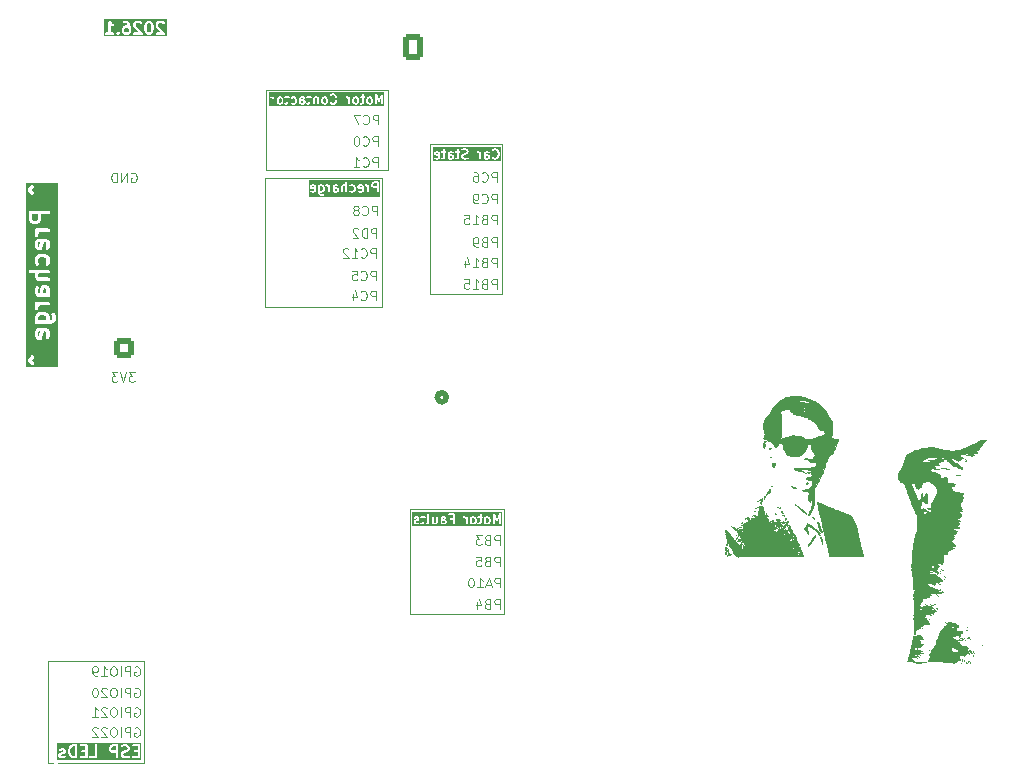
<source format=gbr>
%TF.GenerationSoftware,KiCad,Pcbnew,9.0.6*%
%TF.CreationDate,2026-01-07T00:00:13-06:00*%
%TF.ProjectId,VehicleControlUnit,56656869-636c-4654-936f-6e74726f6c55,rev?*%
%TF.SameCoordinates,Original*%
%TF.FileFunction,Legend,Bot*%
%TF.FilePolarity,Positive*%
%FSLAX46Y46*%
G04 Gerber Fmt 4.6, Leading zero omitted, Abs format (unit mm)*
G04 Created by KiCad (PCBNEW 9.0.6) date 2026-01-07 00:00:13*
%MOMM*%
%LPD*%
G01*
G04 APERTURE LIST*
G04 Aperture macros list*
%AMRoundRect*
0 Rectangle with rounded corners*
0 $1 Rounding radius*
0 $2 $3 $4 $5 $6 $7 $8 $9 X,Y pos of 4 corners*
0 Add a 4 corners polygon primitive as box body*
4,1,4,$2,$3,$4,$5,$6,$7,$8,$9,$2,$3,0*
0 Add four circle primitives for the rounded corners*
1,1,$1+$1,$2,$3*
1,1,$1+$1,$4,$5*
1,1,$1+$1,$6,$7*
1,1,$1+$1,$8,$9*
0 Add four rect primitives between the rounded corners*
20,1,$1+$1,$2,$3,$4,$5,0*
20,1,$1+$1,$4,$5,$6,$7,0*
20,1,$1+$1,$6,$7,$8,$9,0*
20,1,$1+$1,$8,$9,$2,$3,0*%
%AMFreePoly0*
4,1,22,0.945671,0.830970,1.026777,0.776777,1.080970,0.695671,1.100000,0.600000,1.100000,-0.600000,1.080970,-0.695671,1.026777,-0.776777,0.945671,-0.830970,0.850000,-0.850000,-0.450000,-0.850000,-0.545671,-0.830970,-0.626777,-0.776777,-1.026777,-0.376777,-1.080970,-0.295671,-1.100000,-0.200000,-1.100000,0.600000,-1.080970,0.695671,-1.026777,0.776777,-0.945671,0.830970,-0.850000,0.850000,
0.850000,0.850000,0.945671,0.830970,0.945671,0.830970,$1*%
%AMFreePoly1*
4,1,22,0.945671,0.830970,1.026777,0.776777,1.080970,0.695671,1.100000,0.600000,1.100000,-0.600000,1.080970,-0.695671,1.026777,-0.776777,0.945671,-0.830970,0.850000,-0.850000,-0.596447,-0.850000,-0.692118,-0.830970,-0.773224,-0.776777,-1.026777,-0.523224,-1.080970,-0.442118,-1.100000,-0.346447,-1.100000,0.600000,-1.080970,0.695671,-1.026777,0.776777,-0.945671,0.830970,-0.850000,0.850000,
0.850000,0.850000,0.945671,0.830970,0.945671,0.830970,$1*%
G04 Aperture macros list end*
%ADD10C,0.100000*%
%ADD11C,0.160000*%
%ADD12C,0.300000*%
%ADD13C,0.200000*%
%ADD14C,0.508000*%
%ADD15C,0.000000*%
%ADD16C,0.010000*%
%ADD17C,3.600000*%
%ADD18C,6.400000*%
%ADD19C,6.200000*%
%ADD20C,2.800000*%
%ADD21C,0.650000*%
%ADD22O,2.100000X1.000000*%
%ADD23O,1.800000X1.000000*%
%ADD24C,1.524000*%
%ADD25C,1.300000*%
%ADD26RoundRect,0.250000X0.600000X0.600000X-0.600000X0.600000X-0.600000X-0.600000X0.600000X-0.600000X0*%
%ADD27C,1.700000*%
%ADD28RoundRect,0.250000X0.600000X-0.850000X0.600000X0.850000X-0.600000X0.850000X-0.600000X-0.850000X0*%
%ADD29O,1.700000X2.200000*%
%ADD30FreePoly0,90.000000*%
%ADD31FreePoly1,90.000000*%
%ADD32R,1.700000X1.700000*%
G04 APERTURE END LIST*
D10*
X145950000Y-81200000D02*
X152050000Y-81200000D01*
X152050000Y-93850000D01*
X145950000Y-93850000D01*
X145950000Y-81200000D01*
X132050000Y-76550000D02*
X142400000Y-76550000D01*
X142400000Y-83400000D01*
X132050000Y-83400000D01*
X132050000Y-76550000D01*
X132000000Y-84000000D02*
X141850000Y-84000000D01*
X141850000Y-95000000D01*
X132000000Y-95000000D01*
X132000000Y-84000000D01*
X113600000Y-124950000D02*
X121700000Y-124950000D01*
X121700000Y-133550000D01*
X113600000Y-133550000D01*
X113600000Y-124950000D01*
X144200000Y-112100000D02*
X152200000Y-112100000D01*
X152200000Y-120950000D01*
X144200000Y-120950000D01*
X144200000Y-112100000D01*
X151843734Y-118696895D02*
X151843734Y-117896895D01*
X151843734Y-117896895D02*
X151538972Y-117896895D01*
X151538972Y-117896895D02*
X151462782Y-117934990D01*
X151462782Y-117934990D02*
X151424687Y-117973085D01*
X151424687Y-117973085D02*
X151386591Y-118049276D01*
X151386591Y-118049276D02*
X151386591Y-118163561D01*
X151386591Y-118163561D02*
X151424687Y-118239752D01*
X151424687Y-118239752D02*
X151462782Y-118277847D01*
X151462782Y-118277847D02*
X151538972Y-118315942D01*
X151538972Y-118315942D02*
X151843734Y-118315942D01*
X151081830Y-118468323D02*
X150700877Y-118468323D01*
X151158020Y-118696895D02*
X150891353Y-117896895D01*
X150891353Y-117896895D02*
X150624687Y-118696895D01*
X149938973Y-118696895D02*
X150396116Y-118696895D01*
X150167544Y-118696895D02*
X150167544Y-117896895D01*
X150167544Y-117896895D02*
X150243735Y-118011180D01*
X150243735Y-118011180D02*
X150319925Y-118087371D01*
X150319925Y-118087371D02*
X150396116Y-118125466D01*
X149443734Y-117896895D02*
X149367544Y-117896895D01*
X149367544Y-117896895D02*
X149291353Y-117934990D01*
X149291353Y-117934990D02*
X149253258Y-117973085D01*
X149253258Y-117973085D02*
X149215163Y-118049276D01*
X149215163Y-118049276D02*
X149177068Y-118201657D01*
X149177068Y-118201657D02*
X149177068Y-118392133D01*
X149177068Y-118392133D02*
X149215163Y-118544514D01*
X149215163Y-118544514D02*
X149253258Y-118620704D01*
X149253258Y-118620704D02*
X149291353Y-118658800D01*
X149291353Y-118658800D02*
X149367544Y-118696895D01*
X149367544Y-118696895D02*
X149443734Y-118696895D01*
X149443734Y-118696895D02*
X149519925Y-118658800D01*
X149519925Y-118658800D02*
X149558020Y-118620704D01*
X149558020Y-118620704D02*
X149596115Y-118544514D01*
X149596115Y-118544514D02*
X149634211Y-118392133D01*
X149634211Y-118392133D02*
X149634211Y-118201657D01*
X149634211Y-118201657D02*
X149596115Y-118049276D01*
X149596115Y-118049276D02*
X149558020Y-117973085D01*
X149558020Y-117973085D02*
X149519925Y-117934990D01*
X149519925Y-117934990D02*
X149443734Y-117896895D01*
D11*
G36*
X136809251Y-84764284D02*
G01*
X136828987Y-84784020D01*
X136852832Y-84831707D01*
X136852832Y-85022508D01*
X136828987Y-85070196D01*
X136809251Y-85089932D01*
X136761566Y-85113775D01*
X136646955Y-85113775D01*
X136631879Y-85106237D01*
X136631879Y-84747979D01*
X136646955Y-84740441D01*
X136761565Y-84740441D01*
X136809251Y-84764284D01*
G37*
G36*
X136111297Y-84758165D02*
G01*
X136129022Y-84793612D01*
X136129022Y-84829523D01*
X135911831Y-84786086D01*
X135925792Y-84758165D01*
X135961240Y-84740441D01*
X136075850Y-84740441D01*
X136111297Y-84758165D01*
G37*
G36*
X138054155Y-84986736D02*
G01*
X138071880Y-85022184D01*
X138071880Y-85060603D01*
X138054155Y-85096051D01*
X138018709Y-85113775D01*
X137866003Y-85113775D01*
X137850927Y-85106237D01*
X137850927Y-84969013D01*
X138018709Y-84969013D01*
X138054155Y-84986736D01*
G37*
G36*
X140149393Y-84758165D02*
G01*
X140167118Y-84793612D01*
X140167118Y-84829523D01*
X139949927Y-84786086D01*
X139963888Y-84758165D01*
X139999336Y-84740441D01*
X140113946Y-84740441D01*
X140149393Y-84758165D01*
G37*
G36*
X141424260Y-84732822D02*
G01*
X141218383Y-84732822D01*
X141170697Y-84708979D01*
X141150960Y-84689242D01*
X141127117Y-84641555D01*
X141127117Y-84565041D01*
X141150960Y-84517354D01*
X141170697Y-84497617D01*
X141218383Y-84473775D01*
X141424260Y-84473775D01*
X141424260Y-84732822D01*
G37*
G36*
X141673149Y-85629330D02*
G01*
X135659180Y-85629330D01*
X135659180Y-84774727D01*
X135748069Y-84774727D01*
X135748069Y-84850918D01*
X135749606Y-84866525D01*
X135752604Y-84873764D01*
X135754126Y-84881456D01*
X135758520Y-84888047D01*
X135761551Y-84895364D01*
X135767092Y-84900905D01*
X135771441Y-84907428D01*
X135778022Y-84911835D01*
X135783623Y-84917436D01*
X135790863Y-84920434D01*
X135797377Y-84924797D01*
X135812380Y-84929364D01*
X135812459Y-84929379D01*
X135812462Y-84929381D01*
X135812465Y-84929381D01*
X136129022Y-84992691D01*
X136129022Y-85060603D01*
X136111297Y-85096051D01*
X136075851Y-85113775D01*
X135961240Y-85113775D01*
X135901941Y-85084126D01*
X135887294Y-85078521D01*
X135856158Y-85076308D01*
X135826545Y-85086179D01*
X135802964Y-85106631D01*
X135789005Y-85134550D01*
X135786792Y-85165686D01*
X135796663Y-85195299D01*
X135817115Y-85218880D01*
X135830387Y-85227234D01*
X135906578Y-85265329D01*
X135921225Y-85270934D01*
X135924091Y-85271137D01*
X135926748Y-85272238D01*
X135942355Y-85273775D01*
X136094736Y-85273775D01*
X136110343Y-85272238D01*
X136112999Y-85271137D01*
X136115866Y-85270934D01*
X136130513Y-85265329D01*
X136206703Y-85227234D01*
X136209309Y-85225593D01*
X136210544Y-85225182D01*
X136212081Y-85223848D01*
X136219975Y-85218880D01*
X136226547Y-85211301D01*
X136234126Y-85204729D01*
X136239094Y-85196834D01*
X136240427Y-85195299D01*
X136240838Y-85194065D01*
X136242480Y-85191457D01*
X136280576Y-85115267D01*
X136286181Y-85100620D01*
X136286384Y-85097752D01*
X136287485Y-85095096D01*
X136289022Y-85079489D01*
X136289022Y-84774727D01*
X136287485Y-84759120D01*
X136286384Y-84756464D01*
X136286181Y-84753595D01*
X136280576Y-84738949D01*
X136242480Y-84662759D01*
X136241021Y-84660441D01*
X136471879Y-84660441D01*
X136471879Y-85308060D01*
X136473416Y-85323667D01*
X136474516Y-85326323D01*
X136474720Y-85329190D01*
X136480325Y-85343837D01*
X136518420Y-85420028D01*
X136522648Y-85426745D01*
X136523457Y-85428698D01*
X136525260Y-85430895D01*
X136526774Y-85433300D01*
X136528370Y-85434684D01*
X136533406Y-85440820D01*
X136571502Y-85478915D01*
X136577635Y-85483948D01*
X136579021Y-85485546D01*
X136581428Y-85487061D01*
X136583625Y-85488864D01*
X136585576Y-85489672D01*
X136592293Y-85493900D01*
X136668483Y-85531995D01*
X136683130Y-85537600D01*
X136685996Y-85537803D01*
X136688653Y-85538904D01*
X136704260Y-85540441D01*
X136818546Y-85540441D01*
X136834153Y-85538904D01*
X136836809Y-85537803D01*
X136839676Y-85537600D01*
X136854323Y-85531995D01*
X136930513Y-85493900D01*
X136943785Y-85485546D01*
X136964237Y-85461965D01*
X136974108Y-85432352D01*
X136971895Y-85401216D01*
X136957936Y-85373297D01*
X136934355Y-85352845D01*
X136904742Y-85342974D01*
X136873606Y-85345187D01*
X136858959Y-85350792D01*
X136799661Y-85380441D01*
X136723145Y-85380441D01*
X136675458Y-85356597D01*
X136655721Y-85336861D01*
X136631879Y-85289175D01*
X136631879Y-85273775D01*
X136780451Y-85273775D01*
X136796058Y-85272238D01*
X136798714Y-85271137D01*
X136801581Y-85270934D01*
X136816228Y-85265329D01*
X136892418Y-85227234D01*
X136899135Y-85223005D01*
X136901088Y-85222197D01*
X136903285Y-85220393D01*
X136905690Y-85218880D01*
X136907074Y-85217283D01*
X136913210Y-85212248D01*
X136951305Y-85174152D01*
X136956338Y-85168018D01*
X136957935Y-85166634D01*
X136959450Y-85164226D01*
X136961254Y-85162029D01*
X136962062Y-85160078D01*
X136966290Y-85153362D01*
X137004386Y-85077172D01*
X137009991Y-85062526D01*
X137010194Y-85059656D01*
X137011295Y-85057001D01*
X137012832Y-85041394D01*
X137012832Y-84812822D01*
X137011295Y-84797215D01*
X137010194Y-84794559D01*
X137009991Y-84791690D01*
X137004386Y-84777044D01*
X136966290Y-84700854D01*
X136962060Y-84694135D01*
X136961253Y-84692186D01*
X136959451Y-84689990D01*
X136957935Y-84687582D01*
X136956337Y-84686196D01*
X136951304Y-84680063D01*
X136916076Y-84644834D01*
X137082940Y-84644834D01*
X137082940Y-84676048D01*
X137094885Y-84704887D01*
X137116957Y-84726959D01*
X137145796Y-84738904D01*
X137161403Y-84740441D01*
X137218708Y-84740441D01*
X137266394Y-84764284D01*
X137286131Y-84784021D01*
X137309974Y-84831707D01*
X137309974Y-85193775D01*
X137311511Y-85209382D01*
X137323456Y-85238221D01*
X137345528Y-85260293D01*
X137374367Y-85272238D01*
X137405581Y-85272238D01*
X137434420Y-85260293D01*
X137456492Y-85238221D01*
X137468437Y-85209382D01*
X137469974Y-85193775D01*
X137469974Y-84774727D01*
X137690927Y-84774727D01*
X137690927Y-85193775D01*
X137692464Y-85209382D01*
X137704409Y-85238221D01*
X137726481Y-85260293D01*
X137755320Y-85272238D01*
X137786534Y-85272238D01*
X137807659Y-85263488D01*
X137811341Y-85265329D01*
X137825988Y-85270934D01*
X137828854Y-85271137D01*
X137831511Y-85272238D01*
X137847118Y-85273775D01*
X138037594Y-85273775D01*
X138053201Y-85272238D01*
X138055857Y-85271137D01*
X138058724Y-85270934D01*
X138073371Y-85265329D01*
X138149561Y-85227234D01*
X138152167Y-85225593D01*
X138153402Y-85225182D01*
X138154939Y-85223848D01*
X138162833Y-85218880D01*
X138169405Y-85211301D01*
X138176984Y-85204729D01*
X138181952Y-85196834D01*
X138183285Y-85195299D01*
X138183696Y-85194065D01*
X138185338Y-85191457D01*
X138223434Y-85115267D01*
X138229039Y-85100620D01*
X138229242Y-85097752D01*
X138230343Y-85095096D01*
X138231880Y-85079489D01*
X138231880Y-85003299D01*
X138230343Y-84987692D01*
X138229242Y-84985035D01*
X138229039Y-84982168D01*
X138223434Y-84967521D01*
X138185338Y-84891331D01*
X138183696Y-84888722D01*
X138183285Y-84887489D01*
X138181952Y-84885953D01*
X138176984Y-84878059D01*
X138169405Y-84871486D01*
X138162833Y-84863908D01*
X138154939Y-84858939D01*
X138153402Y-84857606D01*
X138152167Y-84857194D01*
X138149561Y-84855554D01*
X138073371Y-84817459D01*
X138058724Y-84811854D01*
X138055857Y-84811650D01*
X138053201Y-84810550D01*
X138037594Y-84809013D01*
X137866003Y-84809013D01*
X137850927Y-84801475D01*
X137850927Y-84793612D01*
X137868650Y-84758165D01*
X137904098Y-84740441D01*
X138018708Y-84740441D01*
X138078006Y-84770091D01*
X138092652Y-84775696D01*
X138123789Y-84777909D01*
X138133336Y-84774727D01*
X138414737Y-84774727D01*
X138414737Y-85193775D01*
X138416274Y-85209382D01*
X138428219Y-85238221D01*
X138450291Y-85260293D01*
X138479130Y-85272238D01*
X138510344Y-85272238D01*
X138539183Y-85260293D01*
X138561255Y-85238221D01*
X138573200Y-85209382D01*
X138574737Y-85193775D01*
X138574737Y-84793612D01*
X138592460Y-84758165D01*
X138627908Y-84740441D01*
X138704423Y-84740441D01*
X138752109Y-84764284D01*
X138757594Y-84769769D01*
X138757594Y-85193775D01*
X138759131Y-85209382D01*
X138771076Y-85238221D01*
X138793148Y-85260293D01*
X138821987Y-85272238D01*
X138853201Y-85272238D01*
X138882040Y-85260293D01*
X138904112Y-85238221D01*
X138916057Y-85209382D01*
X138917594Y-85193775D01*
X138917594Y-84688531D01*
X139101079Y-84688531D01*
X139103292Y-84719668D01*
X139117251Y-84747586D01*
X139140833Y-84768039D01*
X139170445Y-84777909D01*
X139201582Y-84775696D01*
X139216228Y-84770091D01*
X139275527Y-84740441D01*
X139390137Y-84740441D01*
X139437823Y-84764284D01*
X139457559Y-84784020D01*
X139481404Y-84831707D01*
X139481404Y-85022508D01*
X139457559Y-85070196D01*
X139437823Y-85089932D01*
X139390138Y-85113775D01*
X139275527Y-85113775D01*
X139216228Y-85084126D01*
X139201581Y-85078521D01*
X139170445Y-85076308D01*
X139140832Y-85086179D01*
X139117251Y-85106631D01*
X139103292Y-85134550D01*
X139101079Y-85165686D01*
X139110950Y-85195299D01*
X139131402Y-85218880D01*
X139144674Y-85227234D01*
X139220865Y-85265329D01*
X139235512Y-85270934D01*
X139238378Y-85271137D01*
X139241035Y-85272238D01*
X139256642Y-85273775D01*
X139409023Y-85273775D01*
X139424630Y-85272238D01*
X139427286Y-85271137D01*
X139430153Y-85270934D01*
X139444800Y-85265329D01*
X139520990Y-85227234D01*
X139527707Y-85223005D01*
X139529660Y-85222197D01*
X139531857Y-85220393D01*
X139534262Y-85218880D01*
X139535646Y-85217283D01*
X139541782Y-85212248D01*
X139579877Y-85174152D01*
X139584910Y-85168018D01*
X139586507Y-85166634D01*
X139588022Y-85164226D01*
X139589826Y-85162029D01*
X139590634Y-85160078D01*
X139594862Y-85153362D01*
X139632958Y-85077172D01*
X139638563Y-85062526D01*
X139638766Y-85059656D01*
X139639867Y-85057001D01*
X139641404Y-85041394D01*
X139641404Y-84812822D01*
X139639867Y-84797215D01*
X139638766Y-84794559D01*
X139638563Y-84791690D01*
X139632958Y-84777044D01*
X139631799Y-84774727D01*
X139786165Y-84774727D01*
X139786165Y-84850918D01*
X139787702Y-84866525D01*
X139790700Y-84873764D01*
X139792222Y-84881456D01*
X139796616Y-84888047D01*
X139799647Y-84895364D01*
X139805188Y-84900905D01*
X139809537Y-84907428D01*
X139816118Y-84911835D01*
X139821719Y-84917436D01*
X139828959Y-84920434D01*
X139835473Y-84924797D01*
X139850476Y-84929364D01*
X139850555Y-84929379D01*
X139850558Y-84929381D01*
X139850561Y-84929381D01*
X140167118Y-84992691D01*
X140167118Y-85060603D01*
X140149393Y-85096051D01*
X140113947Y-85113775D01*
X139999336Y-85113775D01*
X139940037Y-85084126D01*
X139925390Y-85078521D01*
X139894254Y-85076308D01*
X139864641Y-85086179D01*
X139841060Y-85106631D01*
X139827101Y-85134550D01*
X139824888Y-85165686D01*
X139834759Y-85195299D01*
X139855211Y-85218880D01*
X139868483Y-85227234D01*
X139944674Y-85265329D01*
X139959321Y-85270934D01*
X139962187Y-85271137D01*
X139964844Y-85272238D01*
X139980451Y-85273775D01*
X140132832Y-85273775D01*
X140148439Y-85272238D01*
X140151095Y-85271137D01*
X140153962Y-85270934D01*
X140168609Y-85265329D01*
X140244799Y-85227234D01*
X140247405Y-85225593D01*
X140248640Y-85225182D01*
X140250177Y-85223848D01*
X140258071Y-85218880D01*
X140264643Y-85211301D01*
X140272222Y-85204729D01*
X140277190Y-85196834D01*
X140278523Y-85195299D01*
X140278934Y-85194065D01*
X140280576Y-85191457D01*
X140318672Y-85115267D01*
X140324277Y-85100620D01*
X140324480Y-85097752D01*
X140325581Y-85095096D01*
X140327118Y-85079489D01*
X140327118Y-84774727D01*
X140325581Y-84759120D01*
X140324480Y-84756464D01*
X140324277Y-84753595D01*
X140318672Y-84738949D01*
X140280576Y-84662759D01*
X140278933Y-84660149D01*
X140278523Y-84658919D01*
X140277194Y-84657386D01*
X140272221Y-84649487D01*
X140266856Y-84644834D01*
X140397226Y-84644834D01*
X140397226Y-84676048D01*
X140409171Y-84704887D01*
X140431243Y-84726959D01*
X140460082Y-84738904D01*
X140475689Y-84740441D01*
X140532994Y-84740441D01*
X140580680Y-84764284D01*
X140600417Y-84784021D01*
X140624260Y-84831707D01*
X140624260Y-85193775D01*
X140625797Y-85209382D01*
X140637742Y-85238221D01*
X140659814Y-85260293D01*
X140688653Y-85272238D01*
X140719867Y-85272238D01*
X140748706Y-85260293D01*
X140770778Y-85238221D01*
X140782723Y-85209382D01*
X140784260Y-85193775D01*
X140784260Y-84660441D01*
X140782723Y-84644834D01*
X140770778Y-84615995D01*
X140748706Y-84593923D01*
X140719867Y-84581978D01*
X140688653Y-84581978D01*
X140659814Y-84593923D01*
X140639118Y-84614618D01*
X140587656Y-84588887D01*
X140573010Y-84583282D01*
X140570142Y-84583078D01*
X140567486Y-84581978D01*
X140551879Y-84580441D01*
X140475689Y-84580441D01*
X140460082Y-84581978D01*
X140431243Y-84593923D01*
X140409171Y-84615995D01*
X140397226Y-84644834D01*
X140266856Y-84644834D01*
X140264639Y-84642911D01*
X140258071Y-84635338D01*
X140250179Y-84630369D01*
X140248640Y-84629035D01*
X140247404Y-84628623D01*
X140244799Y-84626983D01*
X140168610Y-84588887D01*
X140153963Y-84583282D01*
X140151095Y-84583078D01*
X140148439Y-84581978D01*
X140132832Y-84580441D01*
X139980451Y-84580441D01*
X139964844Y-84581978D01*
X139962187Y-84583078D01*
X139959320Y-84583282D01*
X139944673Y-84588887D01*
X139868483Y-84626983D01*
X139865874Y-84628624D01*
X139864641Y-84629036D01*
X139863105Y-84630368D01*
X139855211Y-84635337D01*
X139848638Y-84642915D01*
X139841060Y-84649488D01*
X139836091Y-84657381D01*
X139834758Y-84658919D01*
X139834346Y-84660153D01*
X139832706Y-84662760D01*
X139794611Y-84738950D01*
X139789006Y-84753597D01*
X139788802Y-84756463D01*
X139787702Y-84759120D01*
X139786165Y-84774727D01*
X139631799Y-84774727D01*
X139594862Y-84700854D01*
X139590632Y-84694135D01*
X139589825Y-84692186D01*
X139588023Y-84689990D01*
X139586507Y-84687582D01*
X139584909Y-84686196D01*
X139579876Y-84680063D01*
X139541782Y-84641968D01*
X139535641Y-84636928D01*
X139534262Y-84635338D01*
X139531863Y-84633827D01*
X139529659Y-84632019D01*
X139527702Y-84631208D01*
X139520990Y-84626983D01*
X139444801Y-84588887D01*
X139430154Y-84583282D01*
X139427286Y-84583078D01*
X139424630Y-84581978D01*
X139409023Y-84580441D01*
X139256642Y-84580441D01*
X139241035Y-84581978D01*
X139238378Y-84583078D01*
X139235511Y-84583282D01*
X139220864Y-84588887D01*
X139144674Y-84626983D01*
X139131402Y-84635337D01*
X139110949Y-84658919D01*
X139101079Y-84688531D01*
X138917594Y-84688531D01*
X138917594Y-84546156D01*
X140967117Y-84546156D01*
X140967117Y-84660441D01*
X140968654Y-84676048D01*
X140969754Y-84678704D01*
X140969958Y-84681572D01*
X140975563Y-84696218D01*
X141013659Y-84772409D01*
X141017885Y-84779123D01*
X141018695Y-84781078D01*
X141020500Y-84783277D01*
X141022013Y-84785681D01*
X141023607Y-84787063D01*
X141028644Y-84793201D01*
X141066739Y-84831295D01*
X141072873Y-84836329D01*
X141074259Y-84837927D01*
X141076667Y-84839442D01*
X141078862Y-84841244D01*
X141080812Y-84842051D01*
X141087531Y-84846281D01*
X141163721Y-84884376D01*
X141178368Y-84889981D01*
X141181234Y-84890184D01*
X141183891Y-84891285D01*
X141199498Y-84892822D01*
X141424260Y-84892822D01*
X141424260Y-85193775D01*
X141425797Y-85209382D01*
X141437742Y-85238221D01*
X141459814Y-85260293D01*
X141488653Y-85272238D01*
X141519867Y-85272238D01*
X141548706Y-85260293D01*
X141570778Y-85238221D01*
X141582723Y-85209382D01*
X141584260Y-85193775D01*
X141584260Y-84393775D01*
X141582723Y-84378168D01*
X141570778Y-84349329D01*
X141548706Y-84327257D01*
X141519867Y-84315312D01*
X141504260Y-84313775D01*
X141199498Y-84313775D01*
X141183891Y-84315312D01*
X141181234Y-84316412D01*
X141178368Y-84316616D01*
X141163721Y-84322221D01*
X141087531Y-84360316D01*
X141080812Y-84364545D01*
X141078862Y-84365353D01*
X141076667Y-84367154D01*
X141074259Y-84368670D01*
X141072873Y-84370267D01*
X141066739Y-84375302D01*
X141028644Y-84413396D01*
X141023607Y-84419533D01*
X141022013Y-84420916D01*
X141020500Y-84423319D01*
X141018695Y-84425519D01*
X141017885Y-84427473D01*
X141013659Y-84434188D01*
X140975563Y-84510379D01*
X140969958Y-84525025D01*
X140969754Y-84527892D01*
X140968654Y-84530549D01*
X140967117Y-84546156D01*
X138917594Y-84546156D01*
X138917594Y-84393775D01*
X138916057Y-84378168D01*
X138904112Y-84349329D01*
X138882040Y-84327257D01*
X138853201Y-84315312D01*
X138821987Y-84315312D01*
X138793148Y-84327257D01*
X138771076Y-84349329D01*
X138759131Y-84378168D01*
X138757594Y-84393775D01*
X138757594Y-84588315D01*
X138744440Y-84583282D01*
X138741572Y-84583078D01*
X138738916Y-84581978D01*
X138723309Y-84580441D01*
X138609023Y-84580441D01*
X138593416Y-84581978D01*
X138590759Y-84583078D01*
X138587892Y-84583282D01*
X138573245Y-84588887D01*
X138497055Y-84626983D01*
X138494446Y-84628624D01*
X138493213Y-84629036D01*
X138491677Y-84630368D01*
X138483783Y-84635337D01*
X138477210Y-84642915D01*
X138469632Y-84649488D01*
X138464663Y-84657381D01*
X138463330Y-84658919D01*
X138462918Y-84660153D01*
X138461278Y-84662760D01*
X138423183Y-84738950D01*
X138417578Y-84753597D01*
X138417374Y-84756463D01*
X138416274Y-84759120D01*
X138414737Y-84774727D01*
X138133336Y-84774727D01*
X138153402Y-84768039D01*
X138176983Y-84747587D01*
X138190942Y-84719668D01*
X138193156Y-84688532D01*
X138183285Y-84658919D01*
X138162833Y-84635338D01*
X138149561Y-84626983D01*
X138073372Y-84588887D01*
X138058725Y-84583282D01*
X138055857Y-84583078D01*
X138053201Y-84581978D01*
X138037594Y-84580441D01*
X137885213Y-84580441D01*
X137869606Y-84581978D01*
X137866949Y-84583078D01*
X137864082Y-84583282D01*
X137849435Y-84588887D01*
X137773245Y-84626983D01*
X137770636Y-84628624D01*
X137769403Y-84629036D01*
X137767867Y-84630368D01*
X137759973Y-84635337D01*
X137753400Y-84642915D01*
X137745822Y-84649488D01*
X137740853Y-84657381D01*
X137739520Y-84658919D01*
X137739108Y-84660153D01*
X137737468Y-84662760D01*
X137699373Y-84738950D01*
X137693768Y-84753597D01*
X137693564Y-84756463D01*
X137692464Y-84759120D01*
X137690927Y-84774727D01*
X137469974Y-84774727D01*
X137469974Y-84660441D01*
X137468437Y-84644834D01*
X137456492Y-84615995D01*
X137434420Y-84593923D01*
X137405581Y-84581978D01*
X137374367Y-84581978D01*
X137345528Y-84593923D01*
X137324832Y-84614618D01*
X137273370Y-84588887D01*
X137258724Y-84583282D01*
X137255856Y-84583078D01*
X137253200Y-84581978D01*
X137237593Y-84580441D01*
X137161403Y-84580441D01*
X137145796Y-84581978D01*
X137116957Y-84593923D01*
X137094885Y-84615995D01*
X137082940Y-84644834D01*
X136916076Y-84644834D01*
X136913210Y-84641968D01*
X136907069Y-84636928D01*
X136905690Y-84635338D01*
X136903291Y-84633827D01*
X136901087Y-84632019D01*
X136899130Y-84631208D01*
X136892418Y-84626983D01*
X136816229Y-84588887D01*
X136801582Y-84583282D01*
X136798714Y-84583078D01*
X136796058Y-84581978D01*
X136780451Y-84580441D01*
X136628070Y-84580441D01*
X136612463Y-84581978D01*
X136609806Y-84583078D01*
X136606939Y-84583282D01*
X136592292Y-84588887D01*
X136588610Y-84590727D01*
X136567486Y-84581978D01*
X136536272Y-84581978D01*
X136507433Y-84593923D01*
X136485361Y-84615995D01*
X136473416Y-84644834D01*
X136471879Y-84660441D01*
X136241021Y-84660441D01*
X136240837Y-84660149D01*
X136240427Y-84658919D01*
X136239098Y-84657386D01*
X136234125Y-84649487D01*
X136226543Y-84642911D01*
X136219975Y-84635338D01*
X136212083Y-84630369D01*
X136210544Y-84629035D01*
X136209308Y-84628623D01*
X136206703Y-84626983D01*
X136130514Y-84588887D01*
X136115867Y-84583282D01*
X136112999Y-84583078D01*
X136110343Y-84581978D01*
X136094736Y-84580441D01*
X135942355Y-84580441D01*
X135926748Y-84581978D01*
X135924091Y-84583078D01*
X135921224Y-84583282D01*
X135906577Y-84588887D01*
X135830387Y-84626983D01*
X135827778Y-84628624D01*
X135826545Y-84629036D01*
X135825009Y-84630368D01*
X135817115Y-84635337D01*
X135810542Y-84642915D01*
X135802964Y-84649488D01*
X135797995Y-84657381D01*
X135796662Y-84658919D01*
X135796250Y-84660153D01*
X135794610Y-84662760D01*
X135756515Y-84738950D01*
X135750910Y-84753597D01*
X135750706Y-84756463D01*
X135749606Y-84759120D01*
X135748069Y-84774727D01*
X135659180Y-84774727D01*
X135659180Y-84224886D01*
X141673149Y-84224886D01*
X141673149Y-85629330D01*
G37*
D10*
X120919925Y-100496895D02*
X120424687Y-100496895D01*
X120424687Y-100496895D02*
X120691353Y-100801657D01*
X120691353Y-100801657D02*
X120577068Y-100801657D01*
X120577068Y-100801657D02*
X120500877Y-100839752D01*
X120500877Y-100839752D02*
X120462782Y-100877847D01*
X120462782Y-100877847D02*
X120424687Y-100954038D01*
X120424687Y-100954038D02*
X120424687Y-101144514D01*
X120424687Y-101144514D02*
X120462782Y-101220704D01*
X120462782Y-101220704D02*
X120500877Y-101258800D01*
X120500877Y-101258800D02*
X120577068Y-101296895D01*
X120577068Y-101296895D02*
X120805639Y-101296895D01*
X120805639Y-101296895D02*
X120881830Y-101258800D01*
X120881830Y-101258800D02*
X120919925Y-101220704D01*
X120196115Y-100496895D02*
X119929448Y-101296895D01*
X119929448Y-101296895D02*
X119662782Y-100496895D01*
X119472306Y-100496895D02*
X118977068Y-100496895D01*
X118977068Y-100496895D02*
X119243734Y-100801657D01*
X119243734Y-100801657D02*
X119129449Y-100801657D01*
X119129449Y-100801657D02*
X119053258Y-100839752D01*
X119053258Y-100839752D02*
X119015163Y-100877847D01*
X119015163Y-100877847D02*
X118977068Y-100954038D01*
X118977068Y-100954038D02*
X118977068Y-101144514D01*
X118977068Y-101144514D02*
X119015163Y-101220704D01*
X119015163Y-101220704D02*
X119053258Y-101258800D01*
X119053258Y-101258800D02*
X119129449Y-101296895D01*
X119129449Y-101296895D02*
X119358020Y-101296895D01*
X119358020Y-101296895D02*
X119434211Y-101258800D01*
X119434211Y-101258800D02*
X119472306Y-101220704D01*
X151593734Y-93396895D02*
X151593734Y-92596895D01*
X151593734Y-92596895D02*
X151288972Y-92596895D01*
X151288972Y-92596895D02*
X151212782Y-92634990D01*
X151212782Y-92634990D02*
X151174687Y-92673085D01*
X151174687Y-92673085D02*
X151136591Y-92749276D01*
X151136591Y-92749276D02*
X151136591Y-92863561D01*
X151136591Y-92863561D02*
X151174687Y-92939752D01*
X151174687Y-92939752D02*
X151212782Y-92977847D01*
X151212782Y-92977847D02*
X151288972Y-93015942D01*
X151288972Y-93015942D02*
X151593734Y-93015942D01*
X150527068Y-92977847D02*
X150412782Y-93015942D01*
X150412782Y-93015942D02*
X150374687Y-93054038D01*
X150374687Y-93054038D02*
X150336591Y-93130228D01*
X150336591Y-93130228D02*
X150336591Y-93244514D01*
X150336591Y-93244514D02*
X150374687Y-93320704D01*
X150374687Y-93320704D02*
X150412782Y-93358800D01*
X150412782Y-93358800D02*
X150488972Y-93396895D01*
X150488972Y-93396895D02*
X150793734Y-93396895D01*
X150793734Y-93396895D02*
X150793734Y-92596895D01*
X150793734Y-92596895D02*
X150527068Y-92596895D01*
X150527068Y-92596895D02*
X150450877Y-92634990D01*
X150450877Y-92634990D02*
X150412782Y-92673085D01*
X150412782Y-92673085D02*
X150374687Y-92749276D01*
X150374687Y-92749276D02*
X150374687Y-92825466D01*
X150374687Y-92825466D02*
X150412782Y-92901657D01*
X150412782Y-92901657D02*
X150450877Y-92939752D01*
X150450877Y-92939752D02*
X150527068Y-92977847D01*
X150527068Y-92977847D02*
X150793734Y-92977847D01*
X149574687Y-93396895D02*
X150031830Y-93396895D01*
X149803258Y-93396895D02*
X149803258Y-92596895D01*
X149803258Y-92596895D02*
X149879449Y-92711180D01*
X149879449Y-92711180D02*
X149955639Y-92787371D01*
X149955639Y-92787371D02*
X150031830Y-92825466D01*
X148850877Y-92596895D02*
X149231829Y-92596895D01*
X149231829Y-92596895D02*
X149269925Y-92977847D01*
X149269925Y-92977847D02*
X149231829Y-92939752D01*
X149231829Y-92939752D02*
X149155639Y-92901657D01*
X149155639Y-92901657D02*
X148965163Y-92901657D01*
X148965163Y-92901657D02*
X148888972Y-92939752D01*
X148888972Y-92939752D02*
X148850877Y-92977847D01*
X148850877Y-92977847D02*
X148812782Y-93054038D01*
X148812782Y-93054038D02*
X148812782Y-93244514D01*
X148812782Y-93244514D02*
X148850877Y-93320704D01*
X148850877Y-93320704D02*
X148888972Y-93358800D01*
X148888972Y-93358800D02*
X148965163Y-93396895D01*
X148965163Y-93396895D02*
X149155639Y-93396895D01*
X149155639Y-93396895D02*
X149231829Y-93358800D01*
X149231829Y-93358800D02*
X149269925Y-93320704D01*
X120924687Y-128884990D02*
X121000877Y-128846895D01*
X121000877Y-128846895D02*
X121115163Y-128846895D01*
X121115163Y-128846895D02*
X121229449Y-128884990D01*
X121229449Y-128884990D02*
X121305639Y-128961180D01*
X121305639Y-128961180D02*
X121343734Y-129037371D01*
X121343734Y-129037371D02*
X121381830Y-129189752D01*
X121381830Y-129189752D02*
X121381830Y-129304038D01*
X121381830Y-129304038D02*
X121343734Y-129456419D01*
X121343734Y-129456419D02*
X121305639Y-129532609D01*
X121305639Y-129532609D02*
X121229449Y-129608800D01*
X121229449Y-129608800D02*
X121115163Y-129646895D01*
X121115163Y-129646895D02*
X121038972Y-129646895D01*
X121038972Y-129646895D02*
X120924687Y-129608800D01*
X120924687Y-129608800D02*
X120886591Y-129570704D01*
X120886591Y-129570704D02*
X120886591Y-129304038D01*
X120886591Y-129304038D02*
X121038972Y-129304038D01*
X120543734Y-129646895D02*
X120543734Y-128846895D01*
X120543734Y-128846895D02*
X120238972Y-128846895D01*
X120238972Y-128846895D02*
X120162782Y-128884990D01*
X120162782Y-128884990D02*
X120124687Y-128923085D01*
X120124687Y-128923085D02*
X120086591Y-128999276D01*
X120086591Y-128999276D02*
X120086591Y-129113561D01*
X120086591Y-129113561D02*
X120124687Y-129189752D01*
X120124687Y-129189752D02*
X120162782Y-129227847D01*
X120162782Y-129227847D02*
X120238972Y-129265942D01*
X120238972Y-129265942D02*
X120543734Y-129265942D01*
X119743734Y-129646895D02*
X119743734Y-128846895D01*
X119210401Y-128846895D02*
X119058020Y-128846895D01*
X119058020Y-128846895D02*
X118981830Y-128884990D01*
X118981830Y-128884990D02*
X118905639Y-128961180D01*
X118905639Y-128961180D02*
X118867544Y-129113561D01*
X118867544Y-129113561D02*
X118867544Y-129380228D01*
X118867544Y-129380228D02*
X118905639Y-129532609D01*
X118905639Y-129532609D02*
X118981830Y-129608800D01*
X118981830Y-129608800D02*
X119058020Y-129646895D01*
X119058020Y-129646895D02*
X119210401Y-129646895D01*
X119210401Y-129646895D02*
X119286592Y-129608800D01*
X119286592Y-129608800D02*
X119362782Y-129532609D01*
X119362782Y-129532609D02*
X119400878Y-129380228D01*
X119400878Y-129380228D02*
X119400878Y-129113561D01*
X119400878Y-129113561D02*
X119362782Y-128961180D01*
X119362782Y-128961180D02*
X119286592Y-128884990D01*
X119286592Y-128884990D02*
X119210401Y-128846895D01*
X118562783Y-128923085D02*
X118524687Y-128884990D01*
X118524687Y-128884990D02*
X118448497Y-128846895D01*
X118448497Y-128846895D02*
X118258021Y-128846895D01*
X118258021Y-128846895D02*
X118181830Y-128884990D01*
X118181830Y-128884990D02*
X118143735Y-128923085D01*
X118143735Y-128923085D02*
X118105640Y-128999276D01*
X118105640Y-128999276D02*
X118105640Y-129075466D01*
X118105640Y-129075466D02*
X118143735Y-129189752D01*
X118143735Y-129189752D02*
X118600878Y-129646895D01*
X118600878Y-129646895D02*
X118105640Y-129646895D01*
X117343735Y-129646895D02*
X117800878Y-129646895D01*
X117572306Y-129646895D02*
X117572306Y-128846895D01*
X117572306Y-128846895D02*
X117648497Y-128961180D01*
X117648497Y-128961180D02*
X117724687Y-129037371D01*
X117724687Y-129037371D02*
X117800878Y-129075466D01*
X151593734Y-86196895D02*
X151593734Y-85396895D01*
X151593734Y-85396895D02*
X151288972Y-85396895D01*
X151288972Y-85396895D02*
X151212782Y-85434990D01*
X151212782Y-85434990D02*
X151174687Y-85473085D01*
X151174687Y-85473085D02*
X151136591Y-85549276D01*
X151136591Y-85549276D02*
X151136591Y-85663561D01*
X151136591Y-85663561D02*
X151174687Y-85739752D01*
X151174687Y-85739752D02*
X151212782Y-85777847D01*
X151212782Y-85777847D02*
X151288972Y-85815942D01*
X151288972Y-85815942D02*
X151593734Y-85815942D01*
X150336591Y-86120704D02*
X150374687Y-86158800D01*
X150374687Y-86158800D02*
X150488972Y-86196895D01*
X150488972Y-86196895D02*
X150565163Y-86196895D01*
X150565163Y-86196895D02*
X150679449Y-86158800D01*
X150679449Y-86158800D02*
X150755639Y-86082609D01*
X150755639Y-86082609D02*
X150793734Y-86006419D01*
X150793734Y-86006419D02*
X150831830Y-85854038D01*
X150831830Y-85854038D02*
X150831830Y-85739752D01*
X150831830Y-85739752D02*
X150793734Y-85587371D01*
X150793734Y-85587371D02*
X150755639Y-85511180D01*
X150755639Y-85511180D02*
X150679449Y-85434990D01*
X150679449Y-85434990D02*
X150565163Y-85396895D01*
X150565163Y-85396895D02*
X150488972Y-85396895D01*
X150488972Y-85396895D02*
X150374687Y-85434990D01*
X150374687Y-85434990D02*
X150336591Y-85473085D01*
X149955639Y-86196895D02*
X149803258Y-86196895D01*
X149803258Y-86196895D02*
X149727068Y-86158800D01*
X149727068Y-86158800D02*
X149688972Y-86120704D01*
X149688972Y-86120704D02*
X149612782Y-86006419D01*
X149612782Y-86006419D02*
X149574687Y-85854038D01*
X149574687Y-85854038D02*
X149574687Y-85549276D01*
X149574687Y-85549276D02*
X149612782Y-85473085D01*
X149612782Y-85473085D02*
X149650877Y-85434990D01*
X149650877Y-85434990D02*
X149727068Y-85396895D01*
X149727068Y-85396895D02*
X149879449Y-85396895D01*
X149879449Y-85396895D02*
X149955639Y-85434990D01*
X149955639Y-85434990D02*
X149993734Y-85473085D01*
X149993734Y-85473085D02*
X150031830Y-85549276D01*
X150031830Y-85549276D02*
X150031830Y-85739752D01*
X150031830Y-85739752D02*
X149993734Y-85815942D01*
X149993734Y-85815942D02*
X149955639Y-85854038D01*
X149955639Y-85854038D02*
X149879449Y-85892133D01*
X149879449Y-85892133D02*
X149727068Y-85892133D01*
X149727068Y-85892133D02*
X149650877Y-85854038D01*
X149650877Y-85854038D02*
X149612782Y-85815942D01*
X149612782Y-85815942D02*
X149574687Y-85739752D01*
X151593734Y-87946895D02*
X151593734Y-87146895D01*
X151593734Y-87146895D02*
X151288972Y-87146895D01*
X151288972Y-87146895D02*
X151212782Y-87184990D01*
X151212782Y-87184990D02*
X151174687Y-87223085D01*
X151174687Y-87223085D02*
X151136591Y-87299276D01*
X151136591Y-87299276D02*
X151136591Y-87413561D01*
X151136591Y-87413561D02*
X151174687Y-87489752D01*
X151174687Y-87489752D02*
X151212782Y-87527847D01*
X151212782Y-87527847D02*
X151288972Y-87565942D01*
X151288972Y-87565942D02*
X151593734Y-87565942D01*
X150527068Y-87527847D02*
X150412782Y-87565942D01*
X150412782Y-87565942D02*
X150374687Y-87604038D01*
X150374687Y-87604038D02*
X150336591Y-87680228D01*
X150336591Y-87680228D02*
X150336591Y-87794514D01*
X150336591Y-87794514D02*
X150374687Y-87870704D01*
X150374687Y-87870704D02*
X150412782Y-87908800D01*
X150412782Y-87908800D02*
X150488972Y-87946895D01*
X150488972Y-87946895D02*
X150793734Y-87946895D01*
X150793734Y-87946895D02*
X150793734Y-87146895D01*
X150793734Y-87146895D02*
X150527068Y-87146895D01*
X150527068Y-87146895D02*
X150450877Y-87184990D01*
X150450877Y-87184990D02*
X150412782Y-87223085D01*
X150412782Y-87223085D02*
X150374687Y-87299276D01*
X150374687Y-87299276D02*
X150374687Y-87375466D01*
X150374687Y-87375466D02*
X150412782Y-87451657D01*
X150412782Y-87451657D02*
X150450877Y-87489752D01*
X150450877Y-87489752D02*
X150527068Y-87527847D01*
X150527068Y-87527847D02*
X150793734Y-87527847D01*
X149574687Y-87946895D02*
X150031830Y-87946895D01*
X149803258Y-87946895D02*
X149803258Y-87146895D01*
X149803258Y-87146895D02*
X149879449Y-87261180D01*
X149879449Y-87261180D02*
X149955639Y-87337371D01*
X149955639Y-87337371D02*
X150031830Y-87375466D01*
X148850877Y-87146895D02*
X149231829Y-87146895D01*
X149231829Y-87146895D02*
X149269925Y-87527847D01*
X149269925Y-87527847D02*
X149231829Y-87489752D01*
X149231829Y-87489752D02*
X149155639Y-87451657D01*
X149155639Y-87451657D02*
X148965163Y-87451657D01*
X148965163Y-87451657D02*
X148888972Y-87489752D01*
X148888972Y-87489752D02*
X148850877Y-87527847D01*
X148850877Y-87527847D02*
X148812782Y-87604038D01*
X148812782Y-87604038D02*
X148812782Y-87794514D01*
X148812782Y-87794514D02*
X148850877Y-87870704D01*
X148850877Y-87870704D02*
X148888972Y-87908800D01*
X148888972Y-87908800D02*
X148965163Y-87946895D01*
X148965163Y-87946895D02*
X149155639Y-87946895D01*
X149155639Y-87946895D02*
X149231829Y-87908800D01*
X149231829Y-87908800D02*
X149269925Y-87870704D01*
D12*
G36*
X112836411Y-97440310D02*
G01*
X112784060Y-97414135D01*
X112750828Y-97347670D01*
X112750828Y-97132777D01*
X112784060Y-97066312D01*
X112850524Y-97033081D01*
X112917858Y-97033081D01*
X112836411Y-97440310D01*
G37*
G36*
X113369116Y-95720643D02*
G01*
X113406121Y-95757648D01*
X113450828Y-95847061D01*
X113450828Y-96061956D01*
X113436695Y-96090224D01*
X112764962Y-96090224D01*
X112750828Y-96061956D01*
X112750828Y-95847062D01*
X112795535Y-95757647D01*
X112832539Y-95720643D01*
X112921952Y-95675938D01*
X113279704Y-95675938D01*
X113369116Y-95720643D01*
G37*
G36*
X113417597Y-93423456D02*
G01*
X113450828Y-93489919D01*
X113450828Y-93776242D01*
X113436695Y-93804510D01*
X113179400Y-93804510D01*
X113179400Y-93489919D01*
X113212631Y-93423455D01*
X113279095Y-93390224D01*
X113351133Y-93390224D01*
X113417597Y-93423456D01*
G37*
G36*
X112836411Y-89868882D02*
G01*
X112784060Y-89842707D01*
X112750828Y-89776242D01*
X112750828Y-89561349D01*
X112784060Y-89494884D01*
X112850524Y-89461653D01*
X112917858Y-89461653D01*
X112836411Y-89868882D01*
G37*
G36*
X112736542Y-87490529D02*
G01*
X112691835Y-87579942D01*
X112654830Y-87616947D01*
X112565418Y-87661653D01*
X112421952Y-87661653D01*
X112332539Y-87616947D01*
X112295535Y-87579943D01*
X112250828Y-87490528D01*
X112250828Y-87104510D01*
X112736542Y-87104510D01*
X112736542Y-87490529D01*
G37*
G36*
X114417495Y-100056667D02*
G01*
X111712955Y-100056667D01*
X111712955Y-99446346D01*
X111879622Y-99446346D01*
X111880788Y-99454509D01*
X111879622Y-99462672D01*
X111884894Y-99483251D01*
X111887899Y-99504284D01*
X111892100Y-99511379D01*
X111894147Y-99519368D01*
X111909400Y-99544509D01*
X112123685Y-99830223D01*
X112143549Y-99851905D01*
X112193910Y-99881724D01*
X112251848Y-99890000D01*
X112308544Y-99875476D01*
X112355367Y-99840359D01*
X112385186Y-99789997D01*
X112393462Y-99732060D01*
X112378938Y-99675363D01*
X112363685Y-99650223D01*
X112216899Y-99454509D01*
X112363685Y-99258795D01*
X112378938Y-99233655D01*
X112393462Y-99176958D01*
X112385186Y-99119021D01*
X112355367Y-99068659D01*
X112308544Y-99033542D01*
X112251848Y-99019018D01*
X112193910Y-99027294D01*
X112143549Y-99057113D01*
X112123685Y-99078795D01*
X111909400Y-99364509D01*
X111894147Y-99389650D01*
X111892100Y-99397638D01*
X111887899Y-99404734D01*
X111884894Y-99425766D01*
X111879622Y-99446346D01*
X111712955Y-99446346D01*
X111712955Y-97097367D01*
X112450828Y-97097367D01*
X112450828Y-97383081D01*
X112453710Y-97412345D01*
X112455773Y-97417325D01*
X112456155Y-97422700D01*
X112466664Y-97450163D01*
X112538093Y-97593020D01*
X112541171Y-97597910D01*
X112541942Y-97600222D01*
X112544438Y-97603100D01*
X112553758Y-97617906D01*
X112567965Y-97630227D01*
X112580289Y-97644437D01*
X112595098Y-97653759D01*
X112597973Y-97656252D01*
X112600280Y-97657021D01*
X112605175Y-97660102D01*
X112748031Y-97731531D01*
X112775495Y-97742040D01*
X112780869Y-97742421D01*
X112785850Y-97744485D01*
X112815114Y-97747367D01*
X112957815Y-97747367D01*
X112957971Y-97747367D01*
X112987235Y-97744485D01*
X113000811Y-97738861D01*
X113015229Y-97736009D01*
X113027587Y-97727770D01*
X113041307Y-97722087D01*
X113051697Y-97711696D01*
X113063926Y-97703544D01*
X113072190Y-97691203D01*
X113082691Y-97680703D01*
X113088314Y-97667127D01*
X113096493Y-97654915D01*
X113105058Y-97626784D01*
X113223798Y-97033081D01*
X113351133Y-97033081D01*
X113417597Y-97066313D01*
X113450828Y-97132776D01*
X113450828Y-97347671D01*
X113395236Y-97458856D01*
X113384726Y-97486320D01*
X113380578Y-97544700D01*
X113399086Y-97600222D01*
X113437433Y-97644437D01*
X113489782Y-97670612D01*
X113548162Y-97674760D01*
X113603684Y-97656252D01*
X113647899Y-97617905D01*
X113663564Y-97593020D01*
X113734992Y-97450162D01*
X113745502Y-97422699D01*
X113745883Y-97417323D01*
X113747946Y-97412345D01*
X113750828Y-97383081D01*
X113750828Y-97097367D01*
X113747946Y-97068103D01*
X113745883Y-97063124D01*
X113745502Y-97057749D01*
X113734993Y-97030286D01*
X113663564Y-96887428D01*
X113660484Y-96882535D01*
X113659714Y-96880224D01*
X113657218Y-96877346D01*
X113647900Y-96862542D01*
X113633688Y-96850216D01*
X113621367Y-96836010D01*
X113606562Y-96826690D01*
X113603685Y-96824195D01*
X113601374Y-96823424D01*
X113596482Y-96820345D01*
X113453623Y-96748917D01*
X113426160Y-96738407D01*
X113420784Y-96738025D01*
X113415806Y-96735963D01*
X113386542Y-96733081D01*
X113100990Y-96733081D01*
X113100985Y-96733080D01*
X113100980Y-96733081D01*
X112815114Y-96733081D01*
X112785850Y-96735963D01*
X112780871Y-96738025D01*
X112775496Y-96738407D01*
X112748033Y-96748917D01*
X112605175Y-96820345D01*
X112600281Y-96823425D01*
X112597973Y-96824195D01*
X112595097Y-96826688D01*
X112580290Y-96836010D01*
X112567969Y-96850216D01*
X112553758Y-96862541D01*
X112544435Y-96877351D01*
X112541943Y-96880225D01*
X112541173Y-96882532D01*
X112538093Y-96887427D01*
X112466664Y-97030285D01*
X112456154Y-97057748D01*
X112455771Y-97063125D01*
X112453710Y-97068103D01*
X112450828Y-97097367D01*
X111712955Y-97097367D01*
X111712955Y-95811652D01*
X112450828Y-95811652D01*
X112450828Y-96097366D01*
X112453710Y-96126630D01*
X112455771Y-96131607D01*
X112456154Y-96136985D01*
X112466664Y-96164448D01*
X112470116Y-96171352D01*
X112453710Y-96210960D01*
X112453710Y-96269488D01*
X112476108Y-96323560D01*
X112517492Y-96364944D01*
X112571564Y-96387342D01*
X112600828Y-96390224D01*
X113815114Y-96390224D01*
X113844378Y-96387342D01*
X113849358Y-96385278D01*
X113854733Y-96384897D01*
X113882196Y-96374388D01*
X114025053Y-96302959D01*
X114037646Y-96295031D01*
X114041306Y-96293516D01*
X114045425Y-96290134D01*
X114049939Y-96287294D01*
X114052535Y-96284300D01*
X114064037Y-96274861D01*
X114135466Y-96203432D01*
X114144907Y-96191927D01*
X114147899Y-96189333D01*
X114150737Y-96184823D01*
X114154121Y-96180701D01*
X114155637Y-96177039D01*
X114163564Y-96164448D01*
X114234992Y-96021590D01*
X114245502Y-95994127D01*
X114245883Y-95988751D01*
X114247946Y-95983773D01*
X114250828Y-95954509D01*
X114250828Y-95740224D01*
X114247946Y-95710960D01*
X114245883Y-95705981D01*
X114245502Y-95700606D01*
X114234993Y-95673143D01*
X114163564Y-95530285D01*
X114147900Y-95505399D01*
X114103685Y-95467052D01*
X114048162Y-95448544D01*
X113989782Y-95452692D01*
X113937433Y-95478866D01*
X113899086Y-95523081D01*
X113880578Y-95578604D01*
X113884726Y-95636984D01*
X113895236Y-95664447D01*
X113950828Y-95775633D01*
X113950828Y-95919099D01*
X113906121Y-96008512D01*
X113869117Y-96045516D01*
X113779704Y-96090224D01*
X113750828Y-96090224D01*
X113750828Y-95811652D01*
X113747946Y-95782388D01*
X113745883Y-95777409D01*
X113745502Y-95772034D01*
X113734992Y-95744571D01*
X113663564Y-95601713D01*
X113655637Y-95589121D01*
X113654121Y-95585460D01*
X113650737Y-95581337D01*
X113647899Y-95576828D01*
X113644907Y-95574233D01*
X113635466Y-95562729D01*
X113564037Y-95491300D01*
X113552535Y-95481860D01*
X113549939Y-95478867D01*
X113545425Y-95476026D01*
X113541306Y-95472645D01*
X113537646Y-95471129D01*
X113525053Y-95463202D01*
X113382196Y-95391774D01*
X113354732Y-95381264D01*
X113349356Y-95380882D01*
X113344378Y-95378820D01*
X113315114Y-95375938D01*
X112886542Y-95375938D01*
X112857278Y-95378820D01*
X112852299Y-95380882D01*
X112846924Y-95381264D01*
X112819461Y-95391774D01*
X112676603Y-95463202D01*
X112664008Y-95471130D01*
X112660349Y-95472646D01*
X112656228Y-95476027D01*
X112651718Y-95478867D01*
X112649123Y-95481858D01*
X112637618Y-95491301D01*
X112566190Y-95562730D01*
X112556752Y-95574229D01*
X112553758Y-95576827D01*
X112550915Y-95581343D01*
X112547536Y-95585461D01*
X112546021Y-95589117D01*
X112538093Y-95601713D01*
X112466664Y-95744570D01*
X112456155Y-95772033D01*
X112455773Y-95777407D01*
X112453710Y-95782388D01*
X112450828Y-95811652D01*
X111712955Y-95811652D01*
X111712955Y-94954510D01*
X112450828Y-94954510D01*
X112450828Y-95097367D01*
X112453710Y-95126631D01*
X112476108Y-95180703D01*
X112517492Y-95222087D01*
X112571564Y-95244485D01*
X112630092Y-95244485D01*
X112684164Y-95222087D01*
X112725548Y-95180703D01*
X112747946Y-95126631D01*
X112750828Y-95097367D01*
X112750828Y-94989920D01*
X112795535Y-94900505D01*
X112832539Y-94863501D01*
X112921952Y-94818795D01*
X113600828Y-94818795D01*
X113630092Y-94815913D01*
X113684164Y-94793515D01*
X113725548Y-94752131D01*
X113747946Y-94698059D01*
X113747946Y-94639531D01*
X113725548Y-94585459D01*
X113684164Y-94544075D01*
X113630092Y-94521677D01*
X113600828Y-94518795D01*
X112600828Y-94518795D01*
X112571564Y-94521677D01*
X112517492Y-94544075D01*
X112476108Y-94585459D01*
X112453710Y-94639531D01*
X112453710Y-94698059D01*
X112476108Y-94752131D01*
X112514911Y-94790934D01*
X112466664Y-94887428D01*
X112456155Y-94914891D01*
X112455773Y-94920265D01*
X112453710Y-94925246D01*
X112450828Y-94954510D01*
X111712955Y-94954510D01*
X111712955Y-93454510D01*
X112450828Y-93454510D01*
X112450828Y-93740224D01*
X112453710Y-93769488D01*
X112455773Y-93774468D01*
X112456155Y-93779843D01*
X112466664Y-93807306D01*
X112538093Y-93950163D01*
X112541171Y-93955053D01*
X112541942Y-93957365D01*
X112544438Y-93960243D01*
X112553758Y-93975049D01*
X112567965Y-93987370D01*
X112580289Y-94001580D01*
X112595098Y-94010902D01*
X112597973Y-94013395D01*
X112600280Y-94014164D01*
X112605175Y-94017245D01*
X112748031Y-94088674D01*
X112775495Y-94099183D01*
X112780869Y-94099564D01*
X112785850Y-94101628D01*
X112815114Y-94104510D01*
X113600828Y-94104510D01*
X113630092Y-94101628D01*
X113684164Y-94079230D01*
X113725548Y-94037846D01*
X113747946Y-93983774D01*
X113747946Y-93925246D01*
X113731539Y-93885639D01*
X113734993Y-93878733D01*
X113745502Y-93851270D01*
X113745883Y-93845894D01*
X113747946Y-93840916D01*
X113750828Y-93811652D01*
X113750828Y-93454510D01*
X113747946Y-93425246D01*
X113745883Y-93420267D01*
X113745502Y-93414892D01*
X113734993Y-93387429D01*
X113663564Y-93244571D01*
X113660484Y-93239678D01*
X113659714Y-93237367D01*
X113657218Y-93234489D01*
X113647900Y-93219685D01*
X113633688Y-93207359D01*
X113621367Y-93193153D01*
X113606562Y-93183833D01*
X113603685Y-93181338D01*
X113601374Y-93180567D01*
X113596482Y-93177488D01*
X113453623Y-93106060D01*
X113426160Y-93095550D01*
X113420784Y-93095168D01*
X113415806Y-93093106D01*
X113386542Y-93090224D01*
X113243685Y-93090224D01*
X113214421Y-93093106D01*
X113209442Y-93095168D01*
X113204067Y-93095550D01*
X113176604Y-93106060D01*
X113033746Y-93177488D01*
X113028853Y-93180567D01*
X113026543Y-93181338D01*
X113023665Y-93183833D01*
X113008861Y-93193153D01*
X112996538Y-93207360D01*
X112982329Y-93219685D01*
X112973007Y-93234493D01*
X112970514Y-93237368D01*
X112969744Y-93239676D01*
X112966664Y-93244570D01*
X112895236Y-93387429D01*
X112884726Y-93414892D01*
X112884344Y-93420267D01*
X112882282Y-93425246D01*
X112879400Y-93454510D01*
X112879400Y-93776242D01*
X112865266Y-93804510D01*
X112850524Y-93804510D01*
X112784060Y-93771278D01*
X112750828Y-93704813D01*
X112750828Y-93489920D01*
X112806421Y-93378734D01*
X112816931Y-93351271D01*
X112821079Y-93292891D01*
X112802571Y-93237368D01*
X112764225Y-93193153D01*
X112711876Y-93166978D01*
X112653495Y-93162830D01*
X112597973Y-93181338D01*
X112553758Y-93219684D01*
X112538093Y-93244570D01*
X112466664Y-93387428D01*
X112456154Y-93414891D01*
X112455771Y-93420268D01*
X112453710Y-93425246D01*
X112450828Y-93454510D01*
X111712955Y-93454510D01*
X111712955Y-91925245D01*
X111953710Y-91925245D01*
X111953710Y-91983773D01*
X111976108Y-92037845D01*
X112017492Y-92079229D01*
X112071564Y-92101627D01*
X112100828Y-92104509D01*
X112465594Y-92104509D01*
X112456155Y-92129176D01*
X112455773Y-92134550D01*
X112453710Y-92139531D01*
X112450828Y-92168795D01*
X112450828Y-92383081D01*
X112453710Y-92412345D01*
X112455773Y-92417325D01*
X112456155Y-92422700D01*
X112466664Y-92450163D01*
X112538093Y-92593020D01*
X112541171Y-92597910D01*
X112541942Y-92600222D01*
X112544438Y-92603100D01*
X112553758Y-92617906D01*
X112567965Y-92630227D01*
X112580289Y-92644437D01*
X112595098Y-92653759D01*
X112597973Y-92656252D01*
X112600280Y-92657021D01*
X112605175Y-92660102D01*
X112748031Y-92731531D01*
X112775495Y-92742040D01*
X112780869Y-92742421D01*
X112785850Y-92744485D01*
X112815114Y-92747367D01*
X113600828Y-92747367D01*
X113630092Y-92744485D01*
X113684164Y-92722087D01*
X113725548Y-92680703D01*
X113747946Y-92626631D01*
X113747946Y-92568103D01*
X113725548Y-92514031D01*
X113684164Y-92472647D01*
X113630092Y-92450249D01*
X113600828Y-92447367D01*
X112850524Y-92447367D01*
X112784060Y-92414135D01*
X112750828Y-92347670D01*
X112750828Y-92204205D01*
X112795535Y-92114790D01*
X112805818Y-92104509D01*
X113600828Y-92104509D01*
X113630092Y-92101627D01*
X113684164Y-92079229D01*
X113725548Y-92037845D01*
X113747946Y-91983773D01*
X113747946Y-91925245D01*
X113725548Y-91871173D01*
X113684164Y-91829789D01*
X113630092Y-91807391D01*
X113600828Y-91804509D01*
X112100828Y-91804509D01*
X112071564Y-91807391D01*
X112017492Y-91829789D01*
X111976108Y-91871173D01*
X111953710Y-91925245D01*
X111712955Y-91925245D01*
X111712955Y-90883081D01*
X112450828Y-90883081D01*
X112450828Y-91168795D01*
X112453710Y-91198059D01*
X112455771Y-91203036D01*
X112456154Y-91208414D01*
X112466664Y-91235877D01*
X112538093Y-91378735D01*
X112553758Y-91403621D01*
X112597973Y-91441967D01*
X112653495Y-91460475D01*
X112711876Y-91456327D01*
X112764225Y-91430152D01*
X112802571Y-91385937D01*
X112821079Y-91330414D01*
X112816931Y-91272034D01*
X112806421Y-91244571D01*
X112750828Y-91133385D01*
X112750828Y-90918491D01*
X112795535Y-90829076D01*
X112832539Y-90792072D01*
X112921952Y-90747367D01*
X113279704Y-90747367D01*
X113369116Y-90792072D01*
X113406121Y-90829077D01*
X113450828Y-90918490D01*
X113450828Y-91133385D01*
X113395236Y-91244572D01*
X113384726Y-91272035D01*
X113380578Y-91330415D01*
X113399086Y-91385938D01*
X113437433Y-91430153D01*
X113489782Y-91456327D01*
X113548162Y-91460475D01*
X113603685Y-91441967D01*
X113647900Y-91403620D01*
X113663564Y-91378734D01*
X113734993Y-91235876D01*
X113745502Y-91208413D01*
X113745883Y-91203037D01*
X113747946Y-91198059D01*
X113750828Y-91168795D01*
X113750828Y-90883081D01*
X113747946Y-90853817D01*
X113745883Y-90848838D01*
X113745502Y-90843463D01*
X113734992Y-90816000D01*
X113663564Y-90673142D01*
X113655637Y-90660550D01*
X113654121Y-90656889D01*
X113650737Y-90652766D01*
X113647899Y-90648257D01*
X113644907Y-90645662D01*
X113635466Y-90634158D01*
X113564037Y-90562729D01*
X113552535Y-90553289D01*
X113549939Y-90550296D01*
X113545425Y-90547455D01*
X113541306Y-90544074D01*
X113537646Y-90542558D01*
X113525053Y-90534631D01*
X113382196Y-90463203D01*
X113354732Y-90452693D01*
X113349356Y-90452311D01*
X113344378Y-90450249D01*
X113315114Y-90447367D01*
X112886542Y-90447367D01*
X112857278Y-90450249D01*
X112852299Y-90452311D01*
X112846924Y-90452693D01*
X112819461Y-90463203D01*
X112676603Y-90534631D01*
X112664008Y-90542559D01*
X112660349Y-90544075D01*
X112656228Y-90547456D01*
X112651718Y-90550296D01*
X112649123Y-90553287D01*
X112637618Y-90562730D01*
X112566190Y-90634159D01*
X112556752Y-90645658D01*
X112553758Y-90648256D01*
X112550915Y-90652772D01*
X112547536Y-90656890D01*
X112546021Y-90660546D01*
X112538093Y-90673142D01*
X112466664Y-90815999D01*
X112456155Y-90843462D01*
X112455773Y-90848836D01*
X112453710Y-90853817D01*
X112450828Y-90883081D01*
X111712955Y-90883081D01*
X111712955Y-89525939D01*
X112450828Y-89525939D01*
X112450828Y-89811653D01*
X112453710Y-89840917D01*
X112455773Y-89845897D01*
X112456155Y-89851272D01*
X112466664Y-89878735D01*
X112538093Y-90021592D01*
X112541171Y-90026482D01*
X112541942Y-90028794D01*
X112544438Y-90031672D01*
X112553758Y-90046478D01*
X112567965Y-90058799D01*
X112580289Y-90073009D01*
X112595098Y-90082331D01*
X112597973Y-90084824D01*
X112600280Y-90085593D01*
X112605175Y-90088674D01*
X112748031Y-90160103D01*
X112775495Y-90170612D01*
X112780869Y-90170993D01*
X112785850Y-90173057D01*
X112815114Y-90175939D01*
X112957815Y-90175939D01*
X112957971Y-90175939D01*
X112987235Y-90173057D01*
X113000811Y-90167433D01*
X113015229Y-90164581D01*
X113027587Y-90156342D01*
X113041307Y-90150659D01*
X113051697Y-90140268D01*
X113063926Y-90132116D01*
X113072190Y-90119775D01*
X113082691Y-90109275D01*
X113088314Y-90095699D01*
X113096493Y-90083487D01*
X113105058Y-90055356D01*
X113223798Y-89461653D01*
X113351133Y-89461653D01*
X113417597Y-89494885D01*
X113450828Y-89561348D01*
X113450828Y-89776243D01*
X113395236Y-89887428D01*
X113384726Y-89914892D01*
X113380578Y-89973272D01*
X113399086Y-90028794D01*
X113437433Y-90073009D01*
X113489782Y-90099184D01*
X113548162Y-90103332D01*
X113603684Y-90084824D01*
X113647899Y-90046477D01*
X113663564Y-90021592D01*
X113734992Y-89878734D01*
X113745502Y-89851271D01*
X113745883Y-89845895D01*
X113747946Y-89840917D01*
X113750828Y-89811653D01*
X113750828Y-89525939D01*
X113747946Y-89496675D01*
X113745883Y-89491696D01*
X113745502Y-89486321D01*
X113734993Y-89458858D01*
X113663564Y-89316000D01*
X113660484Y-89311107D01*
X113659714Y-89308796D01*
X113657218Y-89305918D01*
X113647900Y-89291114D01*
X113633688Y-89278788D01*
X113621367Y-89264582D01*
X113606562Y-89255262D01*
X113603685Y-89252767D01*
X113601374Y-89251996D01*
X113596482Y-89248917D01*
X113453623Y-89177489D01*
X113426160Y-89166979D01*
X113420784Y-89166597D01*
X113415806Y-89164535D01*
X113386542Y-89161653D01*
X113100990Y-89161653D01*
X113100985Y-89161652D01*
X113100980Y-89161653D01*
X112815114Y-89161653D01*
X112785850Y-89164535D01*
X112780871Y-89166597D01*
X112775496Y-89166979D01*
X112748033Y-89177489D01*
X112605175Y-89248917D01*
X112600281Y-89251997D01*
X112597973Y-89252767D01*
X112595097Y-89255260D01*
X112580290Y-89264582D01*
X112567969Y-89278788D01*
X112553758Y-89291113D01*
X112544435Y-89305923D01*
X112541943Y-89308797D01*
X112541173Y-89311104D01*
X112538093Y-89315999D01*
X112466664Y-89458857D01*
X112456154Y-89486320D01*
X112455771Y-89491697D01*
X112453710Y-89496675D01*
X112450828Y-89525939D01*
X111712955Y-89525939D01*
X111712955Y-88740225D01*
X112450828Y-88740225D01*
X112450828Y-88883082D01*
X112453710Y-88912346D01*
X112476108Y-88966418D01*
X112517492Y-89007802D01*
X112571564Y-89030200D01*
X112630092Y-89030200D01*
X112684164Y-89007802D01*
X112725548Y-88966418D01*
X112747946Y-88912346D01*
X112750828Y-88883082D01*
X112750828Y-88775635D01*
X112795535Y-88686220D01*
X112832539Y-88649216D01*
X112921952Y-88604510D01*
X113600828Y-88604510D01*
X113630092Y-88601628D01*
X113684164Y-88579230D01*
X113725548Y-88537846D01*
X113747946Y-88483774D01*
X113747946Y-88425246D01*
X113725548Y-88371174D01*
X113684164Y-88329790D01*
X113630092Y-88307392D01*
X113600828Y-88304510D01*
X112600828Y-88304510D01*
X112571564Y-88307392D01*
X112517492Y-88329790D01*
X112476108Y-88371174D01*
X112453710Y-88425246D01*
X112453710Y-88483774D01*
X112476108Y-88537846D01*
X112514911Y-88576649D01*
X112466664Y-88673143D01*
X112456155Y-88700606D01*
X112455773Y-88705980D01*
X112453710Y-88710961D01*
X112450828Y-88740225D01*
X111712955Y-88740225D01*
X111712955Y-86954510D01*
X111950828Y-86954510D01*
X111950828Y-87525939D01*
X111953710Y-87555203D01*
X111955773Y-87560183D01*
X111956155Y-87565558D01*
X111966664Y-87593021D01*
X112038093Y-87735878D01*
X112046021Y-87748473D01*
X112047536Y-87752130D01*
X112050915Y-87756247D01*
X112053758Y-87760764D01*
X112056752Y-87763361D01*
X112066190Y-87774861D01*
X112137618Y-87846290D01*
X112149123Y-87855732D01*
X112151718Y-87858724D01*
X112156228Y-87861563D01*
X112160349Y-87864945D01*
X112164008Y-87866460D01*
X112176603Y-87874389D01*
X112319461Y-87945817D01*
X112346924Y-87956327D01*
X112352299Y-87956708D01*
X112357278Y-87958771D01*
X112386542Y-87961653D01*
X112600828Y-87961653D01*
X112630092Y-87958771D01*
X112635070Y-87956708D01*
X112640446Y-87956327D01*
X112667910Y-87945817D01*
X112810767Y-87874389D01*
X112823360Y-87866461D01*
X112827020Y-87864946D01*
X112831139Y-87861564D01*
X112835653Y-87858724D01*
X112838249Y-87855730D01*
X112849751Y-87846291D01*
X112921180Y-87774862D01*
X112930621Y-87763357D01*
X112933613Y-87760763D01*
X112936451Y-87756253D01*
X112939835Y-87752131D01*
X112941351Y-87748469D01*
X112949278Y-87735878D01*
X113020706Y-87593020D01*
X113031216Y-87565557D01*
X113031597Y-87560181D01*
X113033660Y-87555203D01*
X113036542Y-87525939D01*
X113036542Y-87104510D01*
X113600828Y-87104510D01*
X113630092Y-87101628D01*
X113684164Y-87079230D01*
X113725548Y-87037846D01*
X113747946Y-86983774D01*
X113747946Y-86925246D01*
X113725548Y-86871174D01*
X113684164Y-86829790D01*
X113630092Y-86807392D01*
X113600828Y-86804510D01*
X112100828Y-86804510D01*
X112071564Y-86807392D01*
X112017492Y-86829790D01*
X111976108Y-86871174D01*
X111953710Y-86925246D01*
X111950828Y-86954510D01*
X111712955Y-86954510D01*
X111712955Y-85017776D01*
X111879622Y-85017776D01*
X111880788Y-85025939D01*
X111879622Y-85034102D01*
X111884894Y-85054681D01*
X111887899Y-85075714D01*
X111892100Y-85082809D01*
X111894147Y-85090798D01*
X111909400Y-85115939D01*
X112123685Y-85401653D01*
X112143549Y-85423335D01*
X112193910Y-85453154D01*
X112251848Y-85461430D01*
X112308544Y-85446906D01*
X112355367Y-85411789D01*
X112385186Y-85361427D01*
X112393462Y-85303490D01*
X112378938Y-85246793D01*
X112363685Y-85221653D01*
X112216899Y-85025939D01*
X112363685Y-84830225D01*
X112378938Y-84805085D01*
X112393462Y-84748388D01*
X112385186Y-84690451D01*
X112355367Y-84640089D01*
X112308544Y-84604972D01*
X112251848Y-84590448D01*
X112193910Y-84598724D01*
X112143549Y-84628543D01*
X112123685Y-84650225D01*
X111909400Y-84935939D01*
X111894147Y-84961080D01*
X111892100Y-84969068D01*
X111887899Y-84976164D01*
X111884894Y-84997196D01*
X111879622Y-85017776D01*
X111712955Y-85017776D01*
X111712955Y-84423781D01*
X114417495Y-84423781D01*
X114417495Y-100056667D01*
G37*
D10*
X120924687Y-125434990D02*
X121000877Y-125396895D01*
X121000877Y-125396895D02*
X121115163Y-125396895D01*
X121115163Y-125396895D02*
X121229449Y-125434990D01*
X121229449Y-125434990D02*
X121305639Y-125511180D01*
X121305639Y-125511180D02*
X121343734Y-125587371D01*
X121343734Y-125587371D02*
X121381830Y-125739752D01*
X121381830Y-125739752D02*
X121381830Y-125854038D01*
X121381830Y-125854038D02*
X121343734Y-126006419D01*
X121343734Y-126006419D02*
X121305639Y-126082609D01*
X121305639Y-126082609D02*
X121229449Y-126158800D01*
X121229449Y-126158800D02*
X121115163Y-126196895D01*
X121115163Y-126196895D02*
X121038972Y-126196895D01*
X121038972Y-126196895D02*
X120924687Y-126158800D01*
X120924687Y-126158800D02*
X120886591Y-126120704D01*
X120886591Y-126120704D02*
X120886591Y-125854038D01*
X120886591Y-125854038D02*
X121038972Y-125854038D01*
X120543734Y-126196895D02*
X120543734Y-125396895D01*
X120543734Y-125396895D02*
X120238972Y-125396895D01*
X120238972Y-125396895D02*
X120162782Y-125434990D01*
X120162782Y-125434990D02*
X120124687Y-125473085D01*
X120124687Y-125473085D02*
X120086591Y-125549276D01*
X120086591Y-125549276D02*
X120086591Y-125663561D01*
X120086591Y-125663561D02*
X120124687Y-125739752D01*
X120124687Y-125739752D02*
X120162782Y-125777847D01*
X120162782Y-125777847D02*
X120238972Y-125815942D01*
X120238972Y-125815942D02*
X120543734Y-125815942D01*
X119743734Y-126196895D02*
X119743734Y-125396895D01*
X119210401Y-125396895D02*
X119058020Y-125396895D01*
X119058020Y-125396895D02*
X118981830Y-125434990D01*
X118981830Y-125434990D02*
X118905639Y-125511180D01*
X118905639Y-125511180D02*
X118867544Y-125663561D01*
X118867544Y-125663561D02*
X118867544Y-125930228D01*
X118867544Y-125930228D02*
X118905639Y-126082609D01*
X118905639Y-126082609D02*
X118981830Y-126158800D01*
X118981830Y-126158800D02*
X119058020Y-126196895D01*
X119058020Y-126196895D02*
X119210401Y-126196895D01*
X119210401Y-126196895D02*
X119286592Y-126158800D01*
X119286592Y-126158800D02*
X119362782Y-126082609D01*
X119362782Y-126082609D02*
X119400878Y-125930228D01*
X119400878Y-125930228D02*
X119400878Y-125663561D01*
X119400878Y-125663561D02*
X119362782Y-125511180D01*
X119362782Y-125511180D02*
X119286592Y-125434990D01*
X119286592Y-125434990D02*
X119210401Y-125396895D01*
X118105640Y-126196895D02*
X118562783Y-126196895D01*
X118334211Y-126196895D02*
X118334211Y-125396895D01*
X118334211Y-125396895D02*
X118410402Y-125511180D01*
X118410402Y-125511180D02*
X118486592Y-125587371D01*
X118486592Y-125587371D02*
X118562783Y-125625466D01*
X117724687Y-126196895D02*
X117572306Y-126196895D01*
X117572306Y-126196895D02*
X117496116Y-126158800D01*
X117496116Y-126158800D02*
X117458020Y-126120704D01*
X117458020Y-126120704D02*
X117381830Y-126006419D01*
X117381830Y-126006419D02*
X117343735Y-125854038D01*
X117343735Y-125854038D02*
X117343735Y-125549276D01*
X117343735Y-125549276D02*
X117381830Y-125473085D01*
X117381830Y-125473085D02*
X117419925Y-125434990D01*
X117419925Y-125434990D02*
X117496116Y-125396895D01*
X117496116Y-125396895D02*
X117648497Y-125396895D01*
X117648497Y-125396895D02*
X117724687Y-125434990D01*
X117724687Y-125434990D02*
X117762782Y-125473085D01*
X117762782Y-125473085D02*
X117800878Y-125549276D01*
X117800878Y-125549276D02*
X117800878Y-125739752D01*
X117800878Y-125739752D02*
X117762782Y-125815942D01*
X117762782Y-125815942D02*
X117724687Y-125854038D01*
X117724687Y-125854038D02*
X117648497Y-125892133D01*
X117648497Y-125892133D02*
X117496116Y-125892133D01*
X117496116Y-125892133D02*
X117419925Y-125854038D01*
X117419925Y-125854038D02*
X117381830Y-125815942D01*
X117381830Y-125815942D02*
X117343735Y-125739752D01*
X141393734Y-89096895D02*
X141393734Y-88296895D01*
X141393734Y-88296895D02*
X141088972Y-88296895D01*
X141088972Y-88296895D02*
X141012782Y-88334990D01*
X141012782Y-88334990D02*
X140974687Y-88373085D01*
X140974687Y-88373085D02*
X140936591Y-88449276D01*
X140936591Y-88449276D02*
X140936591Y-88563561D01*
X140936591Y-88563561D02*
X140974687Y-88639752D01*
X140974687Y-88639752D02*
X141012782Y-88677847D01*
X141012782Y-88677847D02*
X141088972Y-88715942D01*
X141088972Y-88715942D02*
X141393734Y-88715942D01*
X140593734Y-89096895D02*
X140593734Y-88296895D01*
X140593734Y-88296895D02*
X140403258Y-88296895D01*
X140403258Y-88296895D02*
X140288972Y-88334990D01*
X140288972Y-88334990D02*
X140212782Y-88411180D01*
X140212782Y-88411180D02*
X140174687Y-88487371D01*
X140174687Y-88487371D02*
X140136591Y-88639752D01*
X140136591Y-88639752D02*
X140136591Y-88754038D01*
X140136591Y-88754038D02*
X140174687Y-88906419D01*
X140174687Y-88906419D02*
X140212782Y-88982609D01*
X140212782Y-88982609D02*
X140288972Y-89058800D01*
X140288972Y-89058800D02*
X140403258Y-89096895D01*
X140403258Y-89096895D02*
X140593734Y-89096895D01*
X139831830Y-88373085D02*
X139793734Y-88334990D01*
X139793734Y-88334990D02*
X139717544Y-88296895D01*
X139717544Y-88296895D02*
X139527068Y-88296895D01*
X139527068Y-88296895D02*
X139450877Y-88334990D01*
X139450877Y-88334990D02*
X139412782Y-88373085D01*
X139412782Y-88373085D02*
X139374687Y-88449276D01*
X139374687Y-88449276D02*
X139374687Y-88525466D01*
X139374687Y-88525466D02*
X139412782Y-88639752D01*
X139412782Y-88639752D02*
X139869925Y-89096895D01*
X139869925Y-89096895D02*
X139374687Y-89096895D01*
D11*
G36*
X147185106Y-113086736D02*
G01*
X147202831Y-113122184D01*
X147202831Y-113160603D01*
X147185106Y-113196051D01*
X147149660Y-113213775D01*
X146996954Y-113213775D01*
X146981878Y-113206237D01*
X146981878Y-113069013D01*
X147149660Y-113069013D01*
X147185106Y-113086736D01*
G37*
G36*
X149673536Y-112864284D02*
G01*
X149693272Y-112884020D01*
X149717117Y-112931707D01*
X149717117Y-113122508D01*
X149693272Y-113170196D01*
X149673536Y-113189932D01*
X149625851Y-113213775D01*
X149549335Y-113213775D01*
X149501648Y-113189932D01*
X149481912Y-113170195D01*
X149458069Y-113122509D01*
X149458069Y-112931707D01*
X149481911Y-112884022D01*
X149501648Y-112864284D01*
X149549335Y-112840441D01*
X149625850Y-112840441D01*
X149673536Y-112864284D01*
G37*
G36*
X150854489Y-112864284D02*
G01*
X150874225Y-112884020D01*
X150898070Y-112931707D01*
X150898070Y-113122508D01*
X150874225Y-113170196D01*
X150854489Y-113189932D01*
X150806804Y-113213775D01*
X150730288Y-113213775D01*
X150682601Y-113189932D01*
X150662865Y-113170195D01*
X150639022Y-113122509D01*
X150639022Y-112931707D01*
X150662864Y-112884022D01*
X150682601Y-112864284D01*
X150730288Y-112840441D01*
X150806803Y-112840441D01*
X150854489Y-112864284D01*
G37*
G36*
X152023149Y-113462664D02*
G01*
X144447273Y-113462664D01*
X144447273Y-113141394D01*
X144536162Y-113141394D01*
X144536162Y-113179489D01*
X144537699Y-113195096D01*
X144538799Y-113197752D01*
X144539003Y-113200620D01*
X144544608Y-113215266D01*
X144582704Y-113291457D01*
X144584345Y-113294065D01*
X144584757Y-113295299D01*
X144586089Y-113296834D01*
X144591058Y-113304729D01*
X144598635Y-113311300D01*
X144605209Y-113318880D01*
X144613106Y-113323851D01*
X144614640Y-113325181D01*
X144615871Y-113325591D01*
X144618481Y-113327234D01*
X144694671Y-113365329D01*
X144709318Y-113370934D01*
X144712184Y-113371137D01*
X144714841Y-113372238D01*
X144730448Y-113373775D01*
X144882829Y-113373775D01*
X144898436Y-113372238D01*
X144901092Y-113371137D01*
X144903959Y-113370934D01*
X144918606Y-113365329D01*
X144994797Y-113327234D01*
X145008069Y-113318880D01*
X145028521Y-113295299D01*
X145038392Y-113265686D01*
X145036179Y-113234550D01*
X145022220Y-113206631D01*
X144998639Y-113186179D01*
X144969026Y-113176308D01*
X144937890Y-113178521D01*
X144923243Y-113184126D01*
X144863944Y-113213775D01*
X144749333Y-113213775D01*
X144713886Y-113196051D01*
X144696162Y-113160603D01*
X144696162Y-113160279D01*
X144713886Y-113124831D01*
X144749333Y-113107108D01*
X144844734Y-113107108D01*
X144860341Y-113105571D01*
X144862997Y-113104470D01*
X144865864Y-113104267D01*
X144880511Y-113098662D01*
X144956701Y-113060567D01*
X144959307Y-113058926D01*
X144960542Y-113058515D01*
X144962079Y-113057181D01*
X144969973Y-113052213D01*
X144976545Y-113044634D01*
X144984124Y-113038062D01*
X144989092Y-113030167D01*
X144990425Y-113028632D01*
X144990836Y-113027398D01*
X144992478Y-113024790D01*
X145030574Y-112948600D01*
X145036179Y-112933953D01*
X145036382Y-112931085D01*
X145037483Y-112928429D01*
X145039020Y-112912822D01*
X145039020Y-112874727D01*
X145037483Y-112859120D01*
X145036382Y-112856464D01*
X145036179Y-112853595D01*
X145030574Y-112838949D01*
X144992478Y-112762759D01*
X144990835Y-112760149D01*
X144990425Y-112758919D01*
X144989096Y-112757386D01*
X144984123Y-112749487D01*
X144978758Y-112744834D01*
X145109128Y-112744834D01*
X145109128Y-112776048D01*
X145121073Y-112804887D01*
X145143145Y-112826959D01*
X145171984Y-112838904D01*
X145187591Y-112840441D01*
X145298067Y-112840441D01*
X145298067Y-113160604D01*
X145280343Y-113196051D01*
X145244897Y-113213775D01*
X145187591Y-113213775D01*
X145171984Y-113215312D01*
X145143145Y-113227257D01*
X145121073Y-113249329D01*
X145109128Y-113278168D01*
X145109128Y-113309382D01*
X145121073Y-113338221D01*
X145143145Y-113360293D01*
X145171984Y-113372238D01*
X145187591Y-113373775D01*
X145263782Y-113373775D01*
X145279389Y-113372238D01*
X145282045Y-113371137D01*
X145284912Y-113370934D01*
X145299559Y-113365329D01*
X145375749Y-113327234D01*
X145378357Y-113325592D01*
X145379591Y-113325181D01*
X145381126Y-113323848D01*
X145389021Y-113318880D01*
X145395593Y-113311301D01*
X145403172Y-113304729D01*
X145408140Y-113296834D01*
X145409473Y-113295299D01*
X145409884Y-113294065D01*
X145411526Y-113291457D01*
X145415370Y-113283769D01*
X145603458Y-113283769D01*
X145605671Y-113314905D01*
X145619630Y-113342824D01*
X145643211Y-113363276D01*
X145672824Y-113373147D01*
X145703960Y-113370934D01*
X145718607Y-113365329D01*
X145794797Y-113327234D01*
X145797405Y-113325592D01*
X145798639Y-113325181D01*
X145800174Y-113323848D01*
X145808069Y-113318880D01*
X145814641Y-113311301D01*
X145822220Y-113304729D01*
X145827188Y-113296834D01*
X145828521Y-113295299D01*
X145828932Y-113294065D01*
X145830574Y-113291457D01*
X145868669Y-113215266D01*
X145874274Y-113200619D01*
X145874477Y-113197752D01*
X145875578Y-113195096D01*
X145877115Y-113179489D01*
X145877115Y-112760441D01*
X146098068Y-112760441D01*
X146098068Y-113293775D01*
X146099605Y-113309382D01*
X146111550Y-113338221D01*
X146133622Y-113360293D01*
X146162461Y-113372238D01*
X146193675Y-113372238D01*
X146222514Y-113360293D01*
X146230510Y-113352296D01*
X146256577Y-113365329D01*
X146271224Y-113370934D01*
X146274090Y-113371137D01*
X146276747Y-113372238D01*
X146292354Y-113373775D01*
X146406640Y-113373775D01*
X146422247Y-113372238D01*
X146424903Y-113371137D01*
X146427770Y-113370934D01*
X146442417Y-113365329D01*
X146518607Y-113327234D01*
X146521215Y-113325592D01*
X146522449Y-113325181D01*
X146523984Y-113323848D01*
X146531879Y-113318880D01*
X146538451Y-113311301D01*
X146546030Y-113304729D01*
X146550998Y-113296834D01*
X146552331Y-113295299D01*
X146552742Y-113294065D01*
X146554384Y-113291457D01*
X146592479Y-113215266D01*
X146598084Y-113200619D01*
X146598287Y-113197752D01*
X146599388Y-113195096D01*
X146600925Y-113179489D01*
X146600925Y-112874727D01*
X146821878Y-112874727D01*
X146821878Y-113293775D01*
X146823415Y-113309382D01*
X146835360Y-113338221D01*
X146857432Y-113360293D01*
X146886271Y-113372238D01*
X146917485Y-113372238D01*
X146938610Y-113363488D01*
X146942292Y-113365329D01*
X146956939Y-113370934D01*
X146959805Y-113371137D01*
X146962462Y-113372238D01*
X146978069Y-113373775D01*
X147168545Y-113373775D01*
X147184152Y-113372238D01*
X147186808Y-113371137D01*
X147189675Y-113370934D01*
X147204322Y-113365329D01*
X147280512Y-113327234D01*
X147283118Y-113325593D01*
X147284353Y-113325182D01*
X147285890Y-113323848D01*
X147293784Y-113318880D01*
X147300356Y-113311301D01*
X147307935Y-113304729D01*
X147312903Y-113296834D01*
X147314236Y-113295299D01*
X147314647Y-113294065D01*
X147316289Y-113291457D01*
X147354385Y-113215267D01*
X147359990Y-113200620D01*
X147360193Y-113197752D01*
X147361294Y-113195096D01*
X147362831Y-113179489D01*
X147362831Y-113103299D01*
X147361294Y-113087692D01*
X147360193Y-113085035D01*
X147359990Y-113082168D01*
X147354385Y-113067521D01*
X147316289Y-112991331D01*
X147314647Y-112988722D01*
X147314236Y-112987489D01*
X147312903Y-112985953D01*
X147307935Y-112978059D01*
X147300356Y-112971486D01*
X147293784Y-112963908D01*
X147285890Y-112958939D01*
X147284353Y-112957606D01*
X147283118Y-112957194D01*
X147280512Y-112955554D01*
X147204322Y-112917459D01*
X147189675Y-112911854D01*
X147186808Y-112911650D01*
X147184152Y-112910550D01*
X147168545Y-112909013D01*
X146996954Y-112909013D01*
X146981878Y-112901475D01*
X146981878Y-112893612D01*
X146999601Y-112858165D01*
X147035049Y-112840441D01*
X147149659Y-112840441D01*
X147208957Y-112870091D01*
X147223603Y-112875696D01*
X147254740Y-112877909D01*
X147284353Y-112868039D01*
X147307934Y-112847587D01*
X147321893Y-112819668D01*
X147324107Y-112788532D01*
X147314236Y-112758919D01*
X147293784Y-112735338D01*
X147280512Y-112726983D01*
X147204323Y-112688887D01*
X147189676Y-112683282D01*
X147186808Y-112683078D01*
X147184152Y-112681978D01*
X147168545Y-112680441D01*
X147016164Y-112680441D01*
X147000557Y-112681978D01*
X146997900Y-112683078D01*
X146995033Y-112683282D01*
X146980386Y-112688887D01*
X146904196Y-112726983D01*
X146901587Y-112728624D01*
X146900354Y-112729036D01*
X146898818Y-112730368D01*
X146890924Y-112735337D01*
X146884351Y-112742915D01*
X146876773Y-112749488D01*
X146871804Y-112757381D01*
X146870471Y-112758919D01*
X146870059Y-112760153D01*
X146868419Y-112762760D01*
X146830324Y-112838950D01*
X146824719Y-112853597D01*
X146824515Y-112856463D01*
X146823415Y-112859120D01*
X146821878Y-112874727D01*
X146600925Y-112874727D01*
X146600925Y-112760441D01*
X146599388Y-112744834D01*
X146587443Y-112715995D01*
X146565371Y-112693923D01*
X146536532Y-112681978D01*
X146505318Y-112681978D01*
X146476479Y-112693923D01*
X146454407Y-112715995D01*
X146442462Y-112744834D01*
X146440925Y-112760441D01*
X146440925Y-113160604D01*
X146423201Y-113196051D01*
X146387755Y-113213775D01*
X146311239Y-113213775D01*
X146263552Y-113189932D01*
X146258068Y-113184447D01*
X146258068Y-112760441D01*
X146256531Y-112744834D01*
X146244586Y-112715995D01*
X146222514Y-112693923D01*
X146193675Y-112681978D01*
X146162461Y-112681978D01*
X146133622Y-112693923D01*
X146111550Y-112715995D01*
X146099605Y-112744834D01*
X146098068Y-112760441D01*
X145877115Y-112760441D01*
X145877115Y-112493775D01*
X145875578Y-112478168D01*
X147471034Y-112478168D01*
X147471034Y-112509382D01*
X147482979Y-112538221D01*
X147505051Y-112560293D01*
X147533890Y-112572238D01*
X147549497Y-112573775D01*
X147850449Y-112573775D01*
X147850449Y-112794727D01*
X147663783Y-112794727D01*
X147648176Y-112796264D01*
X147619337Y-112808209D01*
X147597265Y-112830281D01*
X147585320Y-112859120D01*
X147585320Y-112890334D01*
X147597265Y-112919173D01*
X147619337Y-112941245D01*
X147648176Y-112953190D01*
X147663783Y-112954727D01*
X147850449Y-112954727D01*
X147850449Y-113293775D01*
X147851986Y-113309382D01*
X147863931Y-113338221D01*
X147886003Y-113360293D01*
X147914842Y-113372238D01*
X147946056Y-113372238D01*
X147974895Y-113360293D01*
X147996967Y-113338221D01*
X148008912Y-113309382D01*
X148010449Y-113293775D01*
X148010449Y-112744834D01*
X148728177Y-112744834D01*
X148728177Y-112776048D01*
X148740122Y-112804887D01*
X148762194Y-112826959D01*
X148791033Y-112838904D01*
X148806640Y-112840441D01*
X148863945Y-112840441D01*
X148911631Y-112864284D01*
X148931368Y-112884021D01*
X148955211Y-112931707D01*
X148955211Y-113293775D01*
X148956748Y-113309382D01*
X148968693Y-113338221D01*
X148990765Y-113360293D01*
X149019604Y-113372238D01*
X149050818Y-113372238D01*
X149079657Y-113360293D01*
X149101729Y-113338221D01*
X149113674Y-113309382D01*
X149115211Y-113293775D01*
X149115211Y-112912822D01*
X149298069Y-112912822D01*
X149298069Y-113141394D01*
X149299606Y-113157001D01*
X149300706Y-113159657D01*
X149300910Y-113162524D01*
X149306515Y-113177171D01*
X149344610Y-113253361D01*
X149348837Y-113260077D01*
X149349646Y-113262029D01*
X149351448Y-113264225D01*
X149352964Y-113266633D01*
X149354561Y-113268018D01*
X149359595Y-113274152D01*
X149397690Y-113312248D01*
X149403825Y-113317283D01*
X149405210Y-113318880D01*
X149407614Y-113320393D01*
X149409812Y-113322197D01*
X149411764Y-113323005D01*
X149418482Y-113327234D01*
X149494673Y-113365329D01*
X149509320Y-113370934D01*
X149512186Y-113371137D01*
X149514843Y-113372238D01*
X149530450Y-113373775D01*
X149644736Y-113373775D01*
X149660343Y-113372238D01*
X149662999Y-113371137D01*
X149665866Y-113370934D01*
X149680513Y-113365329D01*
X149756703Y-113327234D01*
X149763420Y-113323005D01*
X149765373Y-113322197D01*
X149767570Y-113320393D01*
X149769975Y-113318880D01*
X149771359Y-113317283D01*
X149777495Y-113312248D01*
X149815590Y-113274152D01*
X149820623Y-113268018D01*
X149822220Y-113266634D01*
X149823735Y-113264226D01*
X149825539Y-113262029D01*
X149826347Y-113260078D01*
X149830575Y-113253362D01*
X149868671Y-113177172D01*
X149874276Y-113162526D01*
X149874479Y-113159656D01*
X149875580Y-113157001D01*
X149877117Y-113141394D01*
X149877117Y-112912822D01*
X149875580Y-112897215D01*
X149874479Y-112894559D01*
X149874276Y-112891690D01*
X149868671Y-112877044D01*
X149830575Y-112800854D01*
X149826345Y-112794135D01*
X149825538Y-112792186D01*
X149823736Y-112789990D01*
X149822220Y-112787582D01*
X149820622Y-112786196D01*
X149815589Y-112780063D01*
X149780361Y-112744834D01*
X149947225Y-112744834D01*
X149947225Y-112776048D01*
X149959170Y-112804887D01*
X149981242Y-112826959D01*
X150010081Y-112838904D01*
X150025688Y-112840441D01*
X150136164Y-112840441D01*
X150136164Y-113160604D01*
X150118440Y-113196051D01*
X150082994Y-113213775D01*
X150025688Y-113213775D01*
X150010081Y-113215312D01*
X149981242Y-113227257D01*
X149959170Y-113249329D01*
X149947225Y-113278168D01*
X149947225Y-113309382D01*
X149959170Y-113338221D01*
X149981242Y-113360293D01*
X150010081Y-113372238D01*
X150025688Y-113373775D01*
X150101879Y-113373775D01*
X150117486Y-113372238D01*
X150120142Y-113371137D01*
X150123009Y-113370934D01*
X150137656Y-113365329D01*
X150213846Y-113327234D01*
X150216454Y-113325592D01*
X150217688Y-113325181D01*
X150219223Y-113323848D01*
X150227118Y-113318880D01*
X150233690Y-113311301D01*
X150241269Y-113304729D01*
X150246237Y-113296834D01*
X150247570Y-113295299D01*
X150247981Y-113294065D01*
X150249623Y-113291457D01*
X150287718Y-113215266D01*
X150293323Y-113200619D01*
X150293526Y-113197752D01*
X150294627Y-113195096D01*
X150296164Y-113179489D01*
X150296164Y-112912822D01*
X150479022Y-112912822D01*
X150479022Y-113141394D01*
X150480559Y-113157001D01*
X150481659Y-113159657D01*
X150481863Y-113162524D01*
X150487468Y-113177171D01*
X150525563Y-113253361D01*
X150529790Y-113260077D01*
X150530599Y-113262029D01*
X150532401Y-113264225D01*
X150533917Y-113266633D01*
X150535514Y-113268018D01*
X150540548Y-113274152D01*
X150578643Y-113312248D01*
X150584778Y-113317283D01*
X150586163Y-113318880D01*
X150588567Y-113320393D01*
X150590765Y-113322197D01*
X150592717Y-113323005D01*
X150599435Y-113327234D01*
X150675626Y-113365329D01*
X150690273Y-113370934D01*
X150693139Y-113371137D01*
X150695796Y-113372238D01*
X150711403Y-113373775D01*
X150825689Y-113373775D01*
X150841296Y-113372238D01*
X150843952Y-113371137D01*
X150846819Y-113370934D01*
X150861466Y-113365329D01*
X150937656Y-113327234D01*
X150944373Y-113323005D01*
X150946326Y-113322197D01*
X150948523Y-113320393D01*
X150950928Y-113318880D01*
X150952312Y-113317283D01*
X150958448Y-113312248D01*
X150996543Y-113274152D01*
X151001576Y-113268018D01*
X151003173Y-113266634D01*
X151004688Y-113264226D01*
X151006492Y-113262029D01*
X151007300Y-113260078D01*
X151011528Y-113253362D01*
X151049624Y-113177172D01*
X151055229Y-113162526D01*
X151055432Y-113159656D01*
X151056533Y-113157001D01*
X151058070Y-113141394D01*
X151058070Y-112912822D01*
X151056533Y-112897215D01*
X151055432Y-112894559D01*
X151055229Y-112891690D01*
X151049624Y-112877044D01*
X151011528Y-112800854D01*
X151007298Y-112794135D01*
X151006491Y-112792186D01*
X151004689Y-112789990D01*
X151003173Y-112787582D01*
X151001575Y-112786196D01*
X150996542Y-112780063D01*
X150958448Y-112741968D01*
X150952307Y-112736928D01*
X150950928Y-112735338D01*
X150948529Y-112733827D01*
X150946325Y-112732019D01*
X150944368Y-112731208D01*
X150937656Y-112726983D01*
X150861467Y-112688887D01*
X150846820Y-112683282D01*
X150843952Y-112683078D01*
X150841296Y-112681978D01*
X150825689Y-112680441D01*
X150711403Y-112680441D01*
X150695796Y-112681978D01*
X150693139Y-112683078D01*
X150690272Y-112683282D01*
X150675625Y-112688887D01*
X150599435Y-112726983D01*
X150592716Y-112731212D01*
X150590766Y-112732020D01*
X150588571Y-112733821D01*
X150586163Y-112735337D01*
X150584777Y-112736934D01*
X150578643Y-112741969D01*
X150540548Y-112780063D01*
X150535511Y-112786200D01*
X150533917Y-112787583D01*
X150532404Y-112789986D01*
X150530599Y-112792186D01*
X150529789Y-112794140D01*
X150525563Y-112800855D01*
X150487468Y-112877045D01*
X150481863Y-112891692D01*
X150481659Y-112894558D01*
X150480559Y-112897215D01*
X150479022Y-112912822D01*
X150296164Y-112912822D01*
X150296164Y-112840441D01*
X150330450Y-112840441D01*
X150346057Y-112838904D01*
X150374896Y-112826959D01*
X150396968Y-112804887D01*
X150408913Y-112776048D01*
X150408913Y-112744834D01*
X150396968Y-112715995D01*
X150374896Y-112693923D01*
X150346057Y-112681978D01*
X150330450Y-112680441D01*
X150296164Y-112680441D01*
X150296164Y-112493775D01*
X151240927Y-112493775D01*
X151240927Y-113293775D01*
X151242464Y-113309382D01*
X151254409Y-113338221D01*
X151276481Y-113360293D01*
X151305320Y-113372238D01*
X151336534Y-113372238D01*
X151365373Y-113360293D01*
X151387445Y-113338221D01*
X151399390Y-113309382D01*
X151400927Y-113293775D01*
X151400927Y-112854380D01*
X151515099Y-113099034D01*
X151518483Y-113104747D01*
X151519188Y-113106685D01*
X151520443Y-113108055D01*
X151523092Y-113112527D01*
X151532058Y-113120738D01*
X151540270Y-113129705D01*
X151543489Y-113131207D01*
X151546112Y-113133609D01*
X151557542Y-113137765D01*
X151568556Y-113142905D01*
X151572105Y-113143061D01*
X151575447Y-113144276D01*
X151587594Y-113143741D01*
X151599741Y-113144276D01*
X151603082Y-113143061D01*
X151606632Y-113142905D01*
X151617645Y-113137765D01*
X151629076Y-113133609D01*
X151631698Y-113131207D01*
X151634918Y-113129705D01*
X151643129Y-113120738D01*
X151652096Y-113112527D01*
X151654744Y-113108055D01*
X151656000Y-113106685D01*
X151656704Y-113104747D01*
X151660089Y-113099034D01*
X151774260Y-112854381D01*
X151774260Y-113293775D01*
X151775797Y-113309382D01*
X151787742Y-113338221D01*
X151809814Y-113360293D01*
X151838653Y-113372238D01*
X151869867Y-113372238D01*
X151898706Y-113360293D01*
X151920778Y-113338221D01*
X151932723Y-113309382D01*
X151934260Y-113293775D01*
X151934260Y-112493775D01*
X151933249Y-112483518D01*
X151933333Y-112481628D01*
X151932963Y-112480612D01*
X151932723Y-112478168D01*
X151927414Y-112465350D01*
X151922666Y-112452293D01*
X151921460Y-112450976D01*
X151920778Y-112449329D01*
X151910961Y-112439512D01*
X151901584Y-112429273D01*
X151899967Y-112428518D01*
X151898706Y-112427257D01*
X151885879Y-112421944D01*
X151873298Y-112416073D01*
X151871515Y-112415994D01*
X151869867Y-112415312D01*
X151855988Y-112415312D01*
X151842113Y-112414702D01*
X151840435Y-112415312D01*
X151838653Y-112415312D01*
X151825835Y-112420620D01*
X151812778Y-112425369D01*
X151811461Y-112426574D01*
X151809814Y-112427257D01*
X151799997Y-112437073D01*
X151789758Y-112446451D01*
X151788505Y-112448565D01*
X151787742Y-112449329D01*
X151787017Y-112451077D01*
X151781766Y-112459944D01*
X151587594Y-112876025D01*
X151393422Y-112459944D01*
X151388168Y-112451075D01*
X151387445Y-112449329D01*
X151386681Y-112448565D01*
X151385429Y-112446451D01*
X151375189Y-112437073D01*
X151365373Y-112427257D01*
X151363725Y-112426574D01*
X151362409Y-112425369D01*
X151349351Y-112420620D01*
X151336534Y-112415312D01*
X151334752Y-112415312D01*
X151333074Y-112414702D01*
X151319199Y-112415312D01*
X151305320Y-112415312D01*
X151303671Y-112415994D01*
X151301889Y-112416073D01*
X151289307Y-112421944D01*
X151276481Y-112427257D01*
X151275219Y-112428518D01*
X151273603Y-112429273D01*
X151264225Y-112439512D01*
X151254409Y-112449329D01*
X151253726Y-112450976D01*
X151252521Y-112452293D01*
X151247772Y-112465350D01*
X151242464Y-112478168D01*
X151242223Y-112480612D01*
X151241854Y-112481628D01*
X151241937Y-112483518D01*
X151240927Y-112493775D01*
X150296164Y-112493775D01*
X150294627Y-112478168D01*
X150282682Y-112449329D01*
X150260610Y-112427257D01*
X150231771Y-112415312D01*
X150200557Y-112415312D01*
X150171718Y-112427257D01*
X150149646Y-112449329D01*
X150137701Y-112478168D01*
X150136164Y-112493775D01*
X150136164Y-112680441D01*
X150025688Y-112680441D01*
X150010081Y-112681978D01*
X149981242Y-112693923D01*
X149959170Y-112715995D01*
X149947225Y-112744834D01*
X149780361Y-112744834D01*
X149777495Y-112741968D01*
X149771354Y-112736928D01*
X149769975Y-112735338D01*
X149767576Y-112733827D01*
X149765372Y-112732019D01*
X149763415Y-112731208D01*
X149756703Y-112726983D01*
X149680514Y-112688887D01*
X149665867Y-112683282D01*
X149662999Y-112683078D01*
X149660343Y-112681978D01*
X149644736Y-112680441D01*
X149530450Y-112680441D01*
X149514843Y-112681978D01*
X149512186Y-112683078D01*
X149509319Y-112683282D01*
X149494672Y-112688887D01*
X149418482Y-112726983D01*
X149411763Y-112731212D01*
X149409813Y-112732020D01*
X149407618Y-112733821D01*
X149405210Y-112735337D01*
X149403824Y-112736934D01*
X149397690Y-112741969D01*
X149359595Y-112780063D01*
X149354558Y-112786200D01*
X149352964Y-112787583D01*
X149351451Y-112789986D01*
X149349646Y-112792186D01*
X149348836Y-112794140D01*
X149344610Y-112800855D01*
X149306515Y-112877045D01*
X149300910Y-112891692D01*
X149300706Y-112894558D01*
X149299606Y-112897215D01*
X149298069Y-112912822D01*
X149115211Y-112912822D01*
X149115211Y-112760441D01*
X149113674Y-112744834D01*
X149101729Y-112715995D01*
X149079657Y-112693923D01*
X149050818Y-112681978D01*
X149019604Y-112681978D01*
X148990765Y-112693923D01*
X148970069Y-112714618D01*
X148918607Y-112688887D01*
X148903961Y-112683282D01*
X148901093Y-112683078D01*
X148898437Y-112681978D01*
X148882830Y-112680441D01*
X148806640Y-112680441D01*
X148791033Y-112681978D01*
X148762194Y-112693923D01*
X148740122Y-112715995D01*
X148728177Y-112744834D01*
X148010449Y-112744834D01*
X148010449Y-112493775D01*
X148008912Y-112478168D01*
X147996967Y-112449329D01*
X147974895Y-112427257D01*
X147946056Y-112415312D01*
X147930449Y-112413775D01*
X147549497Y-112413775D01*
X147533890Y-112415312D01*
X147505051Y-112427257D01*
X147482979Y-112449329D01*
X147471034Y-112478168D01*
X145875578Y-112478168D01*
X145863633Y-112449329D01*
X145841561Y-112427257D01*
X145812722Y-112415312D01*
X145781508Y-112415312D01*
X145752669Y-112427257D01*
X145730597Y-112449329D01*
X145718652Y-112478168D01*
X145717115Y-112493775D01*
X145717115Y-113160604D01*
X145699391Y-113196051D01*
X145647053Y-113222221D01*
X145633781Y-113230575D01*
X145613329Y-113254156D01*
X145603458Y-113283769D01*
X145415370Y-113283769D01*
X145449621Y-113215266D01*
X145455226Y-113200619D01*
X145455429Y-113197752D01*
X145456530Y-113195096D01*
X145458067Y-113179489D01*
X145458067Y-112840441D01*
X145492353Y-112840441D01*
X145507960Y-112838904D01*
X145536799Y-112826959D01*
X145558871Y-112804887D01*
X145570816Y-112776048D01*
X145570816Y-112744834D01*
X145558871Y-112715995D01*
X145536799Y-112693923D01*
X145507960Y-112681978D01*
X145492353Y-112680441D01*
X145458067Y-112680441D01*
X145458067Y-112493775D01*
X145456530Y-112478168D01*
X145444585Y-112449329D01*
X145422513Y-112427257D01*
X145393674Y-112415312D01*
X145362460Y-112415312D01*
X145333621Y-112427257D01*
X145311549Y-112449329D01*
X145299604Y-112478168D01*
X145298067Y-112493775D01*
X145298067Y-112680441D01*
X145187591Y-112680441D01*
X145171984Y-112681978D01*
X145143145Y-112693923D01*
X145121073Y-112715995D01*
X145109128Y-112744834D01*
X144978758Y-112744834D01*
X144976541Y-112742911D01*
X144969973Y-112735338D01*
X144962081Y-112730369D01*
X144960542Y-112729035D01*
X144959306Y-112728623D01*
X144956701Y-112726983D01*
X144880512Y-112688887D01*
X144865865Y-112683282D01*
X144862997Y-112683078D01*
X144860341Y-112681978D01*
X144844734Y-112680441D01*
X144730448Y-112680441D01*
X144714841Y-112681978D01*
X144712185Y-112683078D01*
X144709316Y-112683282D01*
X144694670Y-112688887D01*
X144618480Y-112726983D01*
X144605208Y-112735338D01*
X144584756Y-112758919D01*
X144574886Y-112788532D01*
X144577099Y-112819668D01*
X144591059Y-112847587D01*
X144614640Y-112868039D01*
X144644253Y-112877909D01*
X144675389Y-112875696D01*
X144690036Y-112870091D01*
X144749334Y-112840441D01*
X144825848Y-112840441D01*
X144861295Y-112858165D01*
X144879020Y-112893612D01*
X144879020Y-112893936D01*
X144861295Y-112929384D01*
X144825849Y-112947108D01*
X144730448Y-112947108D01*
X144714841Y-112948645D01*
X144712184Y-112949745D01*
X144709318Y-112949949D01*
X144694671Y-112955554D01*
X144618481Y-112993649D01*
X144615871Y-112995291D01*
X144614640Y-112995702D01*
X144613106Y-112997031D01*
X144605209Y-113002003D01*
X144598635Y-113009582D01*
X144591058Y-113016154D01*
X144586089Y-113024048D01*
X144584757Y-113025584D01*
X144584345Y-113026817D01*
X144582704Y-113029426D01*
X144544608Y-113105617D01*
X144539003Y-113120263D01*
X144538799Y-113123130D01*
X144537699Y-113125787D01*
X144536162Y-113141394D01*
X144447273Y-113141394D01*
X144447273Y-112324886D01*
X152023149Y-112324886D01*
X152023149Y-113462664D01*
G37*
D10*
X141493734Y-81296895D02*
X141493734Y-80496895D01*
X141493734Y-80496895D02*
X141188972Y-80496895D01*
X141188972Y-80496895D02*
X141112782Y-80534990D01*
X141112782Y-80534990D02*
X141074687Y-80573085D01*
X141074687Y-80573085D02*
X141036591Y-80649276D01*
X141036591Y-80649276D02*
X141036591Y-80763561D01*
X141036591Y-80763561D02*
X141074687Y-80839752D01*
X141074687Y-80839752D02*
X141112782Y-80877847D01*
X141112782Y-80877847D02*
X141188972Y-80915942D01*
X141188972Y-80915942D02*
X141493734Y-80915942D01*
X140236591Y-81220704D02*
X140274687Y-81258800D01*
X140274687Y-81258800D02*
X140388972Y-81296895D01*
X140388972Y-81296895D02*
X140465163Y-81296895D01*
X140465163Y-81296895D02*
X140579449Y-81258800D01*
X140579449Y-81258800D02*
X140655639Y-81182609D01*
X140655639Y-81182609D02*
X140693734Y-81106419D01*
X140693734Y-81106419D02*
X140731830Y-80954038D01*
X140731830Y-80954038D02*
X140731830Y-80839752D01*
X140731830Y-80839752D02*
X140693734Y-80687371D01*
X140693734Y-80687371D02*
X140655639Y-80611180D01*
X140655639Y-80611180D02*
X140579449Y-80534990D01*
X140579449Y-80534990D02*
X140465163Y-80496895D01*
X140465163Y-80496895D02*
X140388972Y-80496895D01*
X140388972Y-80496895D02*
X140274687Y-80534990D01*
X140274687Y-80534990D02*
X140236591Y-80573085D01*
X139741353Y-80496895D02*
X139665163Y-80496895D01*
X139665163Y-80496895D02*
X139588972Y-80534990D01*
X139588972Y-80534990D02*
X139550877Y-80573085D01*
X139550877Y-80573085D02*
X139512782Y-80649276D01*
X139512782Y-80649276D02*
X139474687Y-80801657D01*
X139474687Y-80801657D02*
X139474687Y-80992133D01*
X139474687Y-80992133D02*
X139512782Y-81144514D01*
X139512782Y-81144514D02*
X139550877Y-81220704D01*
X139550877Y-81220704D02*
X139588972Y-81258800D01*
X139588972Y-81258800D02*
X139665163Y-81296895D01*
X139665163Y-81296895D02*
X139741353Y-81296895D01*
X139741353Y-81296895D02*
X139817544Y-81258800D01*
X139817544Y-81258800D02*
X139855639Y-81220704D01*
X139855639Y-81220704D02*
X139893734Y-81144514D01*
X139893734Y-81144514D02*
X139931830Y-80992133D01*
X139931830Y-80992133D02*
X139931830Y-80801657D01*
X139931830Y-80801657D02*
X139893734Y-80649276D01*
X139893734Y-80649276D02*
X139855639Y-80573085D01*
X139855639Y-80573085D02*
X139817544Y-80534990D01*
X139817544Y-80534990D02*
X139741353Y-80496895D01*
D13*
G36*
X120366328Y-71327976D02*
G01*
X120390997Y-71352644D01*
X120420802Y-71412254D01*
X120420802Y-71603135D01*
X120390997Y-71662743D01*
X120366328Y-71687413D01*
X120306719Y-71717219D01*
X120163457Y-71717219D01*
X120103847Y-71687414D01*
X120079180Y-71662746D01*
X120049374Y-71603134D01*
X120049374Y-71412254D01*
X120079179Y-71352644D01*
X120103847Y-71327975D01*
X120163457Y-71298171D01*
X120306719Y-71298171D01*
X120366328Y-71327976D01*
G37*
G36*
X122223471Y-70947024D02*
G01*
X122248140Y-70971692D01*
X122283593Y-71042599D01*
X122325564Y-71210480D01*
X122325564Y-71423956D01*
X122283593Y-71591837D01*
X122248140Y-71662743D01*
X122223471Y-71687413D01*
X122163862Y-71717219D01*
X122115838Y-71717219D01*
X122056228Y-71687414D01*
X122031561Y-71662746D01*
X121996106Y-71591837D01*
X121954136Y-71423956D01*
X121954136Y-71210481D01*
X121996106Y-71042599D01*
X122031560Y-70971692D01*
X122056228Y-70947023D01*
X122115838Y-70917219D01*
X122163862Y-70917219D01*
X122223471Y-70947024D01*
G37*
G36*
X123634754Y-72028330D02*
G01*
X118311613Y-72028330D01*
X118311613Y-71797710D01*
X118422724Y-71797710D01*
X118422724Y-71836728D01*
X118437656Y-71872776D01*
X118465246Y-71900366D01*
X118501294Y-71915298D01*
X118520803Y-71917219D01*
X119092231Y-71917219D01*
X119111740Y-71915298D01*
X119147788Y-71900366D01*
X119175378Y-71872776D01*
X119190310Y-71836728D01*
X119190310Y-71797710D01*
X119175378Y-71761662D01*
X119163807Y-71750091D01*
X119375104Y-71750091D01*
X119375104Y-71789109D01*
X119381567Y-71804712D01*
X119390036Y-71825158D01*
X119390040Y-71825162D01*
X119402472Y-71840311D01*
X119450091Y-71887929D01*
X119465244Y-71900366D01*
X119474247Y-71904095D01*
X119501293Y-71915298D01*
X119540311Y-71915298D01*
X119576359Y-71900366D01*
X119591513Y-71887930D01*
X119639131Y-71840311D01*
X119651568Y-71825158D01*
X119658320Y-71808856D01*
X119666499Y-71789110D01*
X119666500Y-71750092D01*
X119651569Y-71714043D01*
X119639132Y-71698890D01*
X119591513Y-71651270D01*
X119576360Y-71638833D01*
X119561428Y-71632648D01*
X119540311Y-71623901D01*
X119501293Y-71623901D01*
X119490735Y-71628274D01*
X119465245Y-71638832D01*
X119465244Y-71638833D01*
X119450090Y-71651270D01*
X119402472Y-71698890D01*
X119390035Y-71714043D01*
X119380022Y-71738219D01*
X119375104Y-71750091D01*
X119163807Y-71750091D01*
X119147788Y-71734072D01*
X119111740Y-71719140D01*
X119092231Y-71717219D01*
X118906517Y-71717219D01*
X118906517Y-71388647D01*
X119849374Y-71388647D01*
X119849374Y-71626742D01*
X119851295Y-71646251D01*
X119852670Y-71649571D01*
X119852925Y-71653155D01*
X119859931Y-71671463D01*
X119907550Y-71766701D01*
X119912833Y-71775093D01*
X119913845Y-71777537D01*
X119916101Y-71780286D01*
X119917993Y-71783291D01*
X119919987Y-71785020D01*
X119926282Y-71792690D01*
X119973900Y-71840310D01*
X119981568Y-71846603D01*
X119983300Y-71848600D01*
X119986308Y-71850493D01*
X119989054Y-71852747D01*
X119991494Y-71853757D01*
X119999891Y-71859043D01*
X120095128Y-71906662D01*
X120113437Y-71913668D01*
X120117020Y-71913922D01*
X120120341Y-71915298D01*
X120139850Y-71917219D01*
X120330326Y-71917219D01*
X120349835Y-71915298D01*
X120353155Y-71913922D01*
X120356739Y-71913668D01*
X120375047Y-71906662D01*
X120470285Y-71859043D01*
X120478680Y-71853758D01*
X120481122Y-71852747D01*
X120483869Y-71850491D01*
X120486875Y-71848600D01*
X120488605Y-71846605D01*
X120496275Y-71840310D01*
X120543894Y-71792690D01*
X120550186Y-71785023D01*
X120552183Y-71783292D01*
X120554076Y-71780284D01*
X120556331Y-71777537D01*
X120557342Y-71775095D01*
X120562626Y-71766701D01*
X120610245Y-71671464D01*
X120617251Y-71653155D01*
X120617505Y-71649571D01*
X120618881Y-71646251D01*
X120620802Y-71626742D01*
X120620802Y-71245790D01*
X120620466Y-71242387D01*
X120620684Y-71240929D01*
X120619604Y-71233631D01*
X120618881Y-71226281D01*
X120618316Y-71224917D01*
X120617816Y-71221536D01*
X120570197Y-71031060D01*
X120566090Y-71019565D01*
X120565611Y-71017142D01*
X120564440Y-71014945D01*
X120563602Y-71012600D01*
X120562130Y-71010613D01*
X120560574Y-71007695D01*
X120801755Y-71007695D01*
X120801755Y-71102933D01*
X120802727Y-71112806D01*
X120802540Y-71115440D01*
X120803327Y-71118903D01*
X120803676Y-71122442D01*
X120804687Y-71124884D01*
X120806887Y-71134556D01*
X120854506Y-71277412D01*
X120862497Y-71295313D01*
X120864852Y-71298028D01*
X120866227Y-71301347D01*
X120878663Y-71316501D01*
X121279380Y-71717219D01*
X120901755Y-71717219D01*
X120882246Y-71719140D01*
X120846198Y-71734072D01*
X120818608Y-71761662D01*
X120803676Y-71797710D01*
X120803676Y-71836728D01*
X120818608Y-71872776D01*
X120846198Y-71900366D01*
X120882246Y-71915298D01*
X120901755Y-71917219D01*
X121520802Y-71917219D01*
X121540311Y-71915298D01*
X121576359Y-71900366D01*
X121603949Y-71872776D01*
X121618881Y-71836728D01*
X121618881Y-71797710D01*
X121603949Y-71761662D01*
X121603948Y-71761661D01*
X121591513Y-71746508D01*
X121043177Y-71198171D01*
X121754136Y-71198171D01*
X121754136Y-71436266D01*
X121754471Y-71439668D01*
X121754254Y-71441127D01*
X121755333Y-71448424D01*
X121756057Y-71455775D01*
X121756621Y-71457138D01*
X121757122Y-71460520D01*
X121804741Y-71650995D01*
X121805254Y-71652432D01*
X121805306Y-71653155D01*
X121808414Y-71661279D01*
X121811336Y-71669456D01*
X121811766Y-71670036D01*
X121812312Y-71671463D01*
X121859931Y-71766701D01*
X121865214Y-71775093D01*
X121866226Y-71777537D01*
X121868482Y-71780286D01*
X121870374Y-71783291D01*
X121872368Y-71785020D01*
X121878663Y-71792690D01*
X121926281Y-71840310D01*
X121933949Y-71846603D01*
X121935681Y-71848600D01*
X121938689Y-71850493D01*
X121941435Y-71852747D01*
X121943875Y-71853757D01*
X121952272Y-71859043D01*
X122047509Y-71906662D01*
X122065818Y-71913668D01*
X122069401Y-71913922D01*
X122072722Y-71915298D01*
X122092231Y-71917219D01*
X122187469Y-71917219D01*
X122206978Y-71915298D01*
X122210298Y-71913922D01*
X122213882Y-71913668D01*
X122232190Y-71906662D01*
X122327428Y-71859043D01*
X122335823Y-71853758D01*
X122338265Y-71852747D01*
X122341012Y-71850491D01*
X122344018Y-71848600D01*
X122345748Y-71846605D01*
X122353418Y-71840310D01*
X122401037Y-71792690D01*
X122407329Y-71785023D01*
X122409326Y-71783292D01*
X122411219Y-71780284D01*
X122413474Y-71777537D01*
X122414485Y-71775095D01*
X122419769Y-71766701D01*
X122467388Y-71671464D01*
X122467934Y-71670035D01*
X122468364Y-71669456D01*
X122471285Y-71661279D01*
X122474394Y-71653155D01*
X122474445Y-71652434D01*
X122474959Y-71650996D01*
X122522578Y-71460520D01*
X122523078Y-71457138D01*
X122523643Y-71455775D01*
X122524366Y-71448424D01*
X122525446Y-71441127D01*
X122525228Y-71439668D01*
X122525564Y-71436266D01*
X122525564Y-71198171D01*
X122525228Y-71194768D01*
X122525446Y-71193310D01*
X122524366Y-71186012D01*
X122523643Y-71178662D01*
X122523078Y-71177298D01*
X122522578Y-71173917D01*
X122481022Y-71007695D01*
X122706517Y-71007695D01*
X122706517Y-71102933D01*
X122707489Y-71112806D01*
X122707302Y-71115440D01*
X122708089Y-71118903D01*
X122708438Y-71122442D01*
X122709449Y-71124884D01*
X122711649Y-71134556D01*
X122759268Y-71277412D01*
X122767259Y-71295313D01*
X122769614Y-71298028D01*
X122770989Y-71301347D01*
X122783425Y-71316501D01*
X123184142Y-71717219D01*
X122806517Y-71717219D01*
X122787008Y-71719140D01*
X122750960Y-71734072D01*
X122723370Y-71761662D01*
X122708438Y-71797710D01*
X122708438Y-71836728D01*
X122723370Y-71872776D01*
X122750960Y-71900366D01*
X122787008Y-71915298D01*
X122806517Y-71917219D01*
X123425564Y-71917219D01*
X123445073Y-71915298D01*
X123481121Y-71900366D01*
X123508711Y-71872776D01*
X123523643Y-71836728D01*
X123523643Y-71797710D01*
X123508711Y-71761662D01*
X123508710Y-71761661D01*
X123496275Y-71746508D01*
X122941538Y-71191770D01*
X122906517Y-71086706D01*
X122906517Y-71031302D01*
X122936322Y-70971692D01*
X122960990Y-70947023D01*
X123020600Y-70917219D01*
X123211481Y-70917219D01*
X123271090Y-70947024D01*
X123307234Y-70983167D01*
X123322387Y-70995604D01*
X123358436Y-71010535D01*
X123397454Y-71010535D01*
X123433502Y-70995604D01*
X123461092Y-70968014D01*
X123476023Y-70931966D01*
X123476023Y-70892948D01*
X123461092Y-70856899D01*
X123448655Y-70841746D01*
X123401037Y-70794127D01*
X123393366Y-70787832D01*
X123391637Y-70785838D01*
X123388629Y-70783944D01*
X123385883Y-70781691D01*
X123383443Y-70780680D01*
X123375047Y-70775395D01*
X123279809Y-70727776D01*
X123261501Y-70720770D01*
X123257917Y-70720515D01*
X123254597Y-70719140D01*
X123235088Y-70717219D01*
X122996993Y-70717219D01*
X122977484Y-70719140D01*
X122974163Y-70720515D01*
X122970580Y-70720770D01*
X122952271Y-70727776D01*
X122857034Y-70775395D01*
X122848637Y-70780680D01*
X122846197Y-70781691D01*
X122843451Y-70783944D01*
X122840443Y-70785838D01*
X122838710Y-70787835D01*
X122831044Y-70794128D01*
X122783425Y-70841746D01*
X122777130Y-70849416D01*
X122775136Y-70851146D01*
X122773242Y-70854153D01*
X122770989Y-70856900D01*
X122769978Y-70859339D01*
X122764693Y-70867736D01*
X122717074Y-70962974D01*
X122710068Y-70981282D01*
X122709813Y-70984865D01*
X122708438Y-70988186D01*
X122706517Y-71007695D01*
X122481022Y-71007695D01*
X122474959Y-70983441D01*
X122474445Y-70982002D01*
X122474394Y-70981282D01*
X122471285Y-70973157D01*
X122468364Y-70964981D01*
X122467934Y-70964401D01*
X122467388Y-70962973D01*
X122419769Y-70867736D01*
X122414483Y-70859339D01*
X122413473Y-70856899D01*
X122411219Y-70854153D01*
X122409326Y-70851145D01*
X122407328Y-70849412D01*
X122401036Y-70841746D01*
X122353418Y-70794127D01*
X122345747Y-70787832D01*
X122344018Y-70785838D01*
X122341010Y-70783944D01*
X122338264Y-70781691D01*
X122335824Y-70780680D01*
X122327428Y-70775395D01*
X122232190Y-70727776D01*
X122213882Y-70720770D01*
X122210298Y-70720515D01*
X122206978Y-70719140D01*
X122187469Y-70717219D01*
X122092231Y-70717219D01*
X122072722Y-70719140D01*
X122069401Y-70720515D01*
X122065818Y-70720770D01*
X122047509Y-70727776D01*
X121952272Y-70775395D01*
X121943875Y-70780680D01*
X121941435Y-70781691D01*
X121938689Y-70783944D01*
X121935681Y-70785838D01*
X121933948Y-70787835D01*
X121926282Y-70794128D01*
X121878663Y-70841746D01*
X121872368Y-70849416D01*
X121870374Y-70851146D01*
X121868480Y-70854153D01*
X121866227Y-70856900D01*
X121865216Y-70859339D01*
X121859931Y-70867736D01*
X121812312Y-70962974D01*
X121811766Y-70964400D01*
X121811336Y-70964981D01*
X121808414Y-70973157D01*
X121805306Y-70981282D01*
X121805254Y-70982004D01*
X121804741Y-70983442D01*
X121757122Y-71173917D01*
X121756621Y-71177298D01*
X121756057Y-71178662D01*
X121755333Y-71186012D01*
X121754254Y-71193310D01*
X121754471Y-71194768D01*
X121754136Y-71198171D01*
X121043177Y-71198171D01*
X121036776Y-71191770D01*
X121001755Y-71086706D01*
X121001755Y-71031302D01*
X121031560Y-70971692D01*
X121056228Y-70947023D01*
X121115838Y-70917219D01*
X121306719Y-70917219D01*
X121366328Y-70947024D01*
X121402472Y-70983167D01*
X121417625Y-70995604D01*
X121453674Y-71010535D01*
X121492692Y-71010535D01*
X121528740Y-70995604D01*
X121556330Y-70968014D01*
X121571261Y-70931966D01*
X121571261Y-70892948D01*
X121556330Y-70856899D01*
X121543893Y-70841746D01*
X121496275Y-70794127D01*
X121488604Y-70787832D01*
X121486875Y-70785838D01*
X121483867Y-70783944D01*
X121481121Y-70781691D01*
X121478681Y-70780680D01*
X121470285Y-70775395D01*
X121375047Y-70727776D01*
X121356739Y-70720770D01*
X121353155Y-70720515D01*
X121349835Y-70719140D01*
X121330326Y-70717219D01*
X121092231Y-70717219D01*
X121072722Y-70719140D01*
X121069401Y-70720515D01*
X121065818Y-70720770D01*
X121047509Y-70727776D01*
X120952272Y-70775395D01*
X120943875Y-70780680D01*
X120941435Y-70781691D01*
X120938689Y-70783944D01*
X120935681Y-70785838D01*
X120933948Y-70787835D01*
X120926282Y-70794128D01*
X120878663Y-70841746D01*
X120872368Y-70849416D01*
X120870374Y-70851146D01*
X120868480Y-70854153D01*
X120866227Y-70856900D01*
X120865216Y-70859339D01*
X120859931Y-70867736D01*
X120812312Y-70962974D01*
X120805306Y-70981282D01*
X120805051Y-70984865D01*
X120803676Y-70988186D01*
X120801755Y-71007695D01*
X120560574Y-71007695D01*
X120556388Y-70999844D01*
X120461150Y-70856987D01*
X120461106Y-70856933D01*
X120461092Y-70856899D01*
X120454947Y-70849413D01*
X120448730Y-70841820D01*
X120448698Y-70841798D01*
X120448655Y-70841746D01*
X120401037Y-70794127D01*
X120393366Y-70787832D01*
X120391637Y-70785838D01*
X120388629Y-70783944D01*
X120385883Y-70781691D01*
X120383443Y-70780680D01*
X120375047Y-70775395D01*
X120279809Y-70727776D01*
X120261501Y-70720770D01*
X120257917Y-70720515D01*
X120254597Y-70719140D01*
X120235088Y-70717219D01*
X120044612Y-70717219D01*
X120025103Y-70719140D01*
X119989055Y-70734072D01*
X119961465Y-70761662D01*
X119946533Y-70797710D01*
X119946533Y-70836728D01*
X119961465Y-70872776D01*
X119989055Y-70900366D01*
X120025103Y-70915298D01*
X120044612Y-70917219D01*
X120211481Y-70917219D01*
X120271090Y-70947024D01*
X120300232Y-70976165D01*
X120380370Y-71096372D01*
X120384660Y-71113534D01*
X120375047Y-71108728D01*
X120356739Y-71101722D01*
X120353155Y-71101467D01*
X120349835Y-71100092D01*
X120330326Y-71098171D01*
X120139850Y-71098171D01*
X120120341Y-71100092D01*
X120117020Y-71101467D01*
X120113437Y-71101722D01*
X120095128Y-71108728D01*
X119999891Y-71156347D01*
X119991494Y-71161632D01*
X119989054Y-71162643D01*
X119986308Y-71164896D01*
X119983300Y-71166790D01*
X119981567Y-71168787D01*
X119973901Y-71175080D01*
X119926282Y-71222698D01*
X119919987Y-71230368D01*
X119917993Y-71232098D01*
X119916099Y-71235105D01*
X119913846Y-71237852D01*
X119912835Y-71240291D01*
X119907550Y-71248688D01*
X119859931Y-71343926D01*
X119852925Y-71362234D01*
X119852670Y-71365817D01*
X119851295Y-71369138D01*
X119849374Y-71388647D01*
X118906517Y-71388647D01*
X118906517Y-71106260D01*
X118926282Y-71126025D01*
X118933948Y-71132316D01*
X118935681Y-71134314D01*
X118938692Y-71136209D01*
X118941436Y-71138461D01*
X118943873Y-71139470D01*
X118952272Y-71144757D01*
X119047509Y-71192376D01*
X119065818Y-71199382D01*
X119104738Y-71202148D01*
X119141754Y-71189809D01*
X119171231Y-71164244D01*
X119188680Y-71129346D01*
X119191445Y-71090426D01*
X119179107Y-71053410D01*
X119153542Y-71023933D01*
X119136952Y-71013490D01*
X119056230Y-70973129D01*
X118979466Y-70896365D01*
X118889722Y-70761749D01*
X118889677Y-70761694D01*
X118889664Y-70761662D01*
X118889590Y-70761588D01*
X118877302Y-70746582D01*
X118869073Y-70741071D01*
X118862074Y-70734072D01*
X118853022Y-70730322D01*
X118844882Y-70724871D01*
X118835174Y-70722929D01*
X118826026Y-70719140D01*
X118816227Y-70719140D01*
X118806622Y-70717219D01*
X118796911Y-70719140D01*
X118787008Y-70719140D01*
X118777955Y-70722889D01*
X118768345Y-70724791D01*
X118760106Y-70730283D01*
X118750960Y-70734072D01*
X118744033Y-70740998D01*
X118735880Y-70746434D01*
X118730369Y-70754662D01*
X118723370Y-70761662D01*
X118719620Y-70770713D01*
X118714169Y-70778854D01*
X118712227Y-70788561D01*
X118708438Y-70797710D01*
X118706537Y-70817012D01*
X118706517Y-70817114D01*
X118706523Y-70817148D01*
X118706517Y-70817219D01*
X118706517Y-71717219D01*
X118520803Y-71717219D01*
X118501294Y-71719140D01*
X118465246Y-71734072D01*
X118437656Y-71761662D01*
X118422724Y-71797710D01*
X118311613Y-71797710D01*
X118311613Y-70606108D01*
X123634754Y-70606108D01*
X123634754Y-72028330D01*
G37*
D10*
X151843734Y-116896895D02*
X151843734Y-116096895D01*
X151843734Y-116096895D02*
X151538972Y-116096895D01*
X151538972Y-116096895D02*
X151462782Y-116134990D01*
X151462782Y-116134990D02*
X151424687Y-116173085D01*
X151424687Y-116173085D02*
X151386591Y-116249276D01*
X151386591Y-116249276D02*
X151386591Y-116363561D01*
X151386591Y-116363561D02*
X151424687Y-116439752D01*
X151424687Y-116439752D02*
X151462782Y-116477847D01*
X151462782Y-116477847D02*
X151538972Y-116515942D01*
X151538972Y-116515942D02*
X151843734Y-116515942D01*
X150777068Y-116477847D02*
X150662782Y-116515942D01*
X150662782Y-116515942D02*
X150624687Y-116554038D01*
X150624687Y-116554038D02*
X150586591Y-116630228D01*
X150586591Y-116630228D02*
X150586591Y-116744514D01*
X150586591Y-116744514D02*
X150624687Y-116820704D01*
X150624687Y-116820704D02*
X150662782Y-116858800D01*
X150662782Y-116858800D02*
X150738972Y-116896895D01*
X150738972Y-116896895D02*
X151043734Y-116896895D01*
X151043734Y-116896895D02*
X151043734Y-116096895D01*
X151043734Y-116096895D02*
X150777068Y-116096895D01*
X150777068Y-116096895D02*
X150700877Y-116134990D01*
X150700877Y-116134990D02*
X150662782Y-116173085D01*
X150662782Y-116173085D02*
X150624687Y-116249276D01*
X150624687Y-116249276D02*
X150624687Y-116325466D01*
X150624687Y-116325466D02*
X150662782Y-116401657D01*
X150662782Y-116401657D02*
X150700877Y-116439752D01*
X150700877Y-116439752D02*
X150777068Y-116477847D01*
X150777068Y-116477847D02*
X151043734Y-116477847D01*
X149862782Y-116096895D02*
X150243734Y-116096895D01*
X150243734Y-116096895D02*
X150281830Y-116477847D01*
X150281830Y-116477847D02*
X150243734Y-116439752D01*
X150243734Y-116439752D02*
X150167544Y-116401657D01*
X150167544Y-116401657D02*
X149977068Y-116401657D01*
X149977068Y-116401657D02*
X149900877Y-116439752D01*
X149900877Y-116439752D02*
X149862782Y-116477847D01*
X149862782Y-116477847D02*
X149824687Y-116554038D01*
X149824687Y-116554038D02*
X149824687Y-116744514D01*
X149824687Y-116744514D02*
X149862782Y-116820704D01*
X149862782Y-116820704D02*
X149900877Y-116858800D01*
X149900877Y-116858800D02*
X149977068Y-116896895D01*
X149977068Y-116896895D02*
X150167544Y-116896895D01*
X150167544Y-116896895D02*
X150243734Y-116858800D01*
X150243734Y-116858800D02*
X150281830Y-116820704D01*
X141343734Y-94396895D02*
X141343734Y-93596895D01*
X141343734Y-93596895D02*
X141038972Y-93596895D01*
X141038972Y-93596895D02*
X140962782Y-93634990D01*
X140962782Y-93634990D02*
X140924687Y-93673085D01*
X140924687Y-93673085D02*
X140886591Y-93749276D01*
X140886591Y-93749276D02*
X140886591Y-93863561D01*
X140886591Y-93863561D02*
X140924687Y-93939752D01*
X140924687Y-93939752D02*
X140962782Y-93977847D01*
X140962782Y-93977847D02*
X141038972Y-94015942D01*
X141038972Y-94015942D02*
X141343734Y-94015942D01*
X140086591Y-94320704D02*
X140124687Y-94358800D01*
X140124687Y-94358800D02*
X140238972Y-94396895D01*
X140238972Y-94396895D02*
X140315163Y-94396895D01*
X140315163Y-94396895D02*
X140429449Y-94358800D01*
X140429449Y-94358800D02*
X140505639Y-94282609D01*
X140505639Y-94282609D02*
X140543734Y-94206419D01*
X140543734Y-94206419D02*
X140581830Y-94054038D01*
X140581830Y-94054038D02*
X140581830Y-93939752D01*
X140581830Y-93939752D02*
X140543734Y-93787371D01*
X140543734Y-93787371D02*
X140505639Y-93711180D01*
X140505639Y-93711180D02*
X140429449Y-93634990D01*
X140429449Y-93634990D02*
X140315163Y-93596895D01*
X140315163Y-93596895D02*
X140238972Y-93596895D01*
X140238972Y-93596895D02*
X140124687Y-93634990D01*
X140124687Y-93634990D02*
X140086591Y-93673085D01*
X139400877Y-93863561D02*
X139400877Y-94396895D01*
X139591353Y-93558800D02*
X139781830Y-94130228D01*
X139781830Y-94130228D02*
X139286591Y-94130228D01*
D11*
G36*
X133323534Y-77314284D02*
G01*
X133343270Y-77334020D01*
X133367115Y-77381707D01*
X133367115Y-77572508D01*
X133343270Y-77620196D01*
X133323534Y-77639932D01*
X133275849Y-77663775D01*
X133199333Y-77663775D01*
X133151646Y-77639932D01*
X133131910Y-77620195D01*
X133108067Y-77572509D01*
X133108067Y-77381707D01*
X133131909Y-77334022D01*
X133151646Y-77314284D01*
X133199333Y-77290441D01*
X133275848Y-77290441D01*
X133323534Y-77314284D01*
G37*
G36*
X135216057Y-77536736D02*
G01*
X135233782Y-77572184D01*
X135233782Y-77610603D01*
X135216057Y-77646051D01*
X135180611Y-77663775D01*
X135027905Y-77663775D01*
X135012829Y-77656237D01*
X135012829Y-77519013D01*
X135180611Y-77519013D01*
X135216057Y-77536736D01*
G37*
G36*
X137094964Y-77314284D02*
G01*
X137114700Y-77334020D01*
X137138545Y-77381707D01*
X137138545Y-77572508D01*
X137114700Y-77620196D01*
X137094964Y-77639932D01*
X137047279Y-77663775D01*
X136970763Y-77663775D01*
X136923076Y-77639932D01*
X136903340Y-77620195D01*
X136879497Y-77572509D01*
X136879497Y-77381707D01*
X136903339Y-77334022D01*
X136923076Y-77314284D01*
X136970763Y-77290441D01*
X137047278Y-77290441D01*
X137094964Y-77314284D01*
G37*
G36*
X139723536Y-77314284D02*
G01*
X139743272Y-77334020D01*
X139767117Y-77381707D01*
X139767117Y-77572508D01*
X139743272Y-77620196D01*
X139723536Y-77639932D01*
X139675851Y-77663775D01*
X139599335Y-77663775D01*
X139551648Y-77639932D01*
X139531912Y-77620195D01*
X139508069Y-77572509D01*
X139508069Y-77381707D01*
X139531911Y-77334022D01*
X139551648Y-77314284D01*
X139599335Y-77290441D01*
X139675850Y-77290441D01*
X139723536Y-77314284D01*
G37*
G36*
X140904489Y-77314284D02*
G01*
X140924225Y-77334020D01*
X140948070Y-77381707D01*
X140948070Y-77572508D01*
X140924225Y-77620196D01*
X140904489Y-77639932D01*
X140856804Y-77663775D01*
X140780288Y-77663775D01*
X140732601Y-77639932D01*
X140712865Y-77620195D01*
X140689022Y-77572509D01*
X140689022Y-77381707D01*
X140712864Y-77334022D01*
X140732601Y-77314284D01*
X140780288Y-77290441D01*
X140856803Y-77290441D01*
X140904489Y-77314284D01*
G37*
G36*
X142073149Y-77912664D02*
G01*
X132289286Y-77912664D01*
X132289286Y-77194834D01*
X132378175Y-77194834D01*
X132378175Y-77226048D01*
X132390120Y-77254887D01*
X132412192Y-77276959D01*
X132441031Y-77288904D01*
X132456638Y-77290441D01*
X132513943Y-77290441D01*
X132561629Y-77314284D01*
X132581366Y-77334021D01*
X132605209Y-77381707D01*
X132605209Y-77743775D01*
X132606746Y-77759382D01*
X132618691Y-77788221D01*
X132640763Y-77810293D01*
X132669602Y-77822238D01*
X132700816Y-77822238D01*
X132729655Y-77810293D01*
X132751727Y-77788221D01*
X132763672Y-77759382D01*
X132765209Y-77743775D01*
X132765209Y-77362822D01*
X132948067Y-77362822D01*
X132948067Y-77591394D01*
X132949604Y-77607001D01*
X132950704Y-77609657D01*
X132950908Y-77612524D01*
X132956513Y-77627171D01*
X132994608Y-77703361D01*
X132998835Y-77710077D01*
X132999644Y-77712029D01*
X133001446Y-77714225D01*
X133002962Y-77716633D01*
X133004559Y-77718018D01*
X133009593Y-77724152D01*
X133047688Y-77762248D01*
X133053823Y-77767283D01*
X133055208Y-77768880D01*
X133057612Y-77770393D01*
X133059810Y-77772197D01*
X133061762Y-77773005D01*
X133068480Y-77777234D01*
X133144671Y-77815329D01*
X133159318Y-77820934D01*
X133162184Y-77821137D01*
X133164841Y-77822238D01*
X133180448Y-77823775D01*
X133294734Y-77823775D01*
X133310341Y-77822238D01*
X133312997Y-77821137D01*
X133315864Y-77820934D01*
X133330511Y-77815329D01*
X133406701Y-77777234D01*
X133413418Y-77773005D01*
X133415371Y-77772197D01*
X133417568Y-77770393D01*
X133419973Y-77768880D01*
X133421357Y-77767283D01*
X133427493Y-77762248D01*
X133465588Y-77724152D01*
X133470621Y-77718018D01*
X133472218Y-77716634D01*
X133473733Y-77714226D01*
X133475537Y-77712029D01*
X133476345Y-77710078D01*
X133480573Y-77703362D01*
X133518669Y-77627172D01*
X133524274Y-77612526D01*
X133524477Y-77609656D01*
X133525578Y-77607001D01*
X133527115Y-77591394D01*
X133527115Y-77362822D01*
X133525578Y-77347215D01*
X133524477Y-77344559D01*
X133524274Y-77341690D01*
X133518669Y-77327044D01*
X133480573Y-77250854D01*
X133476343Y-77244135D01*
X133475536Y-77242186D01*
X133473734Y-77239990D01*
X133472218Y-77237582D01*
X133470620Y-77236196D01*
X133465587Y-77230063D01*
X133430359Y-77194834D01*
X133597223Y-77194834D01*
X133597223Y-77226048D01*
X133609168Y-77254887D01*
X133631240Y-77276959D01*
X133660079Y-77288904D01*
X133675686Y-77290441D01*
X133786162Y-77290441D01*
X133786162Y-77610604D01*
X133768438Y-77646051D01*
X133732992Y-77663775D01*
X133675686Y-77663775D01*
X133660079Y-77665312D01*
X133631240Y-77677257D01*
X133609168Y-77699329D01*
X133597223Y-77728168D01*
X133597223Y-77759382D01*
X133609168Y-77788221D01*
X133631240Y-77810293D01*
X133660079Y-77822238D01*
X133675686Y-77823775D01*
X133751877Y-77823775D01*
X133767484Y-77822238D01*
X133770140Y-77821137D01*
X133773007Y-77820934D01*
X133787654Y-77815329D01*
X133863844Y-77777234D01*
X133866452Y-77775592D01*
X133867686Y-77775181D01*
X133869221Y-77773848D01*
X133877116Y-77768880D01*
X133883688Y-77761301D01*
X133891267Y-77754729D01*
X133896235Y-77746834D01*
X133897568Y-77745299D01*
X133897979Y-77744065D01*
X133899621Y-77741457D01*
X133937716Y-77665266D01*
X133943321Y-77650619D01*
X133943524Y-77647752D01*
X133944625Y-77645096D01*
X133946162Y-77629489D01*
X133946162Y-77290441D01*
X133980448Y-77290441D01*
X133996055Y-77288904D01*
X134024894Y-77276959D01*
X134046966Y-77254887D01*
X134053741Y-77238531D01*
X134129647Y-77238531D01*
X134131860Y-77269668D01*
X134145819Y-77297586D01*
X134169401Y-77318039D01*
X134199013Y-77327909D01*
X134230150Y-77325696D01*
X134244796Y-77320091D01*
X134304095Y-77290441D01*
X134418705Y-77290441D01*
X134466391Y-77314284D01*
X134486127Y-77334020D01*
X134509972Y-77381707D01*
X134509972Y-77572508D01*
X134486127Y-77620196D01*
X134466391Y-77639932D01*
X134418706Y-77663775D01*
X134304095Y-77663775D01*
X134244796Y-77634126D01*
X134230149Y-77628521D01*
X134199013Y-77626308D01*
X134169400Y-77636179D01*
X134145819Y-77656631D01*
X134131860Y-77684550D01*
X134129647Y-77715686D01*
X134139518Y-77745299D01*
X134159970Y-77768880D01*
X134173242Y-77777234D01*
X134249433Y-77815329D01*
X134264080Y-77820934D01*
X134266946Y-77821137D01*
X134269603Y-77822238D01*
X134285210Y-77823775D01*
X134437591Y-77823775D01*
X134453198Y-77822238D01*
X134455854Y-77821137D01*
X134458721Y-77820934D01*
X134473368Y-77815329D01*
X134549558Y-77777234D01*
X134556275Y-77773005D01*
X134558228Y-77772197D01*
X134560425Y-77770393D01*
X134562830Y-77768880D01*
X134564214Y-77767283D01*
X134570350Y-77762248D01*
X134608445Y-77724152D01*
X134613478Y-77718018D01*
X134615075Y-77716634D01*
X134616590Y-77714226D01*
X134618394Y-77712029D01*
X134619202Y-77710078D01*
X134623430Y-77703362D01*
X134661526Y-77627172D01*
X134667131Y-77612526D01*
X134667334Y-77609656D01*
X134668435Y-77607001D01*
X134669972Y-77591394D01*
X134669972Y-77362822D01*
X134668435Y-77347215D01*
X134667334Y-77344559D01*
X134667131Y-77341690D01*
X134661526Y-77327044D01*
X134660367Y-77324727D01*
X134852829Y-77324727D01*
X134852829Y-77743775D01*
X134854366Y-77759382D01*
X134866311Y-77788221D01*
X134888383Y-77810293D01*
X134917222Y-77822238D01*
X134948436Y-77822238D01*
X134969561Y-77813488D01*
X134973243Y-77815329D01*
X134987890Y-77820934D01*
X134990756Y-77821137D01*
X134993413Y-77822238D01*
X135009020Y-77823775D01*
X135199496Y-77823775D01*
X135215103Y-77822238D01*
X135217759Y-77821137D01*
X135220626Y-77820934D01*
X135235273Y-77815329D01*
X135311463Y-77777234D01*
X135314069Y-77775593D01*
X135315304Y-77775182D01*
X135316841Y-77773848D01*
X135324735Y-77768880D01*
X135331307Y-77761301D01*
X135338886Y-77754729D01*
X135343854Y-77746834D01*
X135345187Y-77745299D01*
X135345598Y-77744065D01*
X135347240Y-77741457D01*
X135385336Y-77665267D01*
X135390941Y-77650620D01*
X135391144Y-77647752D01*
X135392245Y-77645096D01*
X135393782Y-77629489D01*
X135393782Y-77553299D01*
X135392245Y-77537692D01*
X135391144Y-77535035D01*
X135390941Y-77532168D01*
X135385336Y-77517521D01*
X135347240Y-77441331D01*
X135345598Y-77438722D01*
X135345187Y-77437489D01*
X135343854Y-77435953D01*
X135338886Y-77428059D01*
X135331307Y-77421486D01*
X135324735Y-77413908D01*
X135316841Y-77408939D01*
X135315304Y-77407606D01*
X135314069Y-77407194D01*
X135311463Y-77405554D01*
X135235273Y-77367459D01*
X135220626Y-77361854D01*
X135217759Y-77361650D01*
X135215103Y-77360550D01*
X135199496Y-77359013D01*
X135027905Y-77359013D01*
X135012829Y-77351475D01*
X135012829Y-77343612D01*
X135030552Y-77308165D01*
X135066000Y-77290441D01*
X135180610Y-77290441D01*
X135239908Y-77320091D01*
X135254554Y-77325696D01*
X135285691Y-77327909D01*
X135315304Y-77318039D01*
X135338885Y-77297587D01*
X135352844Y-77269668D01*
X135355058Y-77238532D01*
X135345187Y-77208919D01*
X135332971Y-77194834D01*
X135463890Y-77194834D01*
X135463890Y-77226048D01*
X135475835Y-77254887D01*
X135497907Y-77276959D01*
X135526746Y-77288904D01*
X135542353Y-77290441D01*
X135652829Y-77290441D01*
X135652829Y-77610604D01*
X135635105Y-77646051D01*
X135599659Y-77663775D01*
X135542353Y-77663775D01*
X135526746Y-77665312D01*
X135497907Y-77677257D01*
X135475835Y-77699329D01*
X135463890Y-77728168D01*
X135463890Y-77759382D01*
X135475835Y-77788221D01*
X135497907Y-77810293D01*
X135526746Y-77822238D01*
X135542353Y-77823775D01*
X135618544Y-77823775D01*
X135634151Y-77822238D01*
X135636807Y-77821137D01*
X135639674Y-77820934D01*
X135654321Y-77815329D01*
X135730511Y-77777234D01*
X135733119Y-77775592D01*
X135734353Y-77775181D01*
X135735888Y-77773848D01*
X135743783Y-77768880D01*
X135750355Y-77761301D01*
X135757934Y-77754729D01*
X135762902Y-77746834D01*
X135764235Y-77745299D01*
X135764646Y-77744065D01*
X135766288Y-77741457D01*
X135804383Y-77665266D01*
X135809988Y-77650619D01*
X135810191Y-77647752D01*
X135811292Y-77645096D01*
X135812829Y-77629489D01*
X135812829Y-77324727D01*
X136033782Y-77324727D01*
X136033782Y-77743775D01*
X136035319Y-77759382D01*
X136047264Y-77788221D01*
X136069336Y-77810293D01*
X136098175Y-77822238D01*
X136129389Y-77822238D01*
X136158228Y-77810293D01*
X136180300Y-77788221D01*
X136192245Y-77759382D01*
X136193782Y-77743775D01*
X136193782Y-77343612D01*
X136211505Y-77308165D01*
X136246953Y-77290441D01*
X136323468Y-77290441D01*
X136371154Y-77314284D01*
X136376639Y-77319769D01*
X136376639Y-77743775D01*
X136378176Y-77759382D01*
X136390121Y-77788221D01*
X136412193Y-77810293D01*
X136441032Y-77822238D01*
X136472246Y-77822238D01*
X136501085Y-77810293D01*
X136523157Y-77788221D01*
X136535102Y-77759382D01*
X136536639Y-77743775D01*
X136536639Y-77362822D01*
X136719497Y-77362822D01*
X136719497Y-77591394D01*
X136721034Y-77607001D01*
X136722134Y-77609657D01*
X136722338Y-77612524D01*
X136727943Y-77627171D01*
X136766038Y-77703361D01*
X136770265Y-77710077D01*
X136771074Y-77712029D01*
X136772876Y-77714225D01*
X136774392Y-77716633D01*
X136775989Y-77718018D01*
X136781023Y-77724152D01*
X136819118Y-77762248D01*
X136825253Y-77767283D01*
X136826638Y-77768880D01*
X136829042Y-77770393D01*
X136831240Y-77772197D01*
X136833192Y-77773005D01*
X136839910Y-77777234D01*
X136916101Y-77815329D01*
X136930748Y-77820934D01*
X136933614Y-77821137D01*
X136936271Y-77822238D01*
X136951878Y-77823775D01*
X137066164Y-77823775D01*
X137081771Y-77822238D01*
X137084427Y-77821137D01*
X137087294Y-77820934D01*
X137101941Y-77815329D01*
X137178131Y-77777234D01*
X137184848Y-77773005D01*
X137186801Y-77772197D01*
X137188998Y-77770393D01*
X137191403Y-77768880D01*
X137192787Y-77767283D01*
X137198923Y-77762248D01*
X137237018Y-77724152D01*
X137242051Y-77718018D01*
X137243648Y-77716634D01*
X137245163Y-77714226D01*
X137246967Y-77712029D01*
X137247775Y-77710078D01*
X137252003Y-77703362D01*
X137290099Y-77627172D01*
X137295704Y-77612526D01*
X137295907Y-77609656D01*
X137297008Y-77607001D01*
X137298545Y-77591394D01*
X137298545Y-77362822D01*
X137297008Y-77347215D01*
X137295907Y-77344559D01*
X137295704Y-77341690D01*
X137290099Y-77327044D01*
X137252003Y-77250854D01*
X137247773Y-77244135D01*
X137246966Y-77242186D01*
X137245164Y-77239990D01*
X137243648Y-77237582D01*
X137242050Y-77236196D01*
X137237017Y-77230063D01*
X137198923Y-77191968D01*
X137192782Y-77186928D01*
X137191403Y-77185338D01*
X137189004Y-77183827D01*
X137186800Y-77182019D01*
X137184843Y-77181208D01*
X137178131Y-77176983D01*
X137101942Y-77138887D01*
X137087295Y-77133282D01*
X137084427Y-77133078D01*
X137081771Y-77131978D01*
X137066164Y-77130441D01*
X136951878Y-77130441D01*
X136936271Y-77131978D01*
X136933614Y-77133078D01*
X136930747Y-77133282D01*
X136916100Y-77138887D01*
X136839910Y-77176983D01*
X136833191Y-77181212D01*
X136831241Y-77182020D01*
X136829046Y-77183821D01*
X136826638Y-77185337D01*
X136825252Y-77186934D01*
X136819118Y-77191969D01*
X136781023Y-77230063D01*
X136775986Y-77236200D01*
X136774392Y-77237583D01*
X136772879Y-77239986D01*
X136771074Y-77242186D01*
X136770264Y-77244140D01*
X136766038Y-77250855D01*
X136727943Y-77327045D01*
X136722338Y-77341692D01*
X136722134Y-77344558D01*
X136721034Y-77347215D01*
X136719497Y-77362822D01*
X136536639Y-77362822D01*
X136536639Y-77210441D01*
X136535102Y-77194834D01*
X136523157Y-77165995D01*
X136501085Y-77143923D01*
X136472246Y-77131978D01*
X136441032Y-77131978D01*
X136412193Y-77143923D01*
X136404196Y-77151919D01*
X136378132Y-77138887D01*
X136363485Y-77133282D01*
X136360617Y-77133078D01*
X136357961Y-77131978D01*
X136342354Y-77130441D01*
X136228068Y-77130441D01*
X136212461Y-77131978D01*
X136209804Y-77133078D01*
X136206937Y-77133282D01*
X136192290Y-77138887D01*
X136116100Y-77176983D01*
X136113491Y-77178624D01*
X136112258Y-77179036D01*
X136110722Y-77180368D01*
X136102828Y-77185337D01*
X136096255Y-77192915D01*
X136088677Y-77199488D01*
X136083708Y-77207381D01*
X136082375Y-77208919D01*
X136081963Y-77210153D01*
X136080323Y-77212760D01*
X136042228Y-77288950D01*
X136036623Y-77303597D01*
X136036419Y-77306463D01*
X136035319Y-77309120D01*
X136033782Y-77324727D01*
X135812829Y-77324727D01*
X135812829Y-77290441D01*
X135847115Y-77290441D01*
X135862722Y-77288904D01*
X135891561Y-77276959D01*
X135913633Y-77254887D01*
X135925578Y-77226048D01*
X135925578Y-77194834D01*
X135913633Y-77165995D01*
X135891561Y-77143923D01*
X135862722Y-77131978D01*
X135847115Y-77130441D01*
X135812829Y-77130441D01*
X135812829Y-77035571D01*
X137444842Y-77035571D01*
X137456788Y-77064410D01*
X137478859Y-77086482D01*
X137507698Y-77098428D01*
X137538912Y-77098429D01*
X137567751Y-77086483D01*
X137579874Y-77076534D01*
X137604615Y-77051793D01*
X137688670Y-77023775D01*
X137738895Y-77023775D01*
X137822948Y-77051792D01*
X137876605Y-77105449D01*
X137904968Y-77162173D01*
X137938545Y-77296479D01*
X137938545Y-77391070D01*
X137904968Y-77525375D01*
X137876605Y-77582100D01*
X137822949Y-77635757D01*
X137738895Y-77663775D01*
X137688670Y-77663775D01*
X137604616Y-77635757D01*
X137579875Y-77611015D01*
X137567752Y-77601066D01*
X137538913Y-77589121D01*
X137507699Y-77589121D01*
X137478860Y-77601066D01*
X137456788Y-77623138D01*
X137444843Y-77651977D01*
X137444843Y-77683191D01*
X137456788Y-77712030D01*
X137466737Y-77724153D01*
X137504834Y-77762249D01*
X137516956Y-77772198D01*
X137519613Y-77773298D01*
X137521784Y-77775181D01*
X137536104Y-77781575D01*
X137650389Y-77819670D01*
X137658128Y-77821429D01*
X137660080Y-77822238D01*
X137662908Y-77822516D01*
X137665681Y-77823147D01*
X137667789Y-77822997D01*
X137675687Y-77823775D01*
X137751878Y-77823775D01*
X137759775Y-77822997D01*
X137761884Y-77823147D01*
X137764656Y-77822516D01*
X137767485Y-77822238D01*
X137769436Y-77821429D01*
X137777176Y-77819670D01*
X137891462Y-77781575D01*
X137905782Y-77775181D01*
X137907954Y-77773297D01*
X137910610Y-77772197D01*
X137922733Y-77762248D01*
X137998923Y-77686057D01*
X138003956Y-77679923D01*
X138005554Y-77678538D01*
X138007069Y-77676130D01*
X138008872Y-77673934D01*
X138009680Y-77671982D01*
X138013908Y-77665266D01*
X138052003Y-77589076D01*
X138052439Y-77587934D01*
X138052784Y-77587470D01*
X138055123Y-77580921D01*
X138057608Y-77574429D01*
X138057648Y-77573852D01*
X138058060Y-77572702D01*
X138096156Y-77420321D01*
X138096556Y-77417615D01*
X138097008Y-77416525D01*
X138097586Y-77410651D01*
X138098451Y-77404807D01*
X138098277Y-77403638D01*
X138098545Y-77400918D01*
X138098545Y-77286632D01*
X138098277Y-77283911D01*
X138098451Y-77282743D01*
X138097586Y-77276898D01*
X138097008Y-77271025D01*
X138096556Y-77269934D01*
X138096156Y-77267229D01*
X138078057Y-77194834D01*
X138778177Y-77194834D01*
X138778177Y-77226048D01*
X138790122Y-77254887D01*
X138812194Y-77276959D01*
X138841033Y-77288904D01*
X138856640Y-77290441D01*
X138913945Y-77290441D01*
X138961631Y-77314284D01*
X138981368Y-77334021D01*
X139005211Y-77381707D01*
X139005211Y-77743775D01*
X139006748Y-77759382D01*
X139018693Y-77788221D01*
X139040765Y-77810293D01*
X139069604Y-77822238D01*
X139100818Y-77822238D01*
X139129657Y-77810293D01*
X139151729Y-77788221D01*
X139163674Y-77759382D01*
X139165211Y-77743775D01*
X139165211Y-77362822D01*
X139348069Y-77362822D01*
X139348069Y-77591394D01*
X139349606Y-77607001D01*
X139350706Y-77609657D01*
X139350910Y-77612524D01*
X139356515Y-77627171D01*
X139394610Y-77703361D01*
X139398837Y-77710077D01*
X139399646Y-77712029D01*
X139401448Y-77714225D01*
X139402964Y-77716633D01*
X139404561Y-77718018D01*
X139409595Y-77724152D01*
X139447690Y-77762248D01*
X139453825Y-77767283D01*
X139455210Y-77768880D01*
X139457614Y-77770393D01*
X139459812Y-77772197D01*
X139461764Y-77773005D01*
X139468482Y-77777234D01*
X139544673Y-77815329D01*
X139559320Y-77820934D01*
X139562186Y-77821137D01*
X139564843Y-77822238D01*
X139580450Y-77823775D01*
X139694736Y-77823775D01*
X139710343Y-77822238D01*
X139712999Y-77821137D01*
X139715866Y-77820934D01*
X139730513Y-77815329D01*
X139806703Y-77777234D01*
X139813420Y-77773005D01*
X139815373Y-77772197D01*
X139817570Y-77770393D01*
X139819975Y-77768880D01*
X139821359Y-77767283D01*
X139827495Y-77762248D01*
X139865590Y-77724152D01*
X139870623Y-77718018D01*
X139872220Y-77716634D01*
X139873735Y-77714226D01*
X139875539Y-77712029D01*
X139876347Y-77710078D01*
X139880575Y-77703362D01*
X139918671Y-77627172D01*
X139924276Y-77612526D01*
X139924479Y-77609656D01*
X139925580Y-77607001D01*
X139927117Y-77591394D01*
X139927117Y-77362822D01*
X139925580Y-77347215D01*
X139924479Y-77344559D01*
X139924276Y-77341690D01*
X139918671Y-77327044D01*
X139880575Y-77250854D01*
X139876345Y-77244135D01*
X139875538Y-77242186D01*
X139873736Y-77239990D01*
X139872220Y-77237582D01*
X139870622Y-77236196D01*
X139865589Y-77230063D01*
X139830361Y-77194834D01*
X139997225Y-77194834D01*
X139997225Y-77226048D01*
X140009170Y-77254887D01*
X140031242Y-77276959D01*
X140060081Y-77288904D01*
X140075688Y-77290441D01*
X140186164Y-77290441D01*
X140186164Y-77610604D01*
X140168440Y-77646051D01*
X140132994Y-77663775D01*
X140075688Y-77663775D01*
X140060081Y-77665312D01*
X140031242Y-77677257D01*
X140009170Y-77699329D01*
X139997225Y-77728168D01*
X139997225Y-77759382D01*
X140009170Y-77788221D01*
X140031242Y-77810293D01*
X140060081Y-77822238D01*
X140075688Y-77823775D01*
X140151879Y-77823775D01*
X140167486Y-77822238D01*
X140170142Y-77821137D01*
X140173009Y-77820934D01*
X140187656Y-77815329D01*
X140263846Y-77777234D01*
X140266454Y-77775592D01*
X140267688Y-77775181D01*
X140269223Y-77773848D01*
X140277118Y-77768880D01*
X140283690Y-77761301D01*
X140291269Y-77754729D01*
X140296237Y-77746834D01*
X140297570Y-77745299D01*
X140297981Y-77744065D01*
X140299623Y-77741457D01*
X140337718Y-77665266D01*
X140343323Y-77650619D01*
X140343526Y-77647752D01*
X140344627Y-77645096D01*
X140346164Y-77629489D01*
X140346164Y-77362822D01*
X140529022Y-77362822D01*
X140529022Y-77591394D01*
X140530559Y-77607001D01*
X140531659Y-77609657D01*
X140531863Y-77612524D01*
X140537468Y-77627171D01*
X140575563Y-77703361D01*
X140579790Y-77710077D01*
X140580599Y-77712029D01*
X140582401Y-77714225D01*
X140583917Y-77716633D01*
X140585514Y-77718018D01*
X140590548Y-77724152D01*
X140628643Y-77762248D01*
X140634778Y-77767283D01*
X140636163Y-77768880D01*
X140638567Y-77770393D01*
X140640765Y-77772197D01*
X140642717Y-77773005D01*
X140649435Y-77777234D01*
X140725626Y-77815329D01*
X140740273Y-77820934D01*
X140743139Y-77821137D01*
X140745796Y-77822238D01*
X140761403Y-77823775D01*
X140875689Y-77823775D01*
X140891296Y-77822238D01*
X140893952Y-77821137D01*
X140896819Y-77820934D01*
X140911466Y-77815329D01*
X140987656Y-77777234D01*
X140994373Y-77773005D01*
X140996326Y-77772197D01*
X140998523Y-77770393D01*
X141000928Y-77768880D01*
X141002312Y-77767283D01*
X141008448Y-77762248D01*
X141046543Y-77724152D01*
X141051576Y-77718018D01*
X141053173Y-77716634D01*
X141054688Y-77714226D01*
X141056492Y-77712029D01*
X141057300Y-77710078D01*
X141061528Y-77703362D01*
X141099624Y-77627172D01*
X141105229Y-77612526D01*
X141105432Y-77609656D01*
X141106533Y-77607001D01*
X141108070Y-77591394D01*
X141108070Y-77362822D01*
X141106533Y-77347215D01*
X141105432Y-77344559D01*
X141105229Y-77341690D01*
X141099624Y-77327044D01*
X141061528Y-77250854D01*
X141057298Y-77244135D01*
X141056491Y-77242186D01*
X141054689Y-77239990D01*
X141053173Y-77237582D01*
X141051575Y-77236196D01*
X141046542Y-77230063D01*
X141008448Y-77191968D01*
X141002307Y-77186928D01*
X141000928Y-77185338D01*
X140998529Y-77183827D01*
X140996325Y-77182019D01*
X140994368Y-77181208D01*
X140987656Y-77176983D01*
X140911467Y-77138887D01*
X140896820Y-77133282D01*
X140893952Y-77133078D01*
X140891296Y-77131978D01*
X140875689Y-77130441D01*
X140761403Y-77130441D01*
X140745796Y-77131978D01*
X140743139Y-77133078D01*
X140740272Y-77133282D01*
X140725625Y-77138887D01*
X140649435Y-77176983D01*
X140642716Y-77181212D01*
X140640766Y-77182020D01*
X140638571Y-77183821D01*
X140636163Y-77185337D01*
X140634777Y-77186934D01*
X140628643Y-77191969D01*
X140590548Y-77230063D01*
X140585511Y-77236200D01*
X140583917Y-77237583D01*
X140582404Y-77239986D01*
X140580599Y-77242186D01*
X140579789Y-77244140D01*
X140575563Y-77250855D01*
X140537468Y-77327045D01*
X140531863Y-77341692D01*
X140531659Y-77344558D01*
X140530559Y-77347215D01*
X140529022Y-77362822D01*
X140346164Y-77362822D01*
X140346164Y-77290441D01*
X140380450Y-77290441D01*
X140396057Y-77288904D01*
X140424896Y-77276959D01*
X140446968Y-77254887D01*
X140458913Y-77226048D01*
X140458913Y-77194834D01*
X140446968Y-77165995D01*
X140424896Y-77143923D01*
X140396057Y-77131978D01*
X140380450Y-77130441D01*
X140346164Y-77130441D01*
X140346164Y-76943775D01*
X141290927Y-76943775D01*
X141290927Y-77743775D01*
X141292464Y-77759382D01*
X141304409Y-77788221D01*
X141326481Y-77810293D01*
X141355320Y-77822238D01*
X141386534Y-77822238D01*
X141415373Y-77810293D01*
X141437445Y-77788221D01*
X141449390Y-77759382D01*
X141450927Y-77743775D01*
X141450927Y-77304380D01*
X141565099Y-77549034D01*
X141568483Y-77554747D01*
X141569188Y-77556685D01*
X141570443Y-77558055D01*
X141573092Y-77562527D01*
X141582058Y-77570738D01*
X141590270Y-77579705D01*
X141593489Y-77581207D01*
X141596112Y-77583609D01*
X141607542Y-77587765D01*
X141618556Y-77592905D01*
X141622105Y-77593061D01*
X141625447Y-77594276D01*
X141637594Y-77593741D01*
X141649741Y-77594276D01*
X141653082Y-77593061D01*
X141656632Y-77592905D01*
X141667645Y-77587765D01*
X141679076Y-77583609D01*
X141681698Y-77581207D01*
X141684918Y-77579705D01*
X141693129Y-77570738D01*
X141702096Y-77562527D01*
X141704744Y-77558055D01*
X141706000Y-77556685D01*
X141706704Y-77554747D01*
X141710089Y-77549034D01*
X141824260Y-77304381D01*
X141824260Y-77743775D01*
X141825797Y-77759382D01*
X141837742Y-77788221D01*
X141859814Y-77810293D01*
X141888653Y-77822238D01*
X141919867Y-77822238D01*
X141948706Y-77810293D01*
X141970778Y-77788221D01*
X141982723Y-77759382D01*
X141984260Y-77743775D01*
X141984260Y-76943775D01*
X141983249Y-76933518D01*
X141983333Y-76931628D01*
X141982963Y-76930612D01*
X141982723Y-76928168D01*
X141977414Y-76915350D01*
X141972666Y-76902293D01*
X141971460Y-76900976D01*
X141970778Y-76899329D01*
X141960961Y-76889512D01*
X141951584Y-76879273D01*
X141949967Y-76878518D01*
X141948706Y-76877257D01*
X141935879Y-76871944D01*
X141923298Y-76866073D01*
X141921515Y-76865994D01*
X141919867Y-76865312D01*
X141905988Y-76865312D01*
X141892113Y-76864702D01*
X141890435Y-76865312D01*
X141888653Y-76865312D01*
X141875835Y-76870620D01*
X141862778Y-76875369D01*
X141861461Y-76876574D01*
X141859814Y-76877257D01*
X141849997Y-76887073D01*
X141839758Y-76896451D01*
X141838505Y-76898565D01*
X141837742Y-76899329D01*
X141837017Y-76901077D01*
X141831766Y-76909944D01*
X141637594Y-77326025D01*
X141443422Y-76909944D01*
X141438168Y-76901075D01*
X141437445Y-76899329D01*
X141436681Y-76898565D01*
X141435429Y-76896451D01*
X141425189Y-76887073D01*
X141415373Y-76877257D01*
X141413725Y-76876574D01*
X141412409Y-76875369D01*
X141399351Y-76870620D01*
X141386534Y-76865312D01*
X141384752Y-76865312D01*
X141383074Y-76864702D01*
X141369199Y-76865312D01*
X141355320Y-76865312D01*
X141353671Y-76865994D01*
X141351889Y-76866073D01*
X141339307Y-76871944D01*
X141326481Y-76877257D01*
X141325219Y-76878518D01*
X141323603Y-76879273D01*
X141314225Y-76889512D01*
X141304409Y-76899329D01*
X141303726Y-76900976D01*
X141302521Y-76902293D01*
X141297772Y-76915350D01*
X141292464Y-76928168D01*
X141292223Y-76930612D01*
X141291854Y-76931628D01*
X141291937Y-76933518D01*
X141290927Y-76943775D01*
X140346164Y-76943775D01*
X140344627Y-76928168D01*
X140332682Y-76899329D01*
X140310610Y-76877257D01*
X140281771Y-76865312D01*
X140250557Y-76865312D01*
X140221718Y-76877257D01*
X140199646Y-76899329D01*
X140187701Y-76928168D01*
X140186164Y-76943775D01*
X140186164Y-77130441D01*
X140075688Y-77130441D01*
X140060081Y-77131978D01*
X140031242Y-77143923D01*
X140009170Y-77165995D01*
X139997225Y-77194834D01*
X139830361Y-77194834D01*
X139827495Y-77191968D01*
X139821354Y-77186928D01*
X139819975Y-77185338D01*
X139817576Y-77183827D01*
X139815372Y-77182019D01*
X139813415Y-77181208D01*
X139806703Y-77176983D01*
X139730514Y-77138887D01*
X139715867Y-77133282D01*
X139712999Y-77133078D01*
X139710343Y-77131978D01*
X139694736Y-77130441D01*
X139580450Y-77130441D01*
X139564843Y-77131978D01*
X139562186Y-77133078D01*
X139559319Y-77133282D01*
X139544672Y-77138887D01*
X139468482Y-77176983D01*
X139461763Y-77181212D01*
X139459813Y-77182020D01*
X139457618Y-77183821D01*
X139455210Y-77185337D01*
X139453824Y-77186934D01*
X139447690Y-77191969D01*
X139409595Y-77230063D01*
X139404558Y-77236200D01*
X139402964Y-77237583D01*
X139401451Y-77239986D01*
X139399646Y-77242186D01*
X139398836Y-77244140D01*
X139394610Y-77250855D01*
X139356515Y-77327045D01*
X139350910Y-77341692D01*
X139350706Y-77344558D01*
X139349606Y-77347215D01*
X139348069Y-77362822D01*
X139165211Y-77362822D01*
X139165211Y-77210441D01*
X139163674Y-77194834D01*
X139151729Y-77165995D01*
X139129657Y-77143923D01*
X139100818Y-77131978D01*
X139069604Y-77131978D01*
X139040765Y-77143923D01*
X139020069Y-77164618D01*
X138968607Y-77138887D01*
X138953961Y-77133282D01*
X138951093Y-77133078D01*
X138948437Y-77131978D01*
X138932830Y-77130441D01*
X138856640Y-77130441D01*
X138841033Y-77131978D01*
X138812194Y-77143923D01*
X138790122Y-77165995D01*
X138778177Y-77194834D01*
X138078057Y-77194834D01*
X138058060Y-77114848D01*
X138057648Y-77113697D01*
X138057608Y-77113121D01*
X138055123Y-77106628D01*
X138052784Y-77100080D01*
X138052439Y-77099615D01*
X138052003Y-77098474D01*
X138013908Y-77022283D01*
X138009681Y-77015568D01*
X138008872Y-77013614D01*
X138007067Y-77011414D01*
X138005554Y-77009011D01*
X138003958Y-77007626D01*
X137998923Y-77001492D01*
X137922733Y-76925301D01*
X137910610Y-76915352D01*
X137907952Y-76914251D01*
X137905782Y-76912369D01*
X137891462Y-76905975D01*
X137777176Y-76867880D01*
X137769436Y-76866120D01*
X137767485Y-76865312D01*
X137764656Y-76865033D01*
X137761884Y-76864403D01*
X137759775Y-76864552D01*
X137751878Y-76863775D01*
X137675687Y-76863775D01*
X137667789Y-76864552D01*
X137665681Y-76864403D01*
X137662908Y-76865033D01*
X137660080Y-76865312D01*
X137658128Y-76866120D01*
X137650389Y-76867880D01*
X137536104Y-76905975D01*
X137521784Y-76912369D01*
X137519612Y-76914251D01*
X137516957Y-76915352D01*
X137504834Y-76925301D01*
X137466738Y-76963396D01*
X137456789Y-76975518D01*
X137444843Y-77004357D01*
X137444842Y-77035571D01*
X135812829Y-77035571D01*
X135812829Y-76943775D01*
X135811292Y-76928168D01*
X135799347Y-76899329D01*
X135777275Y-76877257D01*
X135748436Y-76865312D01*
X135717222Y-76865312D01*
X135688383Y-76877257D01*
X135666311Y-76899329D01*
X135654366Y-76928168D01*
X135652829Y-76943775D01*
X135652829Y-77130441D01*
X135542353Y-77130441D01*
X135526746Y-77131978D01*
X135497907Y-77143923D01*
X135475835Y-77165995D01*
X135463890Y-77194834D01*
X135332971Y-77194834D01*
X135324735Y-77185338D01*
X135311463Y-77176983D01*
X135235274Y-77138887D01*
X135220627Y-77133282D01*
X135217759Y-77133078D01*
X135215103Y-77131978D01*
X135199496Y-77130441D01*
X135047115Y-77130441D01*
X135031508Y-77131978D01*
X135028851Y-77133078D01*
X135025984Y-77133282D01*
X135011337Y-77138887D01*
X134935147Y-77176983D01*
X134932538Y-77178624D01*
X134931305Y-77179036D01*
X134929769Y-77180368D01*
X134921875Y-77185337D01*
X134915302Y-77192915D01*
X134907724Y-77199488D01*
X134902755Y-77207381D01*
X134901422Y-77208919D01*
X134901010Y-77210153D01*
X134899370Y-77212760D01*
X134861275Y-77288950D01*
X134855670Y-77303597D01*
X134855466Y-77306463D01*
X134854366Y-77309120D01*
X134852829Y-77324727D01*
X134660367Y-77324727D01*
X134623430Y-77250854D01*
X134619200Y-77244135D01*
X134618393Y-77242186D01*
X134616591Y-77239990D01*
X134615075Y-77237582D01*
X134613477Y-77236196D01*
X134608444Y-77230063D01*
X134570350Y-77191968D01*
X134564209Y-77186928D01*
X134562830Y-77185338D01*
X134560431Y-77183827D01*
X134558227Y-77182019D01*
X134556270Y-77181208D01*
X134549558Y-77176983D01*
X134473369Y-77138887D01*
X134458722Y-77133282D01*
X134455854Y-77133078D01*
X134453198Y-77131978D01*
X134437591Y-77130441D01*
X134285210Y-77130441D01*
X134269603Y-77131978D01*
X134266946Y-77133078D01*
X134264079Y-77133282D01*
X134249432Y-77138887D01*
X134173242Y-77176983D01*
X134159970Y-77185337D01*
X134139517Y-77208919D01*
X134129647Y-77238531D01*
X134053741Y-77238531D01*
X134058911Y-77226048D01*
X134058911Y-77194834D01*
X134046966Y-77165995D01*
X134024894Y-77143923D01*
X133996055Y-77131978D01*
X133980448Y-77130441D01*
X133946162Y-77130441D01*
X133946162Y-76943775D01*
X133944625Y-76928168D01*
X133932680Y-76899329D01*
X133910608Y-76877257D01*
X133881769Y-76865312D01*
X133850555Y-76865312D01*
X133821716Y-76877257D01*
X133799644Y-76899329D01*
X133787699Y-76928168D01*
X133786162Y-76943775D01*
X133786162Y-77130441D01*
X133675686Y-77130441D01*
X133660079Y-77131978D01*
X133631240Y-77143923D01*
X133609168Y-77165995D01*
X133597223Y-77194834D01*
X133430359Y-77194834D01*
X133427493Y-77191968D01*
X133421352Y-77186928D01*
X133419973Y-77185338D01*
X133417574Y-77183827D01*
X133415370Y-77182019D01*
X133413413Y-77181208D01*
X133406701Y-77176983D01*
X133330512Y-77138887D01*
X133315865Y-77133282D01*
X133312997Y-77133078D01*
X133310341Y-77131978D01*
X133294734Y-77130441D01*
X133180448Y-77130441D01*
X133164841Y-77131978D01*
X133162184Y-77133078D01*
X133159317Y-77133282D01*
X133144670Y-77138887D01*
X133068480Y-77176983D01*
X133061761Y-77181212D01*
X133059811Y-77182020D01*
X133057616Y-77183821D01*
X133055208Y-77185337D01*
X133053822Y-77186934D01*
X133047688Y-77191969D01*
X133009593Y-77230063D01*
X133004556Y-77236200D01*
X133002962Y-77237583D01*
X133001449Y-77239986D01*
X132999644Y-77242186D01*
X132998834Y-77244140D01*
X132994608Y-77250855D01*
X132956513Y-77327045D01*
X132950908Y-77341692D01*
X132950704Y-77344558D01*
X132949604Y-77347215D01*
X132948067Y-77362822D01*
X132765209Y-77362822D01*
X132765209Y-77210441D01*
X132763672Y-77194834D01*
X132751727Y-77165995D01*
X132729655Y-77143923D01*
X132700816Y-77131978D01*
X132669602Y-77131978D01*
X132640763Y-77143923D01*
X132620067Y-77164618D01*
X132568605Y-77138887D01*
X132553959Y-77133282D01*
X132551091Y-77133078D01*
X132548435Y-77131978D01*
X132532828Y-77130441D01*
X132456638Y-77130441D01*
X132441031Y-77131978D01*
X132412192Y-77143923D01*
X132390120Y-77165995D01*
X132378175Y-77194834D01*
X132289286Y-77194834D01*
X132289286Y-76774886D01*
X142073149Y-76774886D01*
X142073149Y-77912664D01*
G37*
D10*
X151843734Y-115096895D02*
X151843734Y-114296895D01*
X151843734Y-114296895D02*
X151538972Y-114296895D01*
X151538972Y-114296895D02*
X151462782Y-114334990D01*
X151462782Y-114334990D02*
X151424687Y-114373085D01*
X151424687Y-114373085D02*
X151386591Y-114449276D01*
X151386591Y-114449276D02*
X151386591Y-114563561D01*
X151386591Y-114563561D02*
X151424687Y-114639752D01*
X151424687Y-114639752D02*
X151462782Y-114677847D01*
X151462782Y-114677847D02*
X151538972Y-114715942D01*
X151538972Y-114715942D02*
X151843734Y-114715942D01*
X150777068Y-114677847D02*
X150662782Y-114715942D01*
X150662782Y-114715942D02*
X150624687Y-114754038D01*
X150624687Y-114754038D02*
X150586591Y-114830228D01*
X150586591Y-114830228D02*
X150586591Y-114944514D01*
X150586591Y-114944514D02*
X150624687Y-115020704D01*
X150624687Y-115020704D02*
X150662782Y-115058800D01*
X150662782Y-115058800D02*
X150738972Y-115096895D01*
X150738972Y-115096895D02*
X151043734Y-115096895D01*
X151043734Y-115096895D02*
X151043734Y-114296895D01*
X151043734Y-114296895D02*
X150777068Y-114296895D01*
X150777068Y-114296895D02*
X150700877Y-114334990D01*
X150700877Y-114334990D02*
X150662782Y-114373085D01*
X150662782Y-114373085D02*
X150624687Y-114449276D01*
X150624687Y-114449276D02*
X150624687Y-114525466D01*
X150624687Y-114525466D02*
X150662782Y-114601657D01*
X150662782Y-114601657D02*
X150700877Y-114639752D01*
X150700877Y-114639752D02*
X150777068Y-114677847D01*
X150777068Y-114677847D02*
X151043734Y-114677847D01*
X150319925Y-114296895D02*
X149824687Y-114296895D01*
X149824687Y-114296895D02*
X150091353Y-114601657D01*
X150091353Y-114601657D02*
X149977068Y-114601657D01*
X149977068Y-114601657D02*
X149900877Y-114639752D01*
X149900877Y-114639752D02*
X149862782Y-114677847D01*
X149862782Y-114677847D02*
X149824687Y-114754038D01*
X149824687Y-114754038D02*
X149824687Y-114944514D01*
X149824687Y-114944514D02*
X149862782Y-115020704D01*
X149862782Y-115020704D02*
X149900877Y-115058800D01*
X149900877Y-115058800D02*
X149977068Y-115096895D01*
X149977068Y-115096895D02*
X150205639Y-115096895D01*
X150205639Y-115096895D02*
X150281830Y-115058800D01*
X150281830Y-115058800D02*
X150319925Y-115020704D01*
D13*
G36*
X115846992Y-132967219D02*
G01*
X115725123Y-132967219D01*
X115620058Y-132932197D01*
X115552988Y-132865127D01*
X115517534Y-132794218D01*
X115475564Y-132626337D01*
X115475564Y-132508100D01*
X115517534Y-132340218D01*
X115552987Y-132269312D01*
X115620059Y-132202240D01*
X115725123Y-132167219D01*
X115846992Y-132167219D01*
X115846992Y-132967219D01*
G37*
G36*
X119323183Y-132491028D02*
G01*
X119065838Y-132491028D01*
X119006228Y-132461223D01*
X118981560Y-132436554D01*
X118951755Y-132376944D01*
X118951755Y-132281302D01*
X118981560Y-132221692D01*
X119006228Y-132197023D01*
X119065838Y-132167219D01*
X119323183Y-132167219D01*
X119323183Y-132491028D01*
G37*
G36*
X121491437Y-133278330D02*
G01*
X114354929Y-133278330D01*
X114354929Y-132876742D01*
X114466040Y-132876742D01*
X114466040Y-132924361D01*
X114467961Y-132943870D01*
X114469336Y-132947190D01*
X114469591Y-132950773D01*
X114476597Y-132969082D01*
X114524216Y-133064321D01*
X114526269Y-133067584D01*
X114526783Y-133069123D01*
X114528445Y-133071039D01*
X114534659Y-133080911D01*
X114544130Y-133089125D01*
X114552347Y-133098600D01*
X114562217Y-133104812D01*
X114564135Y-133106476D01*
X114565675Y-133106989D01*
X114568938Y-133109043D01*
X114664175Y-133156662D01*
X114682484Y-133163668D01*
X114686067Y-133163922D01*
X114689388Y-133165298D01*
X114708897Y-133167219D01*
X114899373Y-133167219D01*
X114918882Y-133165298D01*
X114922202Y-133163922D01*
X114925786Y-133163668D01*
X114944094Y-133156662D01*
X115039332Y-133109043D01*
X115055922Y-133098600D01*
X115081487Y-133069123D01*
X115093825Y-133032107D01*
X115091060Y-132993187D01*
X115073611Y-132958289D01*
X115044134Y-132932724D01*
X115007118Y-132920385D01*
X114968198Y-132923151D01*
X114949889Y-132930157D01*
X114875766Y-132967219D01*
X114732504Y-132967219D01*
X114688194Y-132945064D01*
X114666040Y-132900754D01*
X114666040Y-132900349D01*
X114688195Y-132856039D01*
X114732504Y-132833885D01*
X114851754Y-132833885D01*
X114871263Y-132831964D01*
X114874583Y-132830588D01*
X114878167Y-132830334D01*
X114896475Y-132823328D01*
X114991713Y-132775709D01*
X114994976Y-132773655D01*
X114996515Y-132773142D01*
X114998431Y-132771479D01*
X115008303Y-132765266D01*
X115016516Y-132755795D01*
X115025992Y-132747578D01*
X115032206Y-132737704D01*
X115033868Y-132735789D01*
X115034380Y-132734250D01*
X115036435Y-132730987D01*
X115084054Y-132635750D01*
X115091060Y-132617441D01*
X115091314Y-132613857D01*
X115092690Y-132610537D01*
X115094611Y-132591028D01*
X115094611Y-132543409D01*
X115092690Y-132523900D01*
X115091314Y-132520579D01*
X115091060Y-132516996D01*
X115084054Y-132498687D01*
X115082605Y-132495790D01*
X115275564Y-132495790D01*
X115275564Y-132638647D01*
X115275899Y-132642049D01*
X115275682Y-132643508D01*
X115276761Y-132650805D01*
X115277485Y-132658156D01*
X115278049Y-132659519D01*
X115278550Y-132662901D01*
X115326169Y-132853376D01*
X115326682Y-132854813D01*
X115326734Y-132855536D01*
X115329842Y-132863660D01*
X115332764Y-132871837D01*
X115333194Y-132872417D01*
X115333740Y-132873844D01*
X115381359Y-132969082D01*
X115386641Y-132977474D01*
X115387654Y-132979918D01*
X115389910Y-132982667D01*
X115391802Y-132985672D01*
X115393796Y-132987401D01*
X115400091Y-132995071D01*
X115495329Y-133090311D01*
X115510482Y-133102747D01*
X115513801Y-133104122D01*
X115516517Y-133106477D01*
X115534417Y-133114468D01*
X115677274Y-133162087D01*
X115686946Y-133164286D01*
X115689388Y-133165298D01*
X115692925Y-133165646D01*
X115696389Y-133166434D01*
X115699023Y-133166246D01*
X115708897Y-133167219D01*
X115946992Y-133167219D01*
X115966501Y-133165298D01*
X116002549Y-133150366D01*
X116030139Y-133122776D01*
X116045071Y-133086728D01*
X116046992Y-133067219D01*
X116046992Y-132067219D01*
X116045071Y-132047710D01*
X116277485Y-132047710D01*
X116277485Y-132086728D01*
X116292417Y-132122776D01*
X116320007Y-132150366D01*
X116356055Y-132165298D01*
X116375564Y-132167219D01*
X116751754Y-132167219D01*
X116751754Y-132443409D01*
X116518421Y-132443409D01*
X116498912Y-132445330D01*
X116462864Y-132460262D01*
X116435274Y-132487852D01*
X116420342Y-132523900D01*
X116420342Y-132562918D01*
X116435274Y-132598966D01*
X116462864Y-132626556D01*
X116498912Y-132641488D01*
X116518421Y-132643409D01*
X116751754Y-132643409D01*
X116751754Y-132967219D01*
X116375564Y-132967219D01*
X116356055Y-132969140D01*
X116320007Y-132984072D01*
X116292417Y-133011662D01*
X116277485Y-133047710D01*
X116277485Y-133086728D01*
X116292417Y-133122776D01*
X116320007Y-133150366D01*
X116356055Y-133165298D01*
X116375564Y-133167219D01*
X116851754Y-133167219D01*
X116871263Y-133165298D01*
X116907311Y-133150366D01*
X116934901Y-133122776D01*
X116949833Y-133086728D01*
X116951754Y-133067219D01*
X116951754Y-133047710D01*
X117087009Y-133047710D01*
X117087009Y-133086728D01*
X117101941Y-133122776D01*
X117129531Y-133150366D01*
X117165579Y-133165298D01*
X117185088Y-133167219D01*
X117661278Y-133167219D01*
X117680787Y-133165298D01*
X117716835Y-133150366D01*
X117744425Y-133122776D01*
X117759357Y-133086728D01*
X117761278Y-133067219D01*
X117761278Y-132257695D01*
X118751755Y-132257695D01*
X118751755Y-132400552D01*
X118753676Y-132420061D01*
X118755051Y-132423381D01*
X118755306Y-132426965D01*
X118762312Y-132445273D01*
X118809931Y-132540511D01*
X118815216Y-132548907D01*
X118816227Y-132551347D01*
X118818480Y-132554093D01*
X118820374Y-132557101D01*
X118822368Y-132558830D01*
X118828663Y-132566501D01*
X118876282Y-132614119D01*
X118883948Y-132620411D01*
X118885681Y-132622409D01*
X118888689Y-132624302D01*
X118891435Y-132626556D01*
X118893875Y-132627566D01*
X118902272Y-132632852D01*
X118997509Y-132680471D01*
X119015818Y-132687477D01*
X119019401Y-132687731D01*
X119022722Y-132689107D01*
X119042231Y-132691028D01*
X119323183Y-132691028D01*
X119323183Y-133067219D01*
X119325104Y-133086728D01*
X119340036Y-133122776D01*
X119367626Y-133150366D01*
X119403674Y-133165298D01*
X119442692Y-133165298D01*
X119478740Y-133150366D01*
X119506330Y-133122776D01*
X119521262Y-133086728D01*
X119523183Y-133067219D01*
X119523183Y-132781504D01*
X119751755Y-132781504D01*
X119751755Y-132876742D01*
X119753676Y-132896251D01*
X119755051Y-132899571D01*
X119755306Y-132903155D01*
X119762312Y-132921463D01*
X119809931Y-133016701D01*
X119815214Y-133025093D01*
X119816226Y-133027537D01*
X119818482Y-133030286D01*
X119820374Y-133033291D01*
X119822368Y-133035020D01*
X119828663Y-133042690D01*
X119876281Y-133090310D01*
X119883949Y-133096603D01*
X119885681Y-133098600D01*
X119888689Y-133100493D01*
X119891435Y-133102747D01*
X119893875Y-133103757D01*
X119902272Y-133109043D01*
X119997509Y-133156662D01*
X120015818Y-133163668D01*
X120019401Y-133163922D01*
X120022722Y-133165298D01*
X120042231Y-133167219D01*
X120280326Y-133167219D01*
X120290199Y-133166246D01*
X120292833Y-133166434D01*
X120296296Y-133165646D01*
X120299835Y-133165298D01*
X120302277Y-133164286D01*
X120311949Y-133162087D01*
X120454805Y-133114468D01*
X120472706Y-133106477D01*
X120502182Y-133080912D01*
X120519631Y-133046013D01*
X120522398Y-133007093D01*
X120510059Y-132970077D01*
X120484494Y-132940601D01*
X120449595Y-132923151D01*
X120410675Y-132920385D01*
X120391560Y-132924732D01*
X120264099Y-132967219D01*
X120065838Y-132967219D01*
X120006228Y-132937414D01*
X119981561Y-132912746D01*
X119951755Y-132853134D01*
X119951755Y-132805111D01*
X119981560Y-132745501D01*
X120006228Y-132720832D01*
X120077135Y-132685379D01*
X120256960Y-132640423D01*
X120258397Y-132639909D01*
X120259120Y-132639858D01*
X120267244Y-132636749D01*
X120275421Y-132633828D01*
X120276001Y-132633397D01*
X120277428Y-132632852D01*
X120372666Y-132585233D01*
X120381062Y-132579947D01*
X120383502Y-132578937D01*
X120386248Y-132576683D01*
X120389256Y-132574790D01*
X120390985Y-132572795D01*
X120398656Y-132566501D01*
X120446274Y-132518882D01*
X120452566Y-132511215D01*
X120454564Y-132509483D01*
X120456457Y-132506474D01*
X120458711Y-132503729D01*
X120459721Y-132501288D01*
X120465007Y-132492892D01*
X120512626Y-132397655D01*
X120519632Y-132379346D01*
X120519886Y-132375762D01*
X120521262Y-132372442D01*
X120523183Y-132352933D01*
X120523183Y-132257695D01*
X120521262Y-132238186D01*
X120519886Y-132234865D01*
X120519632Y-132231282D01*
X120512626Y-132212973D01*
X120465007Y-132117736D01*
X120459721Y-132109339D01*
X120458711Y-132106899D01*
X120456457Y-132104153D01*
X120454564Y-132101145D01*
X120452566Y-132099412D01*
X120446274Y-132091746D01*
X120402239Y-132047710D01*
X120706057Y-132047710D01*
X120706057Y-132086728D01*
X120720989Y-132122776D01*
X120748579Y-132150366D01*
X120784627Y-132165298D01*
X120804136Y-132167219D01*
X121180326Y-132167219D01*
X121180326Y-132443409D01*
X120946993Y-132443409D01*
X120927484Y-132445330D01*
X120891436Y-132460262D01*
X120863846Y-132487852D01*
X120848914Y-132523900D01*
X120848914Y-132562918D01*
X120863846Y-132598966D01*
X120891436Y-132626556D01*
X120927484Y-132641488D01*
X120946993Y-132643409D01*
X121180326Y-132643409D01*
X121180326Y-132967219D01*
X120804136Y-132967219D01*
X120784627Y-132969140D01*
X120748579Y-132984072D01*
X120720989Y-133011662D01*
X120706057Y-133047710D01*
X120706057Y-133086728D01*
X120720989Y-133122776D01*
X120748579Y-133150366D01*
X120784627Y-133165298D01*
X120804136Y-133167219D01*
X121280326Y-133167219D01*
X121299835Y-133165298D01*
X121335883Y-133150366D01*
X121363473Y-133122776D01*
X121378405Y-133086728D01*
X121380326Y-133067219D01*
X121380326Y-132067219D01*
X121378405Y-132047710D01*
X121363473Y-132011662D01*
X121335883Y-131984072D01*
X121299835Y-131969140D01*
X121280326Y-131967219D01*
X120804136Y-131967219D01*
X120784627Y-131969140D01*
X120748579Y-131984072D01*
X120720989Y-132011662D01*
X120706057Y-132047710D01*
X120402239Y-132047710D01*
X120398656Y-132044127D01*
X120390985Y-132037832D01*
X120389256Y-132035838D01*
X120386248Y-132033944D01*
X120383502Y-132031691D01*
X120381062Y-132030680D01*
X120372666Y-132025395D01*
X120277428Y-131977776D01*
X120259120Y-131970770D01*
X120255536Y-131970515D01*
X120252216Y-131969140D01*
X120232707Y-131967219D01*
X119994612Y-131967219D01*
X119984738Y-131968191D01*
X119982104Y-131968004D01*
X119978640Y-131968791D01*
X119975103Y-131969140D01*
X119972661Y-131970151D01*
X119962989Y-131972351D01*
X119820132Y-132019970D01*
X119802232Y-132027961D01*
X119772756Y-132053526D01*
X119755306Y-132088425D01*
X119752540Y-132127345D01*
X119764878Y-132164361D01*
X119790443Y-132193837D01*
X119825342Y-132211287D01*
X119864262Y-132214053D01*
X119883378Y-132209706D01*
X120010838Y-132167219D01*
X120209100Y-132167219D01*
X120268709Y-132197024D01*
X120293378Y-132221692D01*
X120323183Y-132281302D01*
X120323183Y-132329326D01*
X120293378Y-132388935D01*
X120268709Y-132413603D01*
X120197802Y-132449057D01*
X120017977Y-132494014D01*
X120016538Y-132494527D01*
X120015818Y-132494579D01*
X120007693Y-132497687D01*
X119999517Y-132500609D01*
X119998937Y-132501038D01*
X119997509Y-132501585D01*
X119902272Y-132549204D01*
X119893875Y-132554489D01*
X119891435Y-132555500D01*
X119888689Y-132557753D01*
X119885681Y-132559647D01*
X119883948Y-132561644D01*
X119876282Y-132567937D01*
X119828663Y-132615555D01*
X119822368Y-132623225D01*
X119820374Y-132624955D01*
X119818480Y-132627962D01*
X119816227Y-132630709D01*
X119815216Y-132633148D01*
X119809931Y-132641545D01*
X119762312Y-132736783D01*
X119755306Y-132755091D01*
X119755051Y-132758674D01*
X119753676Y-132761995D01*
X119751755Y-132781504D01*
X119523183Y-132781504D01*
X119523183Y-132067219D01*
X119521262Y-132047710D01*
X119506330Y-132011662D01*
X119478740Y-131984072D01*
X119442692Y-131969140D01*
X119423183Y-131967219D01*
X119042231Y-131967219D01*
X119022722Y-131969140D01*
X119019401Y-131970515D01*
X119015818Y-131970770D01*
X118997509Y-131977776D01*
X118902272Y-132025395D01*
X118893875Y-132030680D01*
X118891435Y-132031691D01*
X118888689Y-132033944D01*
X118885681Y-132035838D01*
X118883948Y-132037835D01*
X118876282Y-132044128D01*
X118828663Y-132091746D01*
X118822368Y-132099416D01*
X118820374Y-132101146D01*
X118818480Y-132104153D01*
X118816227Y-132106900D01*
X118815216Y-132109339D01*
X118809931Y-132117736D01*
X118762312Y-132212974D01*
X118755306Y-132231282D01*
X118755051Y-132234865D01*
X118753676Y-132238186D01*
X118751755Y-132257695D01*
X117761278Y-132257695D01*
X117761278Y-132067219D01*
X117759357Y-132047710D01*
X117744425Y-132011662D01*
X117716835Y-131984072D01*
X117680787Y-131969140D01*
X117641769Y-131969140D01*
X117605721Y-131984072D01*
X117578131Y-132011662D01*
X117563199Y-132047710D01*
X117561278Y-132067219D01*
X117561278Y-132967219D01*
X117185088Y-132967219D01*
X117165579Y-132969140D01*
X117129531Y-132984072D01*
X117101941Y-133011662D01*
X117087009Y-133047710D01*
X116951754Y-133047710D01*
X116951754Y-132067219D01*
X116949833Y-132047710D01*
X116934901Y-132011662D01*
X116907311Y-131984072D01*
X116871263Y-131969140D01*
X116851754Y-131967219D01*
X116375564Y-131967219D01*
X116356055Y-131969140D01*
X116320007Y-131984072D01*
X116292417Y-132011662D01*
X116277485Y-132047710D01*
X116045071Y-132047710D01*
X116030139Y-132011662D01*
X116002549Y-131984072D01*
X115966501Y-131969140D01*
X115946992Y-131967219D01*
X115708897Y-131967219D01*
X115699023Y-131968191D01*
X115696389Y-131968004D01*
X115692925Y-131968791D01*
X115689388Y-131969140D01*
X115686946Y-131970151D01*
X115677274Y-131972351D01*
X115534417Y-132019970D01*
X115516517Y-132027961D01*
X115513801Y-132030316D01*
X115510483Y-132031691D01*
X115495329Y-132044127D01*
X115400091Y-132139365D01*
X115393796Y-132147035D01*
X115391802Y-132148765D01*
X115389908Y-132151772D01*
X115387655Y-132154519D01*
X115386644Y-132156958D01*
X115381359Y-132165355D01*
X115333740Y-132260593D01*
X115333194Y-132262019D01*
X115332764Y-132262600D01*
X115329842Y-132270776D01*
X115326734Y-132278901D01*
X115326682Y-132279623D01*
X115326169Y-132281061D01*
X115278550Y-132471536D01*
X115278049Y-132474917D01*
X115277485Y-132476281D01*
X115276761Y-132483631D01*
X115275682Y-132490929D01*
X115275899Y-132492387D01*
X115275564Y-132495790D01*
X115082605Y-132495790D01*
X115036435Y-132403450D01*
X115034380Y-132400186D01*
X115033868Y-132398648D01*
X115032206Y-132396732D01*
X115025992Y-132386859D01*
X115016516Y-132378641D01*
X115008303Y-132369171D01*
X114998431Y-132362957D01*
X114996515Y-132361295D01*
X114994976Y-132360781D01*
X114991713Y-132358728D01*
X114896475Y-132311109D01*
X114878167Y-132304103D01*
X114874583Y-132303848D01*
X114871263Y-132302473D01*
X114851754Y-132300552D01*
X114708897Y-132300552D01*
X114689388Y-132302473D01*
X114686067Y-132303848D01*
X114682484Y-132304103D01*
X114664175Y-132311109D01*
X114568938Y-132358728D01*
X114552347Y-132369171D01*
X114526783Y-132398648D01*
X114514444Y-132435664D01*
X114517210Y-132474584D01*
X114534659Y-132509483D01*
X114564136Y-132535047D01*
X114601152Y-132547386D01*
X114640072Y-132544620D01*
X114658380Y-132537614D01*
X114732504Y-132500552D01*
X114828147Y-132500552D01*
X114872456Y-132522707D01*
X114894611Y-132567016D01*
X114894611Y-132567421D01*
X114872456Y-132611729D01*
X114828147Y-132633885D01*
X114708897Y-132633885D01*
X114689388Y-132635806D01*
X114686067Y-132637181D01*
X114682484Y-132637436D01*
X114664175Y-132644442D01*
X114568938Y-132692061D01*
X114565674Y-132694115D01*
X114564136Y-132694628D01*
X114562220Y-132696289D01*
X114552347Y-132702504D01*
X114544129Y-132711979D01*
X114534659Y-132720193D01*
X114528445Y-132730064D01*
X114526783Y-132731981D01*
X114526269Y-132733519D01*
X114524216Y-132736783D01*
X114476597Y-132832021D01*
X114469591Y-132850329D01*
X114469336Y-132853912D01*
X114467961Y-132857233D01*
X114466040Y-132876742D01*
X114354929Y-132876742D01*
X114354929Y-131856108D01*
X121491437Y-131856108D01*
X121491437Y-133278330D01*
G37*
D10*
X141343734Y-92696895D02*
X141343734Y-91896895D01*
X141343734Y-91896895D02*
X141038972Y-91896895D01*
X141038972Y-91896895D02*
X140962782Y-91934990D01*
X140962782Y-91934990D02*
X140924687Y-91973085D01*
X140924687Y-91973085D02*
X140886591Y-92049276D01*
X140886591Y-92049276D02*
X140886591Y-92163561D01*
X140886591Y-92163561D02*
X140924687Y-92239752D01*
X140924687Y-92239752D02*
X140962782Y-92277847D01*
X140962782Y-92277847D02*
X141038972Y-92315942D01*
X141038972Y-92315942D02*
X141343734Y-92315942D01*
X140086591Y-92620704D02*
X140124687Y-92658800D01*
X140124687Y-92658800D02*
X140238972Y-92696895D01*
X140238972Y-92696895D02*
X140315163Y-92696895D01*
X140315163Y-92696895D02*
X140429449Y-92658800D01*
X140429449Y-92658800D02*
X140505639Y-92582609D01*
X140505639Y-92582609D02*
X140543734Y-92506419D01*
X140543734Y-92506419D02*
X140581830Y-92354038D01*
X140581830Y-92354038D02*
X140581830Y-92239752D01*
X140581830Y-92239752D02*
X140543734Y-92087371D01*
X140543734Y-92087371D02*
X140505639Y-92011180D01*
X140505639Y-92011180D02*
X140429449Y-91934990D01*
X140429449Y-91934990D02*
X140315163Y-91896895D01*
X140315163Y-91896895D02*
X140238972Y-91896895D01*
X140238972Y-91896895D02*
X140124687Y-91934990D01*
X140124687Y-91934990D02*
X140086591Y-91973085D01*
X139362782Y-91896895D02*
X139743734Y-91896895D01*
X139743734Y-91896895D02*
X139781830Y-92277847D01*
X139781830Y-92277847D02*
X139743734Y-92239752D01*
X139743734Y-92239752D02*
X139667544Y-92201657D01*
X139667544Y-92201657D02*
X139477068Y-92201657D01*
X139477068Y-92201657D02*
X139400877Y-92239752D01*
X139400877Y-92239752D02*
X139362782Y-92277847D01*
X139362782Y-92277847D02*
X139324687Y-92354038D01*
X139324687Y-92354038D02*
X139324687Y-92544514D01*
X139324687Y-92544514D02*
X139362782Y-92620704D01*
X139362782Y-92620704D02*
X139400877Y-92658800D01*
X139400877Y-92658800D02*
X139477068Y-92696895D01*
X139477068Y-92696895D02*
X139667544Y-92696895D01*
X139667544Y-92696895D02*
X139743734Y-92658800D01*
X139743734Y-92658800D02*
X139781830Y-92620704D01*
X141543734Y-79496895D02*
X141543734Y-78696895D01*
X141543734Y-78696895D02*
X141238972Y-78696895D01*
X141238972Y-78696895D02*
X141162782Y-78734990D01*
X141162782Y-78734990D02*
X141124687Y-78773085D01*
X141124687Y-78773085D02*
X141086591Y-78849276D01*
X141086591Y-78849276D02*
X141086591Y-78963561D01*
X141086591Y-78963561D02*
X141124687Y-79039752D01*
X141124687Y-79039752D02*
X141162782Y-79077847D01*
X141162782Y-79077847D02*
X141238972Y-79115942D01*
X141238972Y-79115942D02*
X141543734Y-79115942D01*
X140286591Y-79420704D02*
X140324687Y-79458800D01*
X140324687Y-79458800D02*
X140438972Y-79496895D01*
X140438972Y-79496895D02*
X140515163Y-79496895D01*
X140515163Y-79496895D02*
X140629449Y-79458800D01*
X140629449Y-79458800D02*
X140705639Y-79382609D01*
X140705639Y-79382609D02*
X140743734Y-79306419D01*
X140743734Y-79306419D02*
X140781830Y-79154038D01*
X140781830Y-79154038D02*
X140781830Y-79039752D01*
X140781830Y-79039752D02*
X140743734Y-78887371D01*
X140743734Y-78887371D02*
X140705639Y-78811180D01*
X140705639Y-78811180D02*
X140629449Y-78734990D01*
X140629449Y-78734990D02*
X140515163Y-78696895D01*
X140515163Y-78696895D02*
X140438972Y-78696895D01*
X140438972Y-78696895D02*
X140324687Y-78734990D01*
X140324687Y-78734990D02*
X140286591Y-78773085D01*
X140019925Y-78696895D02*
X139486591Y-78696895D01*
X139486591Y-78696895D02*
X139829449Y-79496895D01*
X151593734Y-84346895D02*
X151593734Y-83546895D01*
X151593734Y-83546895D02*
X151288972Y-83546895D01*
X151288972Y-83546895D02*
X151212782Y-83584990D01*
X151212782Y-83584990D02*
X151174687Y-83623085D01*
X151174687Y-83623085D02*
X151136591Y-83699276D01*
X151136591Y-83699276D02*
X151136591Y-83813561D01*
X151136591Y-83813561D02*
X151174687Y-83889752D01*
X151174687Y-83889752D02*
X151212782Y-83927847D01*
X151212782Y-83927847D02*
X151288972Y-83965942D01*
X151288972Y-83965942D02*
X151593734Y-83965942D01*
X150336591Y-84270704D02*
X150374687Y-84308800D01*
X150374687Y-84308800D02*
X150488972Y-84346895D01*
X150488972Y-84346895D02*
X150565163Y-84346895D01*
X150565163Y-84346895D02*
X150679449Y-84308800D01*
X150679449Y-84308800D02*
X150755639Y-84232609D01*
X150755639Y-84232609D02*
X150793734Y-84156419D01*
X150793734Y-84156419D02*
X150831830Y-84004038D01*
X150831830Y-84004038D02*
X150831830Y-83889752D01*
X150831830Y-83889752D02*
X150793734Y-83737371D01*
X150793734Y-83737371D02*
X150755639Y-83661180D01*
X150755639Y-83661180D02*
X150679449Y-83584990D01*
X150679449Y-83584990D02*
X150565163Y-83546895D01*
X150565163Y-83546895D02*
X150488972Y-83546895D01*
X150488972Y-83546895D02*
X150374687Y-83584990D01*
X150374687Y-83584990D02*
X150336591Y-83623085D01*
X149650877Y-83546895D02*
X149803258Y-83546895D01*
X149803258Y-83546895D02*
X149879449Y-83584990D01*
X149879449Y-83584990D02*
X149917544Y-83623085D01*
X149917544Y-83623085D02*
X149993734Y-83737371D01*
X149993734Y-83737371D02*
X150031830Y-83889752D01*
X150031830Y-83889752D02*
X150031830Y-84194514D01*
X150031830Y-84194514D02*
X149993734Y-84270704D01*
X149993734Y-84270704D02*
X149955639Y-84308800D01*
X149955639Y-84308800D02*
X149879449Y-84346895D01*
X149879449Y-84346895D02*
X149727068Y-84346895D01*
X149727068Y-84346895D02*
X149650877Y-84308800D01*
X149650877Y-84308800D02*
X149612782Y-84270704D01*
X149612782Y-84270704D02*
X149574687Y-84194514D01*
X149574687Y-84194514D02*
X149574687Y-84004038D01*
X149574687Y-84004038D02*
X149612782Y-83927847D01*
X149612782Y-83927847D02*
X149650877Y-83889752D01*
X149650877Y-83889752D02*
X149727068Y-83851657D01*
X149727068Y-83851657D02*
X149879449Y-83851657D01*
X149879449Y-83851657D02*
X149955639Y-83889752D01*
X149955639Y-83889752D02*
X149993734Y-83927847D01*
X149993734Y-83927847D02*
X150031830Y-84004038D01*
D11*
G36*
X146616058Y-81958165D02*
G01*
X146633783Y-81993612D01*
X146633783Y-82029523D01*
X146416592Y-81986086D01*
X146430553Y-81958165D01*
X146466001Y-81940441D01*
X146580611Y-81940441D01*
X146616058Y-81958165D01*
G37*
G36*
X147797011Y-82186736D02*
G01*
X147814736Y-82222184D01*
X147814736Y-82260603D01*
X147797011Y-82296051D01*
X147761565Y-82313775D01*
X147608859Y-82313775D01*
X147593783Y-82306237D01*
X147593783Y-82169013D01*
X147761565Y-82169013D01*
X147797011Y-82186736D01*
G37*
G36*
X150844631Y-82186736D02*
G01*
X150862356Y-82222184D01*
X150862356Y-82260603D01*
X150844631Y-82296051D01*
X150809185Y-82313775D01*
X150656479Y-82313775D01*
X150641403Y-82306237D01*
X150641403Y-82169013D01*
X150809185Y-82169013D01*
X150844631Y-82186736D01*
G37*
G36*
X151911245Y-82562664D02*
G01*
X146163941Y-82562664D01*
X146163941Y-81974727D01*
X146252830Y-81974727D01*
X146252830Y-82050918D01*
X146254367Y-82066525D01*
X146257365Y-82073764D01*
X146258887Y-82081456D01*
X146263281Y-82088047D01*
X146266312Y-82095364D01*
X146271853Y-82100905D01*
X146276202Y-82107428D01*
X146282783Y-82111835D01*
X146288384Y-82117436D01*
X146295624Y-82120434D01*
X146302138Y-82124797D01*
X146317141Y-82129364D01*
X146317220Y-82129379D01*
X146317223Y-82129381D01*
X146317226Y-82129381D01*
X146633783Y-82192691D01*
X146633783Y-82260603D01*
X146616058Y-82296051D01*
X146580612Y-82313775D01*
X146466001Y-82313775D01*
X146406702Y-82284126D01*
X146392055Y-82278521D01*
X146360919Y-82276308D01*
X146331306Y-82286179D01*
X146307725Y-82306631D01*
X146293766Y-82334550D01*
X146291553Y-82365686D01*
X146301424Y-82395299D01*
X146321876Y-82418880D01*
X146335148Y-82427234D01*
X146411339Y-82465329D01*
X146425986Y-82470934D01*
X146428852Y-82471137D01*
X146431509Y-82472238D01*
X146447116Y-82473775D01*
X146599497Y-82473775D01*
X146615104Y-82472238D01*
X146617760Y-82471137D01*
X146620627Y-82470934D01*
X146635274Y-82465329D01*
X146711464Y-82427234D01*
X146714070Y-82425593D01*
X146715305Y-82425182D01*
X146716842Y-82423848D01*
X146724736Y-82418880D01*
X146731308Y-82411301D01*
X146738887Y-82404729D01*
X146743855Y-82396834D01*
X146745188Y-82395299D01*
X146745599Y-82394065D01*
X146747241Y-82391457D01*
X146785337Y-82315267D01*
X146790942Y-82300620D01*
X146791145Y-82297752D01*
X146792246Y-82295096D01*
X146793783Y-82279489D01*
X146793783Y-81974727D01*
X146792246Y-81959120D01*
X146791145Y-81956464D01*
X146790942Y-81953595D01*
X146785337Y-81938949D01*
X146747241Y-81862759D01*
X146745598Y-81860149D01*
X146745188Y-81858919D01*
X146743859Y-81857386D01*
X146738886Y-81849487D01*
X146733521Y-81844834D01*
X146863891Y-81844834D01*
X146863891Y-81876048D01*
X146875836Y-81904887D01*
X146897908Y-81926959D01*
X146926747Y-81938904D01*
X146942354Y-81940441D01*
X147052830Y-81940441D01*
X147052830Y-82260604D01*
X147035106Y-82296051D01*
X146999660Y-82313775D01*
X146942354Y-82313775D01*
X146926747Y-82315312D01*
X146897908Y-82327257D01*
X146875836Y-82349329D01*
X146863891Y-82378168D01*
X146863891Y-82409382D01*
X146875836Y-82438221D01*
X146897908Y-82460293D01*
X146926747Y-82472238D01*
X146942354Y-82473775D01*
X147018545Y-82473775D01*
X147034152Y-82472238D01*
X147036808Y-82471137D01*
X147039675Y-82470934D01*
X147054322Y-82465329D01*
X147130512Y-82427234D01*
X147133120Y-82425592D01*
X147134354Y-82425181D01*
X147135889Y-82423848D01*
X147143784Y-82418880D01*
X147150356Y-82411301D01*
X147157935Y-82404729D01*
X147162903Y-82396834D01*
X147164236Y-82395299D01*
X147164647Y-82394065D01*
X147166289Y-82391457D01*
X147204384Y-82315266D01*
X147209989Y-82300619D01*
X147210192Y-82297752D01*
X147211293Y-82295096D01*
X147212830Y-82279489D01*
X147212830Y-81974727D01*
X147433783Y-81974727D01*
X147433783Y-82393775D01*
X147435320Y-82409382D01*
X147447265Y-82438221D01*
X147469337Y-82460293D01*
X147498176Y-82472238D01*
X147529390Y-82472238D01*
X147550515Y-82463488D01*
X147554197Y-82465329D01*
X147568844Y-82470934D01*
X147571710Y-82471137D01*
X147574367Y-82472238D01*
X147589974Y-82473775D01*
X147780450Y-82473775D01*
X147796057Y-82472238D01*
X147798713Y-82471137D01*
X147801580Y-82470934D01*
X147816227Y-82465329D01*
X147892417Y-82427234D01*
X147895023Y-82425593D01*
X147896258Y-82425182D01*
X147897795Y-82423848D01*
X147905689Y-82418880D01*
X147912261Y-82411301D01*
X147919840Y-82404729D01*
X147924808Y-82396834D01*
X147926141Y-82395299D01*
X147926552Y-82394065D01*
X147928194Y-82391457D01*
X147966290Y-82315267D01*
X147971895Y-82300620D01*
X147972098Y-82297752D01*
X147973199Y-82295096D01*
X147974736Y-82279489D01*
X147974736Y-82203299D01*
X147973199Y-82187692D01*
X147972098Y-82185035D01*
X147971895Y-82182168D01*
X147966290Y-82167521D01*
X147928194Y-82091331D01*
X147926552Y-82088722D01*
X147926141Y-82087489D01*
X147924808Y-82085953D01*
X147919840Y-82078059D01*
X147912261Y-82071486D01*
X147905689Y-82063908D01*
X147897795Y-82058939D01*
X147896258Y-82057606D01*
X147895023Y-82057194D01*
X147892417Y-82055554D01*
X147816227Y-82017459D01*
X147801580Y-82011854D01*
X147798713Y-82011650D01*
X147796057Y-82010550D01*
X147780450Y-82009013D01*
X147608859Y-82009013D01*
X147593783Y-82001475D01*
X147593783Y-81993612D01*
X147611506Y-81958165D01*
X147646954Y-81940441D01*
X147761564Y-81940441D01*
X147820862Y-81970091D01*
X147835508Y-81975696D01*
X147866645Y-81977909D01*
X147896258Y-81968039D01*
X147919839Y-81947587D01*
X147933798Y-81919668D01*
X147936012Y-81888532D01*
X147926141Y-81858919D01*
X147913925Y-81844834D01*
X148044844Y-81844834D01*
X148044844Y-81876048D01*
X148056789Y-81904887D01*
X148078861Y-81926959D01*
X148107700Y-81938904D01*
X148123307Y-81940441D01*
X148233783Y-81940441D01*
X148233783Y-82260604D01*
X148216059Y-82296051D01*
X148180613Y-82313775D01*
X148123307Y-82313775D01*
X148107700Y-82315312D01*
X148078861Y-82327257D01*
X148056789Y-82349329D01*
X148044844Y-82378168D01*
X148044844Y-82409382D01*
X148056789Y-82438221D01*
X148078861Y-82460293D01*
X148107700Y-82472238D01*
X148123307Y-82473775D01*
X148199498Y-82473775D01*
X148215105Y-82472238D01*
X148217761Y-82471137D01*
X148220628Y-82470934D01*
X148235275Y-82465329D01*
X148311465Y-82427234D01*
X148314073Y-82425592D01*
X148315307Y-82425181D01*
X148316842Y-82423848D01*
X148324737Y-82418880D01*
X148331309Y-82411301D01*
X148338888Y-82404729D01*
X148343856Y-82396834D01*
X148345189Y-82395299D01*
X148345600Y-82394065D01*
X148347242Y-82391457D01*
X148385337Y-82315266D01*
X148390942Y-82300619D01*
X148391145Y-82297752D01*
X148392246Y-82295096D01*
X148393783Y-82279489D01*
X148393783Y-82165203D01*
X148576641Y-82165203D01*
X148576641Y-82241394D01*
X148578178Y-82257001D01*
X148579278Y-82259657D01*
X148579482Y-82262524D01*
X148585087Y-82277171D01*
X148623182Y-82353361D01*
X148627409Y-82360077D01*
X148628218Y-82362029D01*
X148630020Y-82364225D01*
X148631536Y-82366633D01*
X148633133Y-82368018D01*
X148638167Y-82374152D01*
X148676262Y-82412248D01*
X148682397Y-82417283D01*
X148683782Y-82418880D01*
X148686186Y-82420393D01*
X148688384Y-82422197D01*
X148690336Y-82423005D01*
X148697054Y-82427234D01*
X148773245Y-82465329D01*
X148787892Y-82470934D01*
X148790758Y-82471137D01*
X148793415Y-82472238D01*
X148809022Y-82473775D01*
X148999498Y-82473775D01*
X149007395Y-82472997D01*
X149009504Y-82473147D01*
X149012276Y-82472516D01*
X149015105Y-82472238D01*
X149017056Y-82471429D01*
X149024796Y-82469670D01*
X149139082Y-82431575D01*
X149153402Y-82425181D01*
X149176984Y-82404730D01*
X149190944Y-82376811D01*
X149193156Y-82345674D01*
X149183285Y-82316062D01*
X149162834Y-82292480D01*
X149134915Y-82278520D01*
X149103778Y-82276308D01*
X149088486Y-82279785D01*
X148986515Y-82313775D01*
X148827907Y-82313775D01*
X148780220Y-82289932D01*
X148760484Y-82270195D01*
X148736641Y-82222509D01*
X148736641Y-82184088D01*
X148760483Y-82136403D01*
X148780220Y-82116665D01*
X148836945Y-82088302D01*
X148980806Y-82052338D01*
X148981956Y-82051926D01*
X148982533Y-82051886D01*
X148989025Y-82049401D01*
X148995574Y-82047062D01*
X148996038Y-82046717D01*
X148997180Y-82046281D01*
X149073370Y-82008186D01*
X149080084Y-82003959D01*
X149082039Y-82003150D01*
X149084238Y-82001344D01*
X149086642Y-81999832D01*
X149088024Y-81998237D01*
X149094162Y-81993201D01*
X149132256Y-81955106D01*
X149137290Y-81948971D01*
X149138888Y-81947586D01*
X149140403Y-81945177D01*
X149142205Y-81942983D01*
X149143012Y-81941032D01*
X149147242Y-81934314D01*
X149185338Y-81858124D01*
X149190424Y-81844834D01*
X149873416Y-81844834D01*
X149873416Y-81876048D01*
X149885361Y-81904887D01*
X149907433Y-81926959D01*
X149936272Y-81938904D01*
X149951879Y-81940441D01*
X150009184Y-81940441D01*
X150056870Y-81964284D01*
X150076607Y-81984021D01*
X150100450Y-82031707D01*
X150100450Y-82393775D01*
X150101987Y-82409382D01*
X150113932Y-82438221D01*
X150136004Y-82460293D01*
X150164843Y-82472238D01*
X150196057Y-82472238D01*
X150224896Y-82460293D01*
X150246968Y-82438221D01*
X150258913Y-82409382D01*
X150260450Y-82393775D01*
X150260450Y-81974727D01*
X150481403Y-81974727D01*
X150481403Y-82393775D01*
X150482940Y-82409382D01*
X150494885Y-82438221D01*
X150516957Y-82460293D01*
X150545796Y-82472238D01*
X150577010Y-82472238D01*
X150598135Y-82463488D01*
X150601817Y-82465329D01*
X150616464Y-82470934D01*
X150619330Y-82471137D01*
X150621987Y-82472238D01*
X150637594Y-82473775D01*
X150828070Y-82473775D01*
X150843677Y-82472238D01*
X150846333Y-82471137D01*
X150849200Y-82470934D01*
X150863847Y-82465329D01*
X150940037Y-82427234D01*
X150942643Y-82425593D01*
X150943878Y-82425182D01*
X150945415Y-82423848D01*
X150953309Y-82418880D01*
X150959881Y-82411301D01*
X150967460Y-82404729D01*
X150972428Y-82396834D01*
X150973761Y-82395299D01*
X150974172Y-82394065D01*
X150975814Y-82391457D01*
X151013910Y-82315267D01*
X151019515Y-82300620D01*
X151019718Y-82297752D01*
X151020819Y-82295096D01*
X151022356Y-82279489D01*
X151022356Y-82203299D01*
X151020819Y-82187692D01*
X151019718Y-82185035D01*
X151019515Y-82182168D01*
X151013910Y-82167521D01*
X150975814Y-82091331D01*
X150974172Y-82088722D01*
X150973761Y-82087489D01*
X150972428Y-82085953D01*
X150967460Y-82078059D01*
X150959881Y-82071486D01*
X150953309Y-82063908D01*
X150945415Y-82058939D01*
X150943878Y-82057606D01*
X150942643Y-82057194D01*
X150940037Y-82055554D01*
X150863847Y-82017459D01*
X150849200Y-82011854D01*
X150846333Y-82011650D01*
X150843677Y-82010550D01*
X150828070Y-82009013D01*
X150656479Y-82009013D01*
X150641403Y-82001475D01*
X150641403Y-81993612D01*
X150659126Y-81958165D01*
X150694574Y-81940441D01*
X150809184Y-81940441D01*
X150868482Y-81970091D01*
X150883128Y-81975696D01*
X150914265Y-81977909D01*
X150943878Y-81968039D01*
X150967459Y-81947587D01*
X150981418Y-81919668D01*
X150983632Y-81888532D01*
X150973761Y-81858919D01*
X150953309Y-81835338D01*
X150940037Y-81826983D01*
X150863848Y-81788887D01*
X150849201Y-81783282D01*
X150846333Y-81783078D01*
X150843677Y-81781978D01*
X150828070Y-81780441D01*
X150675689Y-81780441D01*
X150660082Y-81781978D01*
X150657425Y-81783078D01*
X150654558Y-81783282D01*
X150639911Y-81788887D01*
X150563721Y-81826983D01*
X150561112Y-81828624D01*
X150559879Y-81829036D01*
X150558343Y-81830368D01*
X150550449Y-81835337D01*
X150543876Y-81842915D01*
X150536298Y-81849488D01*
X150531329Y-81857381D01*
X150529996Y-81858919D01*
X150529584Y-81860153D01*
X150527944Y-81862760D01*
X150489849Y-81938950D01*
X150484244Y-81953597D01*
X150484040Y-81956463D01*
X150482940Y-81959120D01*
X150481403Y-81974727D01*
X150260450Y-81974727D01*
X150260450Y-81860441D01*
X150258913Y-81844834D01*
X150246968Y-81815995D01*
X150224896Y-81793923D01*
X150196057Y-81781978D01*
X150164843Y-81781978D01*
X150136004Y-81793923D01*
X150115308Y-81814618D01*
X150063846Y-81788887D01*
X150049200Y-81783282D01*
X150046332Y-81783078D01*
X150043676Y-81781978D01*
X150028069Y-81780441D01*
X149951879Y-81780441D01*
X149936272Y-81781978D01*
X149907433Y-81793923D01*
X149885361Y-81815995D01*
X149873416Y-81844834D01*
X149190424Y-81844834D01*
X149190943Y-81843477D01*
X149191146Y-81840609D01*
X149192247Y-81837953D01*
X149193784Y-81822346D01*
X149193784Y-81746156D01*
X149192247Y-81730549D01*
X149191146Y-81727892D01*
X149190943Y-81725025D01*
X149185338Y-81710378D01*
X149172934Y-81685571D01*
X151168653Y-81685571D01*
X151180599Y-81714410D01*
X151202670Y-81736482D01*
X151231509Y-81748428D01*
X151262723Y-81748429D01*
X151291562Y-81736483D01*
X151303685Y-81726534D01*
X151328426Y-81701793D01*
X151412481Y-81673775D01*
X151462706Y-81673775D01*
X151546759Y-81701792D01*
X151600416Y-81755449D01*
X151628779Y-81812173D01*
X151662356Y-81946479D01*
X151662356Y-82041070D01*
X151628779Y-82175375D01*
X151600416Y-82232100D01*
X151546760Y-82285757D01*
X151462706Y-82313775D01*
X151412481Y-82313775D01*
X151328427Y-82285757D01*
X151303686Y-82261015D01*
X151291563Y-82251066D01*
X151262724Y-82239121D01*
X151231510Y-82239121D01*
X151202671Y-82251066D01*
X151180599Y-82273138D01*
X151168654Y-82301977D01*
X151168654Y-82333191D01*
X151180599Y-82362030D01*
X151190548Y-82374153D01*
X151228645Y-82412249D01*
X151240767Y-82422198D01*
X151243424Y-82423298D01*
X151245595Y-82425181D01*
X151259915Y-82431575D01*
X151374200Y-82469670D01*
X151381939Y-82471429D01*
X151383891Y-82472238D01*
X151386719Y-82472516D01*
X151389492Y-82473147D01*
X151391600Y-82472997D01*
X151399498Y-82473775D01*
X151475689Y-82473775D01*
X151483586Y-82472997D01*
X151485695Y-82473147D01*
X151488467Y-82472516D01*
X151491296Y-82472238D01*
X151493247Y-82471429D01*
X151500987Y-82469670D01*
X151615273Y-82431575D01*
X151629593Y-82425181D01*
X151631765Y-82423297D01*
X151634421Y-82422197D01*
X151646544Y-82412248D01*
X151722734Y-82336057D01*
X151727767Y-82329923D01*
X151729365Y-82328538D01*
X151730880Y-82326130D01*
X151732683Y-82323934D01*
X151733491Y-82321982D01*
X151737719Y-82315266D01*
X151775814Y-82239076D01*
X151776250Y-82237934D01*
X151776595Y-82237470D01*
X151778934Y-82230921D01*
X151781419Y-82224429D01*
X151781459Y-82223852D01*
X151781871Y-82222702D01*
X151819967Y-82070321D01*
X151820367Y-82067615D01*
X151820819Y-82066525D01*
X151821397Y-82060651D01*
X151822262Y-82054807D01*
X151822088Y-82053638D01*
X151822356Y-82050918D01*
X151822356Y-81936632D01*
X151822088Y-81933911D01*
X151822262Y-81932743D01*
X151821397Y-81926898D01*
X151820819Y-81921025D01*
X151820367Y-81919934D01*
X151819967Y-81917229D01*
X151781871Y-81764848D01*
X151781459Y-81763697D01*
X151781419Y-81763121D01*
X151778934Y-81756628D01*
X151776595Y-81750080D01*
X151776250Y-81749615D01*
X151775814Y-81748474D01*
X151737719Y-81672283D01*
X151733492Y-81665568D01*
X151732683Y-81663614D01*
X151730878Y-81661414D01*
X151729365Y-81659011D01*
X151727769Y-81657626D01*
X151722734Y-81651492D01*
X151646544Y-81575301D01*
X151634421Y-81565352D01*
X151631763Y-81564251D01*
X151629593Y-81562369D01*
X151615273Y-81555975D01*
X151500987Y-81517880D01*
X151493247Y-81516120D01*
X151491296Y-81515312D01*
X151488467Y-81515033D01*
X151485695Y-81514403D01*
X151483586Y-81514552D01*
X151475689Y-81513775D01*
X151399498Y-81513775D01*
X151391600Y-81514552D01*
X151389492Y-81514403D01*
X151386719Y-81515033D01*
X151383891Y-81515312D01*
X151381939Y-81516120D01*
X151374200Y-81517880D01*
X151259915Y-81555975D01*
X151245595Y-81562369D01*
X151243423Y-81564251D01*
X151240768Y-81565352D01*
X151228645Y-81575301D01*
X151190549Y-81613396D01*
X151180600Y-81625518D01*
X151168654Y-81654357D01*
X151168653Y-81685571D01*
X149172934Y-81685571D01*
X149147242Y-81634188D01*
X149143012Y-81627469D01*
X149142205Y-81625519D01*
X149140403Y-81623324D01*
X149138888Y-81620916D01*
X149137290Y-81619530D01*
X149132256Y-81613396D01*
X149094162Y-81575301D01*
X149088024Y-81570264D01*
X149086642Y-81568670D01*
X149084238Y-81567157D01*
X149082039Y-81565352D01*
X149080084Y-81564542D01*
X149073370Y-81560316D01*
X148997180Y-81522221D01*
X148982533Y-81516616D01*
X148979666Y-81516412D01*
X148977010Y-81515312D01*
X148961403Y-81513775D01*
X148770926Y-81513775D01*
X148763028Y-81514552D01*
X148760920Y-81514403D01*
X148758147Y-81515033D01*
X148755319Y-81515312D01*
X148753367Y-81516120D01*
X148745628Y-81517880D01*
X148631343Y-81555975D01*
X148617023Y-81562369D01*
X148593441Y-81582821D01*
X148579481Y-81610740D01*
X148577269Y-81641876D01*
X148587140Y-81671488D01*
X148607592Y-81695070D01*
X148635511Y-81709030D01*
X148666647Y-81711242D01*
X148681939Y-81707765D01*
X148783909Y-81673775D01*
X148942518Y-81673775D01*
X148990202Y-81697617D01*
X149009940Y-81717354D01*
X149033784Y-81765041D01*
X149033784Y-81803460D01*
X149009940Y-81851147D01*
X148990202Y-81870884D01*
X148933482Y-81899244D01*
X148789619Y-81935211D01*
X148788468Y-81935621D01*
X148787891Y-81935663D01*
X148781384Y-81938152D01*
X148774851Y-81940487D01*
X148774387Y-81940830D01*
X148773244Y-81941268D01*
X148697054Y-81979364D01*
X148690335Y-81983593D01*
X148688385Y-81984401D01*
X148686190Y-81986202D01*
X148683782Y-81987718D01*
X148682396Y-81989315D01*
X148676262Y-81994350D01*
X148638167Y-82032444D01*
X148633130Y-82038581D01*
X148631536Y-82039964D01*
X148630023Y-82042367D01*
X148628218Y-82044567D01*
X148627408Y-82046521D01*
X148623182Y-82053236D01*
X148585087Y-82129426D01*
X148579482Y-82144073D01*
X148579278Y-82146939D01*
X148578178Y-82149596D01*
X148576641Y-82165203D01*
X148393783Y-82165203D01*
X148393783Y-81940441D01*
X148428069Y-81940441D01*
X148443676Y-81938904D01*
X148472515Y-81926959D01*
X148494587Y-81904887D01*
X148506532Y-81876048D01*
X148506532Y-81844834D01*
X148494587Y-81815995D01*
X148472515Y-81793923D01*
X148443676Y-81781978D01*
X148428069Y-81780441D01*
X148393783Y-81780441D01*
X148393783Y-81593775D01*
X148392246Y-81578168D01*
X148380301Y-81549329D01*
X148358229Y-81527257D01*
X148329390Y-81515312D01*
X148298176Y-81515312D01*
X148269337Y-81527257D01*
X148247265Y-81549329D01*
X148235320Y-81578168D01*
X148233783Y-81593775D01*
X148233783Y-81780441D01*
X148123307Y-81780441D01*
X148107700Y-81781978D01*
X148078861Y-81793923D01*
X148056789Y-81815995D01*
X148044844Y-81844834D01*
X147913925Y-81844834D01*
X147905689Y-81835338D01*
X147892417Y-81826983D01*
X147816228Y-81788887D01*
X147801581Y-81783282D01*
X147798713Y-81783078D01*
X147796057Y-81781978D01*
X147780450Y-81780441D01*
X147628069Y-81780441D01*
X147612462Y-81781978D01*
X147609805Y-81783078D01*
X147606938Y-81783282D01*
X147592291Y-81788887D01*
X147516101Y-81826983D01*
X147513492Y-81828624D01*
X147512259Y-81829036D01*
X147510723Y-81830368D01*
X147502829Y-81835337D01*
X147496256Y-81842915D01*
X147488678Y-81849488D01*
X147483709Y-81857381D01*
X147482376Y-81858919D01*
X147481964Y-81860153D01*
X147480324Y-81862760D01*
X147442229Y-81938950D01*
X147436624Y-81953597D01*
X147436420Y-81956463D01*
X147435320Y-81959120D01*
X147433783Y-81974727D01*
X147212830Y-81974727D01*
X147212830Y-81940441D01*
X147247116Y-81940441D01*
X147262723Y-81938904D01*
X147291562Y-81926959D01*
X147313634Y-81904887D01*
X147325579Y-81876048D01*
X147325579Y-81844834D01*
X147313634Y-81815995D01*
X147291562Y-81793923D01*
X147262723Y-81781978D01*
X147247116Y-81780441D01*
X147212830Y-81780441D01*
X147212830Y-81593775D01*
X147211293Y-81578168D01*
X147199348Y-81549329D01*
X147177276Y-81527257D01*
X147148437Y-81515312D01*
X147117223Y-81515312D01*
X147088384Y-81527257D01*
X147066312Y-81549329D01*
X147054367Y-81578168D01*
X147052830Y-81593775D01*
X147052830Y-81780441D01*
X146942354Y-81780441D01*
X146926747Y-81781978D01*
X146897908Y-81793923D01*
X146875836Y-81815995D01*
X146863891Y-81844834D01*
X146733521Y-81844834D01*
X146731304Y-81842911D01*
X146724736Y-81835338D01*
X146716844Y-81830369D01*
X146715305Y-81829035D01*
X146714069Y-81828623D01*
X146711464Y-81826983D01*
X146635275Y-81788887D01*
X146620628Y-81783282D01*
X146617760Y-81783078D01*
X146615104Y-81781978D01*
X146599497Y-81780441D01*
X146447116Y-81780441D01*
X146431509Y-81781978D01*
X146428852Y-81783078D01*
X146425985Y-81783282D01*
X146411338Y-81788887D01*
X146335148Y-81826983D01*
X146332539Y-81828624D01*
X146331306Y-81829036D01*
X146329770Y-81830368D01*
X146321876Y-81835337D01*
X146315303Y-81842915D01*
X146307725Y-81849488D01*
X146302756Y-81857381D01*
X146301423Y-81858919D01*
X146301011Y-81860153D01*
X146299371Y-81862760D01*
X146261276Y-81938950D01*
X146255671Y-81953597D01*
X146255467Y-81956463D01*
X146254367Y-81959120D01*
X146252830Y-81974727D01*
X146163941Y-81974727D01*
X146163941Y-81424886D01*
X151911245Y-81424886D01*
X151911245Y-82562664D01*
G37*
D10*
X141443734Y-87196895D02*
X141443734Y-86396895D01*
X141443734Y-86396895D02*
X141138972Y-86396895D01*
X141138972Y-86396895D02*
X141062782Y-86434990D01*
X141062782Y-86434990D02*
X141024687Y-86473085D01*
X141024687Y-86473085D02*
X140986591Y-86549276D01*
X140986591Y-86549276D02*
X140986591Y-86663561D01*
X140986591Y-86663561D02*
X141024687Y-86739752D01*
X141024687Y-86739752D02*
X141062782Y-86777847D01*
X141062782Y-86777847D02*
X141138972Y-86815942D01*
X141138972Y-86815942D02*
X141443734Y-86815942D01*
X140186591Y-87120704D02*
X140224687Y-87158800D01*
X140224687Y-87158800D02*
X140338972Y-87196895D01*
X140338972Y-87196895D02*
X140415163Y-87196895D01*
X140415163Y-87196895D02*
X140529449Y-87158800D01*
X140529449Y-87158800D02*
X140605639Y-87082609D01*
X140605639Y-87082609D02*
X140643734Y-87006419D01*
X140643734Y-87006419D02*
X140681830Y-86854038D01*
X140681830Y-86854038D02*
X140681830Y-86739752D01*
X140681830Y-86739752D02*
X140643734Y-86587371D01*
X140643734Y-86587371D02*
X140605639Y-86511180D01*
X140605639Y-86511180D02*
X140529449Y-86434990D01*
X140529449Y-86434990D02*
X140415163Y-86396895D01*
X140415163Y-86396895D02*
X140338972Y-86396895D01*
X140338972Y-86396895D02*
X140224687Y-86434990D01*
X140224687Y-86434990D02*
X140186591Y-86473085D01*
X139729449Y-86739752D02*
X139805639Y-86701657D01*
X139805639Y-86701657D02*
X139843734Y-86663561D01*
X139843734Y-86663561D02*
X139881830Y-86587371D01*
X139881830Y-86587371D02*
X139881830Y-86549276D01*
X139881830Y-86549276D02*
X139843734Y-86473085D01*
X139843734Y-86473085D02*
X139805639Y-86434990D01*
X139805639Y-86434990D02*
X139729449Y-86396895D01*
X139729449Y-86396895D02*
X139577068Y-86396895D01*
X139577068Y-86396895D02*
X139500877Y-86434990D01*
X139500877Y-86434990D02*
X139462782Y-86473085D01*
X139462782Y-86473085D02*
X139424687Y-86549276D01*
X139424687Y-86549276D02*
X139424687Y-86587371D01*
X139424687Y-86587371D02*
X139462782Y-86663561D01*
X139462782Y-86663561D02*
X139500877Y-86701657D01*
X139500877Y-86701657D02*
X139577068Y-86739752D01*
X139577068Y-86739752D02*
X139729449Y-86739752D01*
X139729449Y-86739752D02*
X139805639Y-86777847D01*
X139805639Y-86777847D02*
X139843734Y-86815942D01*
X139843734Y-86815942D02*
X139881830Y-86892133D01*
X139881830Y-86892133D02*
X139881830Y-87044514D01*
X139881830Y-87044514D02*
X139843734Y-87120704D01*
X139843734Y-87120704D02*
X139805639Y-87158800D01*
X139805639Y-87158800D02*
X139729449Y-87196895D01*
X139729449Y-87196895D02*
X139577068Y-87196895D01*
X139577068Y-87196895D02*
X139500877Y-87158800D01*
X139500877Y-87158800D02*
X139462782Y-87120704D01*
X139462782Y-87120704D02*
X139424687Y-87044514D01*
X139424687Y-87044514D02*
X139424687Y-86892133D01*
X139424687Y-86892133D02*
X139462782Y-86815942D01*
X139462782Y-86815942D02*
X139500877Y-86777847D01*
X139500877Y-86777847D02*
X139577068Y-86739752D01*
X151593734Y-91596895D02*
X151593734Y-90796895D01*
X151593734Y-90796895D02*
X151288972Y-90796895D01*
X151288972Y-90796895D02*
X151212782Y-90834990D01*
X151212782Y-90834990D02*
X151174687Y-90873085D01*
X151174687Y-90873085D02*
X151136591Y-90949276D01*
X151136591Y-90949276D02*
X151136591Y-91063561D01*
X151136591Y-91063561D02*
X151174687Y-91139752D01*
X151174687Y-91139752D02*
X151212782Y-91177847D01*
X151212782Y-91177847D02*
X151288972Y-91215942D01*
X151288972Y-91215942D02*
X151593734Y-91215942D01*
X150527068Y-91177847D02*
X150412782Y-91215942D01*
X150412782Y-91215942D02*
X150374687Y-91254038D01*
X150374687Y-91254038D02*
X150336591Y-91330228D01*
X150336591Y-91330228D02*
X150336591Y-91444514D01*
X150336591Y-91444514D02*
X150374687Y-91520704D01*
X150374687Y-91520704D02*
X150412782Y-91558800D01*
X150412782Y-91558800D02*
X150488972Y-91596895D01*
X150488972Y-91596895D02*
X150793734Y-91596895D01*
X150793734Y-91596895D02*
X150793734Y-90796895D01*
X150793734Y-90796895D02*
X150527068Y-90796895D01*
X150527068Y-90796895D02*
X150450877Y-90834990D01*
X150450877Y-90834990D02*
X150412782Y-90873085D01*
X150412782Y-90873085D02*
X150374687Y-90949276D01*
X150374687Y-90949276D02*
X150374687Y-91025466D01*
X150374687Y-91025466D02*
X150412782Y-91101657D01*
X150412782Y-91101657D02*
X150450877Y-91139752D01*
X150450877Y-91139752D02*
X150527068Y-91177847D01*
X150527068Y-91177847D02*
X150793734Y-91177847D01*
X149574687Y-91596895D02*
X150031830Y-91596895D01*
X149803258Y-91596895D02*
X149803258Y-90796895D01*
X149803258Y-90796895D02*
X149879449Y-90911180D01*
X149879449Y-90911180D02*
X149955639Y-90987371D01*
X149955639Y-90987371D02*
X150031830Y-91025466D01*
X148888972Y-91063561D02*
X148888972Y-91596895D01*
X149079448Y-90758800D02*
X149269925Y-91330228D01*
X149269925Y-91330228D02*
X148774686Y-91330228D01*
X141493734Y-83096895D02*
X141493734Y-82296895D01*
X141493734Y-82296895D02*
X141188972Y-82296895D01*
X141188972Y-82296895D02*
X141112782Y-82334990D01*
X141112782Y-82334990D02*
X141074687Y-82373085D01*
X141074687Y-82373085D02*
X141036591Y-82449276D01*
X141036591Y-82449276D02*
X141036591Y-82563561D01*
X141036591Y-82563561D02*
X141074687Y-82639752D01*
X141074687Y-82639752D02*
X141112782Y-82677847D01*
X141112782Y-82677847D02*
X141188972Y-82715942D01*
X141188972Y-82715942D02*
X141493734Y-82715942D01*
X140236591Y-83020704D02*
X140274687Y-83058800D01*
X140274687Y-83058800D02*
X140388972Y-83096895D01*
X140388972Y-83096895D02*
X140465163Y-83096895D01*
X140465163Y-83096895D02*
X140579449Y-83058800D01*
X140579449Y-83058800D02*
X140655639Y-82982609D01*
X140655639Y-82982609D02*
X140693734Y-82906419D01*
X140693734Y-82906419D02*
X140731830Y-82754038D01*
X140731830Y-82754038D02*
X140731830Y-82639752D01*
X140731830Y-82639752D02*
X140693734Y-82487371D01*
X140693734Y-82487371D02*
X140655639Y-82411180D01*
X140655639Y-82411180D02*
X140579449Y-82334990D01*
X140579449Y-82334990D02*
X140465163Y-82296895D01*
X140465163Y-82296895D02*
X140388972Y-82296895D01*
X140388972Y-82296895D02*
X140274687Y-82334990D01*
X140274687Y-82334990D02*
X140236591Y-82373085D01*
X139474687Y-83096895D02*
X139931830Y-83096895D01*
X139703258Y-83096895D02*
X139703258Y-82296895D01*
X139703258Y-82296895D02*
X139779449Y-82411180D01*
X139779449Y-82411180D02*
X139855639Y-82487371D01*
X139855639Y-82487371D02*
X139931830Y-82525466D01*
X120924687Y-127234990D02*
X121000877Y-127196895D01*
X121000877Y-127196895D02*
X121115163Y-127196895D01*
X121115163Y-127196895D02*
X121229449Y-127234990D01*
X121229449Y-127234990D02*
X121305639Y-127311180D01*
X121305639Y-127311180D02*
X121343734Y-127387371D01*
X121343734Y-127387371D02*
X121381830Y-127539752D01*
X121381830Y-127539752D02*
X121381830Y-127654038D01*
X121381830Y-127654038D02*
X121343734Y-127806419D01*
X121343734Y-127806419D02*
X121305639Y-127882609D01*
X121305639Y-127882609D02*
X121229449Y-127958800D01*
X121229449Y-127958800D02*
X121115163Y-127996895D01*
X121115163Y-127996895D02*
X121038972Y-127996895D01*
X121038972Y-127996895D02*
X120924687Y-127958800D01*
X120924687Y-127958800D02*
X120886591Y-127920704D01*
X120886591Y-127920704D02*
X120886591Y-127654038D01*
X120886591Y-127654038D02*
X121038972Y-127654038D01*
X120543734Y-127996895D02*
X120543734Y-127196895D01*
X120543734Y-127196895D02*
X120238972Y-127196895D01*
X120238972Y-127196895D02*
X120162782Y-127234990D01*
X120162782Y-127234990D02*
X120124687Y-127273085D01*
X120124687Y-127273085D02*
X120086591Y-127349276D01*
X120086591Y-127349276D02*
X120086591Y-127463561D01*
X120086591Y-127463561D02*
X120124687Y-127539752D01*
X120124687Y-127539752D02*
X120162782Y-127577847D01*
X120162782Y-127577847D02*
X120238972Y-127615942D01*
X120238972Y-127615942D02*
X120543734Y-127615942D01*
X119743734Y-127996895D02*
X119743734Y-127196895D01*
X119210401Y-127196895D02*
X119058020Y-127196895D01*
X119058020Y-127196895D02*
X118981830Y-127234990D01*
X118981830Y-127234990D02*
X118905639Y-127311180D01*
X118905639Y-127311180D02*
X118867544Y-127463561D01*
X118867544Y-127463561D02*
X118867544Y-127730228D01*
X118867544Y-127730228D02*
X118905639Y-127882609D01*
X118905639Y-127882609D02*
X118981830Y-127958800D01*
X118981830Y-127958800D02*
X119058020Y-127996895D01*
X119058020Y-127996895D02*
X119210401Y-127996895D01*
X119210401Y-127996895D02*
X119286592Y-127958800D01*
X119286592Y-127958800D02*
X119362782Y-127882609D01*
X119362782Y-127882609D02*
X119400878Y-127730228D01*
X119400878Y-127730228D02*
X119400878Y-127463561D01*
X119400878Y-127463561D02*
X119362782Y-127311180D01*
X119362782Y-127311180D02*
X119286592Y-127234990D01*
X119286592Y-127234990D02*
X119210401Y-127196895D01*
X118562783Y-127273085D02*
X118524687Y-127234990D01*
X118524687Y-127234990D02*
X118448497Y-127196895D01*
X118448497Y-127196895D02*
X118258021Y-127196895D01*
X118258021Y-127196895D02*
X118181830Y-127234990D01*
X118181830Y-127234990D02*
X118143735Y-127273085D01*
X118143735Y-127273085D02*
X118105640Y-127349276D01*
X118105640Y-127349276D02*
X118105640Y-127425466D01*
X118105640Y-127425466D02*
X118143735Y-127539752D01*
X118143735Y-127539752D02*
X118600878Y-127996895D01*
X118600878Y-127996895D02*
X118105640Y-127996895D01*
X117610401Y-127196895D02*
X117534211Y-127196895D01*
X117534211Y-127196895D02*
X117458020Y-127234990D01*
X117458020Y-127234990D02*
X117419925Y-127273085D01*
X117419925Y-127273085D02*
X117381830Y-127349276D01*
X117381830Y-127349276D02*
X117343735Y-127501657D01*
X117343735Y-127501657D02*
X117343735Y-127692133D01*
X117343735Y-127692133D02*
X117381830Y-127844514D01*
X117381830Y-127844514D02*
X117419925Y-127920704D01*
X117419925Y-127920704D02*
X117458020Y-127958800D01*
X117458020Y-127958800D02*
X117534211Y-127996895D01*
X117534211Y-127996895D02*
X117610401Y-127996895D01*
X117610401Y-127996895D02*
X117686592Y-127958800D01*
X117686592Y-127958800D02*
X117724687Y-127920704D01*
X117724687Y-127920704D02*
X117762782Y-127844514D01*
X117762782Y-127844514D02*
X117800878Y-127692133D01*
X117800878Y-127692133D02*
X117800878Y-127501657D01*
X117800878Y-127501657D02*
X117762782Y-127349276D01*
X117762782Y-127349276D02*
X117724687Y-127273085D01*
X117724687Y-127273085D02*
X117686592Y-127234990D01*
X117686592Y-127234990D02*
X117610401Y-127196895D01*
X151843734Y-120496895D02*
X151843734Y-119696895D01*
X151843734Y-119696895D02*
X151538972Y-119696895D01*
X151538972Y-119696895D02*
X151462782Y-119734990D01*
X151462782Y-119734990D02*
X151424687Y-119773085D01*
X151424687Y-119773085D02*
X151386591Y-119849276D01*
X151386591Y-119849276D02*
X151386591Y-119963561D01*
X151386591Y-119963561D02*
X151424687Y-120039752D01*
X151424687Y-120039752D02*
X151462782Y-120077847D01*
X151462782Y-120077847D02*
X151538972Y-120115942D01*
X151538972Y-120115942D02*
X151843734Y-120115942D01*
X150777068Y-120077847D02*
X150662782Y-120115942D01*
X150662782Y-120115942D02*
X150624687Y-120154038D01*
X150624687Y-120154038D02*
X150586591Y-120230228D01*
X150586591Y-120230228D02*
X150586591Y-120344514D01*
X150586591Y-120344514D02*
X150624687Y-120420704D01*
X150624687Y-120420704D02*
X150662782Y-120458800D01*
X150662782Y-120458800D02*
X150738972Y-120496895D01*
X150738972Y-120496895D02*
X151043734Y-120496895D01*
X151043734Y-120496895D02*
X151043734Y-119696895D01*
X151043734Y-119696895D02*
X150777068Y-119696895D01*
X150777068Y-119696895D02*
X150700877Y-119734990D01*
X150700877Y-119734990D02*
X150662782Y-119773085D01*
X150662782Y-119773085D02*
X150624687Y-119849276D01*
X150624687Y-119849276D02*
X150624687Y-119925466D01*
X150624687Y-119925466D02*
X150662782Y-120001657D01*
X150662782Y-120001657D02*
X150700877Y-120039752D01*
X150700877Y-120039752D02*
X150777068Y-120077847D01*
X150777068Y-120077847D02*
X151043734Y-120077847D01*
X149900877Y-119963561D02*
X149900877Y-120496895D01*
X150091353Y-119658800D02*
X150281830Y-120230228D01*
X150281830Y-120230228D02*
X149786591Y-120230228D01*
X120924687Y-130584990D02*
X121000877Y-130546895D01*
X121000877Y-130546895D02*
X121115163Y-130546895D01*
X121115163Y-130546895D02*
X121229449Y-130584990D01*
X121229449Y-130584990D02*
X121305639Y-130661180D01*
X121305639Y-130661180D02*
X121343734Y-130737371D01*
X121343734Y-130737371D02*
X121381830Y-130889752D01*
X121381830Y-130889752D02*
X121381830Y-131004038D01*
X121381830Y-131004038D02*
X121343734Y-131156419D01*
X121343734Y-131156419D02*
X121305639Y-131232609D01*
X121305639Y-131232609D02*
X121229449Y-131308800D01*
X121229449Y-131308800D02*
X121115163Y-131346895D01*
X121115163Y-131346895D02*
X121038972Y-131346895D01*
X121038972Y-131346895D02*
X120924687Y-131308800D01*
X120924687Y-131308800D02*
X120886591Y-131270704D01*
X120886591Y-131270704D02*
X120886591Y-131004038D01*
X120886591Y-131004038D02*
X121038972Y-131004038D01*
X120543734Y-131346895D02*
X120543734Y-130546895D01*
X120543734Y-130546895D02*
X120238972Y-130546895D01*
X120238972Y-130546895D02*
X120162782Y-130584990D01*
X120162782Y-130584990D02*
X120124687Y-130623085D01*
X120124687Y-130623085D02*
X120086591Y-130699276D01*
X120086591Y-130699276D02*
X120086591Y-130813561D01*
X120086591Y-130813561D02*
X120124687Y-130889752D01*
X120124687Y-130889752D02*
X120162782Y-130927847D01*
X120162782Y-130927847D02*
X120238972Y-130965942D01*
X120238972Y-130965942D02*
X120543734Y-130965942D01*
X119743734Y-131346895D02*
X119743734Y-130546895D01*
X119210401Y-130546895D02*
X119058020Y-130546895D01*
X119058020Y-130546895D02*
X118981830Y-130584990D01*
X118981830Y-130584990D02*
X118905639Y-130661180D01*
X118905639Y-130661180D02*
X118867544Y-130813561D01*
X118867544Y-130813561D02*
X118867544Y-131080228D01*
X118867544Y-131080228D02*
X118905639Y-131232609D01*
X118905639Y-131232609D02*
X118981830Y-131308800D01*
X118981830Y-131308800D02*
X119058020Y-131346895D01*
X119058020Y-131346895D02*
X119210401Y-131346895D01*
X119210401Y-131346895D02*
X119286592Y-131308800D01*
X119286592Y-131308800D02*
X119362782Y-131232609D01*
X119362782Y-131232609D02*
X119400878Y-131080228D01*
X119400878Y-131080228D02*
X119400878Y-130813561D01*
X119400878Y-130813561D02*
X119362782Y-130661180D01*
X119362782Y-130661180D02*
X119286592Y-130584990D01*
X119286592Y-130584990D02*
X119210401Y-130546895D01*
X118562783Y-130623085D02*
X118524687Y-130584990D01*
X118524687Y-130584990D02*
X118448497Y-130546895D01*
X118448497Y-130546895D02*
X118258021Y-130546895D01*
X118258021Y-130546895D02*
X118181830Y-130584990D01*
X118181830Y-130584990D02*
X118143735Y-130623085D01*
X118143735Y-130623085D02*
X118105640Y-130699276D01*
X118105640Y-130699276D02*
X118105640Y-130775466D01*
X118105640Y-130775466D02*
X118143735Y-130889752D01*
X118143735Y-130889752D02*
X118600878Y-131346895D01*
X118600878Y-131346895D02*
X118105640Y-131346895D01*
X117800878Y-130623085D02*
X117762782Y-130584990D01*
X117762782Y-130584990D02*
X117686592Y-130546895D01*
X117686592Y-130546895D02*
X117496116Y-130546895D01*
X117496116Y-130546895D02*
X117419925Y-130584990D01*
X117419925Y-130584990D02*
X117381830Y-130623085D01*
X117381830Y-130623085D02*
X117343735Y-130699276D01*
X117343735Y-130699276D02*
X117343735Y-130775466D01*
X117343735Y-130775466D02*
X117381830Y-130889752D01*
X117381830Y-130889752D02*
X117838973Y-131346895D01*
X117838973Y-131346895D02*
X117343735Y-131346895D01*
X141343734Y-90796895D02*
X141343734Y-89996895D01*
X141343734Y-89996895D02*
X141038972Y-89996895D01*
X141038972Y-89996895D02*
X140962782Y-90034990D01*
X140962782Y-90034990D02*
X140924687Y-90073085D01*
X140924687Y-90073085D02*
X140886591Y-90149276D01*
X140886591Y-90149276D02*
X140886591Y-90263561D01*
X140886591Y-90263561D02*
X140924687Y-90339752D01*
X140924687Y-90339752D02*
X140962782Y-90377847D01*
X140962782Y-90377847D02*
X141038972Y-90415942D01*
X141038972Y-90415942D02*
X141343734Y-90415942D01*
X140086591Y-90720704D02*
X140124687Y-90758800D01*
X140124687Y-90758800D02*
X140238972Y-90796895D01*
X140238972Y-90796895D02*
X140315163Y-90796895D01*
X140315163Y-90796895D02*
X140429449Y-90758800D01*
X140429449Y-90758800D02*
X140505639Y-90682609D01*
X140505639Y-90682609D02*
X140543734Y-90606419D01*
X140543734Y-90606419D02*
X140581830Y-90454038D01*
X140581830Y-90454038D02*
X140581830Y-90339752D01*
X140581830Y-90339752D02*
X140543734Y-90187371D01*
X140543734Y-90187371D02*
X140505639Y-90111180D01*
X140505639Y-90111180D02*
X140429449Y-90034990D01*
X140429449Y-90034990D02*
X140315163Y-89996895D01*
X140315163Y-89996895D02*
X140238972Y-89996895D01*
X140238972Y-89996895D02*
X140124687Y-90034990D01*
X140124687Y-90034990D02*
X140086591Y-90073085D01*
X139324687Y-90796895D02*
X139781830Y-90796895D01*
X139553258Y-90796895D02*
X139553258Y-89996895D01*
X139553258Y-89996895D02*
X139629449Y-90111180D01*
X139629449Y-90111180D02*
X139705639Y-90187371D01*
X139705639Y-90187371D02*
X139781830Y-90225466D01*
X139019925Y-90073085D02*
X138981829Y-90034990D01*
X138981829Y-90034990D02*
X138905639Y-89996895D01*
X138905639Y-89996895D02*
X138715163Y-89996895D01*
X138715163Y-89996895D02*
X138638972Y-90034990D01*
X138638972Y-90034990D02*
X138600877Y-90073085D01*
X138600877Y-90073085D02*
X138562782Y-90149276D01*
X138562782Y-90149276D02*
X138562782Y-90225466D01*
X138562782Y-90225466D02*
X138600877Y-90339752D01*
X138600877Y-90339752D02*
X139058020Y-90796895D01*
X139058020Y-90796895D02*
X138562782Y-90796895D01*
X151593734Y-89846895D02*
X151593734Y-89046895D01*
X151593734Y-89046895D02*
X151288972Y-89046895D01*
X151288972Y-89046895D02*
X151212782Y-89084990D01*
X151212782Y-89084990D02*
X151174687Y-89123085D01*
X151174687Y-89123085D02*
X151136591Y-89199276D01*
X151136591Y-89199276D02*
X151136591Y-89313561D01*
X151136591Y-89313561D02*
X151174687Y-89389752D01*
X151174687Y-89389752D02*
X151212782Y-89427847D01*
X151212782Y-89427847D02*
X151288972Y-89465942D01*
X151288972Y-89465942D02*
X151593734Y-89465942D01*
X150527068Y-89427847D02*
X150412782Y-89465942D01*
X150412782Y-89465942D02*
X150374687Y-89504038D01*
X150374687Y-89504038D02*
X150336591Y-89580228D01*
X150336591Y-89580228D02*
X150336591Y-89694514D01*
X150336591Y-89694514D02*
X150374687Y-89770704D01*
X150374687Y-89770704D02*
X150412782Y-89808800D01*
X150412782Y-89808800D02*
X150488972Y-89846895D01*
X150488972Y-89846895D02*
X150793734Y-89846895D01*
X150793734Y-89846895D02*
X150793734Y-8904689
... [467351 chars truncated]
</source>
